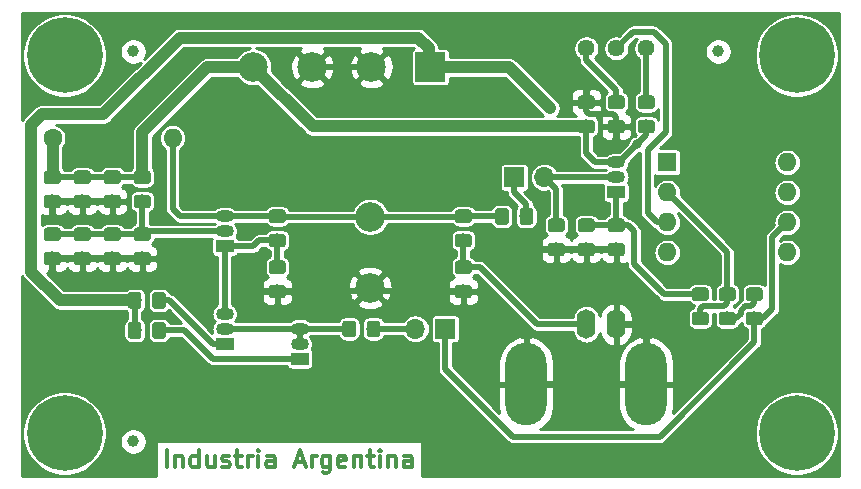
<source format=gbr>
G04 #@! TF.GenerationSoftware,KiCad,Pcbnew,(5.1.2)-1*
G04 #@! TF.CreationDate,2019-08-30T22:43:59-03:00*
G04 #@! TF.ProjectId,colpitts,636f6c70-6974-4747-932e-6b696361645f,v1*
G04 #@! TF.SameCoordinates,Original*
G04 #@! TF.FileFunction,Copper,L1,Top*
G04 #@! TF.FilePolarity,Positive*
%FSLAX46Y46*%
G04 Gerber Fmt 4.6, Leading zero omitted, Abs format (unit mm)*
G04 Created by KiCad (PCBNEW (5.1.2)-1) date 2019-08-30 22:43:59*
%MOMM*%
%LPD*%
G04 APERTURE LIST*
%ADD10C,0.300000*%
%ADD11O,1.500000X1.050000*%
%ADD12R,1.500000X1.050000*%
%ADD13R,1.600000X1.600000*%
%ADD14O,1.600000X1.600000*%
%ADD15C,1.440000*%
%ADD16C,0.100000*%
%ADD17C,1.150000*%
%ADD18C,1.600000*%
%ADD19R,1.700000X1.700000*%
%ADD20O,1.700000X1.700000*%
%ADD21O,3.500000X7.000000*%
%ADD22O,1.600000X2.500000*%
%ADD23R,2.500000X2.500000*%
%ADD24C,2.500000*%
%ADD25C,6.400000*%
%ADD26C,0.800000*%
%ADD27C,1.000000*%
%ADD28C,0.500000*%
%ADD29C,1.000000*%
%ADD30C,0.250000*%
G04 APERTURE END LIST*
D10*
X102637142Y-108882571D02*
X102637142Y-107382571D01*
X103351428Y-107882571D02*
X103351428Y-108882571D01*
X103351428Y-108025428D02*
X103422857Y-107954000D01*
X103565714Y-107882571D01*
X103780000Y-107882571D01*
X103922857Y-107954000D01*
X103994285Y-108096857D01*
X103994285Y-108882571D01*
X105351428Y-108882571D02*
X105351428Y-107382571D01*
X105351428Y-108811142D02*
X105208571Y-108882571D01*
X104922857Y-108882571D01*
X104780000Y-108811142D01*
X104708571Y-108739714D01*
X104637142Y-108596857D01*
X104637142Y-108168285D01*
X104708571Y-108025428D01*
X104780000Y-107954000D01*
X104922857Y-107882571D01*
X105208571Y-107882571D01*
X105351428Y-107954000D01*
X106708571Y-107882571D02*
X106708571Y-108882571D01*
X106065714Y-107882571D02*
X106065714Y-108668285D01*
X106137142Y-108811142D01*
X106280000Y-108882571D01*
X106494285Y-108882571D01*
X106637142Y-108811142D01*
X106708571Y-108739714D01*
X107351428Y-108811142D02*
X107494285Y-108882571D01*
X107780000Y-108882571D01*
X107922857Y-108811142D01*
X107994285Y-108668285D01*
X107994285Y-108596857D01*
X107922857Y-108454000D01*
X107780000Y-108382571D01*
X107565714Y-108382571D01*
X107422857Y-108311142D01*
X107351428Y-108168285D01*
X107351428Y-108096857D01*
X107422857Y-107954000D01*
X107565714Y-107882571D01*
X107780000Y-107882571D01*
X107922857Y-107954000D01*
X108422857Y-107882571D02*
X108994285Y-107882571D01*
X108637142Y-107382571D02*
X108637142Y-108668285D01*
X108708571Y-108811142D01*
X108851428Y-108882571D01*
X108994285Y-108882571D01*
X109494285Y-108882571D02*
X109494285Y-107882571D01*
X109494285Y-108168285D02*
X109565714Y-108025428D01*
X109637142Y-107954000D01*
X109780000Y-107882571D01*
X109922857Y-107882571D01*
X110422857Y-108882571D02*
X110422857Y-107882571D01*
X110422857Y-107382571D02*
X110351428Y-107454000D01*
X110422857Y-107525428D01*
X110494285Y-107454000D01*
X110422857Y-107382571D01*
X110422857Y-107525428D01*
X111780000Y-108882571D02*
X111780000Y-108096857D01*
X111708571Y-107954000D01*
X111565714Y-107882571D01*
X111280000Y-107882571D01*
X111137142Y-107954000D01*
X111780000Y-108811142D02*
X111637142Y-108882571D01*
X111280000Y-108882571D01*
X111137142Y-108811142D01*
X111065714Y-108668285D01*
X111065714Y-108525428D01*
X111137142Y-108382571D01*
X111280000Y-108311142D01*
X111637142Y-108311142D01*
X111780000Y-108239714D01*
X113565714Y-108454000D02*
X114280000Y-108454000D01*
X113422857Y-108882571D02*
X113922857Y-107382571D01*
X114422857Y-108882571D01*
X114922857Y-108882571D02*
X114922857Y-107882571D01*
X114922857Y-108168285D02*
X114994285Y-108025428D01*
X115065714Y-107954000D01*
X115208571Y-107882571D01*
X115351428Y-107882571D01*
X116494285Y-107882571D02*
X116494285Y-109096857D01*
X116422857Y-109239714D01*
X116351428Y-109311142D01*
X116208571Y-109382571D01*
X115994285Y-109382571D01*
X115851428Y-109311142D01*
X116494285Y-108811142D02*
X116351428Y-108882571D01*
X116065714Y-108882571D01*
X115922857Y-108811142D01*
X115851428Y-108739714D01*
X115780000Y-108596857D01*
X115780000Y-108168285D01*
X115851428Y-108025428D01*
X115922857Y-107954000D01*
X116065714Y-107882571D01*
X116351428Y-107882571D01*
X116494285Y-107954000D01*
X117780000Y-108811142D02*
X117637142Y-108882571D01*
X117351428Y-108882571D01*
X117208571Y-108811142D01*
X117137142Y-108668285D01*
X117137142Y-108096857D01*
X117208571Y-107954000D01*
X117351428Y-107882571D01*
X117637142Y-107882571D01*
X117780000Y-107954000D01*
X117851428Y-108096857D01*
X117851428Y-108239714D01*
X117137142Y-108382571D01*
X118494285Y-107882571D02*
X118494285Y-108882571D01*
X118494285Y-108025428D02*
X118565714Y-107954000D01*
X118708571Y-107882571D01*
X118922857Y-107882571D01*
X119065714Y-107954000D01*
X119137142Y-108096857D01*
X119137142Y-108882571D01*
X119637142Y-107882571D02*
X120208571Y-107882571D01*
X119851428Y-107382571D02*
X119851428Y-108668285D01*
X119922857Y-108811142D01*
X120065714Y-108882571D01*
X120208571Y-108882571D01*
X120708571Y-108882571D02*
X120708571Y-107882571D01*
X120708571Y-107382571D02*
X120637142Y-107454000D01*
X120708571Y-107525428D01*
X120780000Y-107454000D01*
X120708571Y-107382571D01*
X120708571Y-107525428D01*
X121422857Y-107882571D02*
X121422857Y-108882571D01*
X121422857Y-108025428D02*
X121494285Y-107954000D01*
X121637142Y-107882571D01*
X121851428Y-107882571D01*
X121994285Y-107954000D01*
X122065714Y-108096857D01*
X122065714Y-108882571D01*
X123422857Y-108882571D02*
X123422857Y-108096857D01*
X123351428Y-107954000D01*
X123208571Y-107882571D01*
X122922857Y-107882571D01*
X122780000Y-107954000D01*
X123422857Y-108811142D02*
X123280000Y-108882571D01*
X122922857Y-108882571D01*
X122780000Y-108811142D01*
X122708571Y-108668285D01*
X122708571Y-108525428D01*
X122780000Y-108382571D01*
X122922857Y-108311142D01*
X123280000Y-108311142D01*
X123422857Y-108239714D01*
D11*
X107569000Y-88900000D03*
X107569000Y-87630000D03*
D12*
X107569000Y-90170000D03*
D13*
X145034000Y-83058000D03*
D14*
X155194000Y-90678000D03*
X145034000Y-85598000D03*
X155194000Y-88138000D03*
X145034000Y-88138000D03*
X155194000Y-85598000D03*
X145034000Y-90678000D03*
X155194000Y-83058000D03*
D15*
X138176000Y-73406000D03*
X140716000Y-73406000D03*
X143256000Y-73406000D03*
D16*
G36*
X143730505Y-77395204D02*
G01*
X143754773Y-77398804D01*
X143778572Y-77404765D01*
X143801671Y-77413030D01*
X143823850Y-77423520D01*
X143844893Y-77436132D01*
X143864599Y-77450747D01*
X143882777Y-77467223D01*
X143899253Y-77485401D01*
X143913868Y-77505107D01*
X143926480Y-77526150D01*
X143936970Y-77548329D01*
X143945235Y-77571428D01*
X143951196Y-77595227D01*
X143954796Y-77619495D01*
X143956000Y-77643999D01*
X143956000Y-78294001D01*
X143954796Y-78318505D01*
X143951196Y-78342773D01*
X143945235Y-78366572D01*
X143936970Y-78389671D01*
X143926480Y-78411850D01*
X143913868Y-78432893D01*
X143899253Y-78452599D01*
X143882777Y-78470777D01*
X143864599Y-78487253D01*
X143844893Y-78501868D01*
X143823850Y-78514480D01*
X143801671Y-78524970D01*
X143778572Y-78533235D01*
X143754773Y-78539196D01*
X143730505Y-78542796D01*
X143706001Y-78544000D01*
X142805999Y-78544000D01*
X142781495Y-78542796D01*
X142757227Y-78539196D01*
X142733428Y-78533235D01*
X142710329Y-78524970D01*
X142688150Y-78514480D01*
X142667107Y-78501868D01*
X142647401Y-78487253D01*
X142629223Y-78470777D01*
X142612747Y-78452599D01*
X142598132Y-78432893D01*
X142585520Y-78411850D01*
X142575030Y-78389671D01*
X142566765Y-78366572D01*
X142560804Y-78342773D01*
X142557204Y-78318505D01*
X142556000Y-78294001D01*
X142556000Y-77643999D01*
X142557204Y-77619495D01*
X142560804Y-77595227D01*
X142566765Y-77571428D01*
X142575030Y-77548329D01*
X142585520Y-77526150D01*
X142598132Y-77505107D01*
X142612747Y-77485401D01*
X142629223Y-77467223D01*
X142647401Y-77450747D01*
X142667107Y-77436132D01*
X142688150Y-77423520D01*
X142710329Y-77413030D01*
X142733428Y-77404765D01*
X142757227Y-77398804D01*
X142781495Y-77395204D01*
X142805999Y-77394000D01*
X143706001Y-77394000D01*
X143730505Y-77395204D01*
X143730505Y-77395204D01*
G37*
D17*
X143256000Y-77969000D03*
D16*
G36*
X143730505Y-79445204D02*
G01*
X143754773Y-79448804D01*
X143778572Y-79454765D01*
X143801671Y-79463030D01*
X143823850Y-79473520D01*
X143844893Y-79486132D01*
X143864599Y-79500747D01*
X143882777Y-79517223D01*
X143899253Y-79535401D01*
X143913868Y-79555107D01*
X143926480Y-79576150D01*
X143936970Y-79598329D01*
X143945235Y-79621428D01*
X143951196Y-79645227D01*
X143954796Y-79669495D01*
X143956000Y-79693999D01*
X143956000Y-80344001D01*
X143954796Y-80368505D01*
X143951196Y-80392773D01*
X143945235Y-80416572D01*
X143936970Y-80439671D01*
X143926480Y-80461850D01*
X143913868Y-80482893D01*
X143899253Y-80502599D01*
X143882777Y-80520777D01*
X143864599Y-80537253D01*
X143844893Y-80551868D01*
X143823850Y-80564480D01*
X143801671Y-80574970D01*
X143778572Y-80583235D01*
X143754773Y-80589196D01*
X143730505Y-80592796D01*
X143706001Y-80594000D01*
X142805999Y-80594000D01*
X142781495Y-80592796D01*
X142757227Y-80589196D01*
X142733428Y-80583235D01*
X142710329Y-80574970D01*
X142688150Y-80564480D01*
X142667107Y-80551868D01*
X142647401Y-80537253D01*
X142629223Y-80520777D01*
X142612747Y-80502599D01*
X142598132Y-80482893D01*
X142585520Y-80461850D01*
X142575030Y-80439671D01*
X142566765Y-80416572D01*
X142560804Y-80392773D01*
X142557204Y-80368505D01*
X142556000Y-80344001D01*
X142556000Y-79693999D01*
X142557204Y-79669495D01*
X142560804Y-79645227D01*
X142566765Y-79621428D01*
X142575030Y-79598329D01*
X142585520Y-79576150D01*
X142598132Y-79555107D01*
X142612747Y-79535401D01*
X142629223Y-79517223D01*
X142647401Y-79500747D01*
X142667107Y-79486132D01*
X142688150Y-79473520D01*
X142710329Y-79463030D01*
X142733428Y-79454765D01*
X142757227Y-79448804D01*
X142781495Y-79445204D01*
X142805999Y-79444000D01*
X143706001Y-79444000D01*
X143730505Y-79445204D01*
X143730505Y-79445204D01*
G37*
D17*
X143256000Y-80019000D03*
D16*
G36*
X152874505Y-95701204D02*
G01*
X152898773Y-95704804D01*
X152922572Y-95710765D01*
X152945671Y-95719030D01*
X152967850Y-95729520D01*
X152988893Y-95742132D01*
X153008599Y-95756747D01*
X153026777Y-95773223D01*
X153043253Y-95791401D01*
X153057868Y-95811107D01*
X153070480Y-95832150D01*
X153080970Y-95854329D01*
X153089235Y-95877428D01*
X153095196Y-95901227D01*
X153098796Y-95925495D01*
X153100000Y-95949999D01*
X153100000Y-96600001D01*
X153098796Y-96624505D01*
X153095196Y-96648773D01*
X153089235Y-96672572D01*
X153080970Y-96695671D01*
X153070480Y-96717850D01*
X153057868Y-96738893D01*
X153043253Y-96758599D01*
X153026777Y-96776777D01*
X153008599Y-96793253D01*
X152988893Y-96807868D01*
X152967850Y-96820480D01*
X152945671Y-96830970D01*
X152922572Y-96839235D01*
X152898773Y-96845196D01*
X152874505Y-96848796D01*
X152850001Y-96850000D01*
X151949999Y-96850000D01*
X151925495Y-96848796D01*
X151901227Y-96845196D01*
X151877428Y-96839235D01*
X151854329Y-96830970D01*
X151832150Y-96820480D01*
X151811107Y-96807868D01*
X151791401Y-96793253D01*
X151773223Y-96776777D01*
X151756747Y-96758599D01*
X151742132Y-96738893D01*
X151729520Y-96717850D01*
X151719030Y-96695671D01*
X151710765Y-96672572D01*
X151704804Y-96648773D01*
X151701204Y-96624505D01*
X151700000Y-96600001D01*
X151700000Y-95949999D01*
X151701204Y-95925495D01*
X151704804Y-95901227D01*
X151710765Y-95877428D01*
X151719030Y-95854329D01*
X151729520Y-95832150D01*
X151742132Y-95811107D01*
X151756747Y-95791401D01*
X151773223Y-95773223D01*
X151791401Y-95756747D01*
X151811107Y-95742132D01*
X151832150Y-95729520D01*
X151854329Y-95719030D01*
X151877428Y-95710765D01*
X151901227Y-95704804D01*
X151925495Y-95701204D01*
X151949999Y-95700000D01*
X152850001Y-95700000D01*
X152874505Y-95701204D01*
X152874505Y-95701204D01*
G37*
D17*
X152400000Y-96275000D03*
D16*
G36*
X152874505Y-93651204D02*
G01*
X152898773Y-93654804D01*
X152922572Y-93660765D01*
X152945671Y-93669030D01*
X152967850Y-93679520D01*
X152988893Y-93692132D01*
X153008599Y-93706747D01*
X153026777Y-93723223D01*
X153043253Y-93741401D01*
X153057868Y-93761107D01*
X153070480Y-93782150D01*
X153080970Y-93804329D01*
X153089235Y-93827428D01*
X153095196Y-93851227D01*
X153098796Y-93875495D01*
X153100000Y-93899999D01*
X153100000Y-94550001D01*
X153098796Y-94574505D01*
X153095196Y-94598773D01*
X153089235Y-94622572D01*
X153080970Y-94645671D01*
X153070480Y-94667850D01*
X153057868Y-94688893D01*
X153043253Y-94708599D01*
X153026777Y-94726777D01*
X153008599Y-94743253D01*
X152988893Y-94757868D01*
X152967850Y-94770480D01*
X152945671Y-94780970D01*
X152922572Y-94789235D01*
X152898773Y-94795196D01*
X152874505Y-94798796D01*
X152850001Y-94800000D01*
X151949999Y-94800000D01*
X151925495Y-94798796D01*
X151901227Y-94795196D01*
X151877428Y-94789235D01*
X151854329Y-94780970D01*
X151832150Y-94770480D01*
X151811107Y-94757868D01*
X151791401Y-94743253D01*
X151773223Y-94726777D01*
X151756747Y-94708599D01*
X151742132Y-94688893D01*
X151729520Y-94667850D01*
X151719030Y-94645671D01*
X151710765Y-94622572D01*
X151704804Y-94598773D01*
X151701204Y-94574505D01*
X151700000Y-94550001D01*
X151700000Y-93899999D01*
X151701204Y-93875495D01*
X151704804Y-93851227D01*
X151710765Y-93827428D01*
X151719030Y-93804329D01*
X151729520Y-93782150D01*
X151742132Y-93761107D01*
X151756747Y-93741401D01*
X151773223Y-93723223D01*
X151791401Y-93706747D01*
X151811107Y-93692132D01*
X151832150Y-93679520D01*
X151854329Y-93669030D01*
X151877428Y-93660765D01*
X151901227Y-93654804D01*
X151925495Y-93651204D01*
X151949999Y-93650000D01*
X152850001Y-93650000D01*
X152874505Y-93651204D01*
X152874505Y-93651204D01*
G37*
D17*
X152400000Y-94225000D03*
D16*
G36*
X148302505Y-93651204D02*
G01*
X148326773Y-93654804D01*
X148350572Y-93660765D01*
X148373671Y-93669030D01*
X148395850Y-93679520D01*
X148416893Y-93692132D01*
X148436599Y-93706747D01*
X148454777Y-93723223D01*
X148471253Y-93741401D01*
X148485868Y-93761107D01*
X148498480Y-93782150D01*
X148508970Y-93804329D01*
X148517235Y-93827428D01*
X148523196Y-93851227D01*
X148526796Y-93875495D01*
X148528000Y-93899999D01*
X148528000Y-94550001D01*
X148526796Y-94574505D01*
X148523196Y-94598773D01*
X148517235Y-94622572D01*
X148508970Y-94645671D01*
X148498480Y-94667850D01*
X148485868Y-94688893D01*
X148471253Y-94708599D01*
X148454777Y-94726777D01*
X148436599Y-94743253D01*
X148416893Y-94757868D01*
X148395850Y-94770480D01*
X148373671Y-94780970D01*
X148350572Y-94789235D01*
X148326773Y-94795196D01*
X148302505Y-94798796D01*
X148278001Y-94800000D01*
X147377999Y-94800000D01*
X147353495Y-94798796D01*
X147329227Y-94795196D01*
X147305428Y-94789235D01*
X147282329Y-94780970D01*
X147260150Y-94770480D01*
X147239107Y-94757868D01*
X147219401Y-94743253D01*
X147201223Y-94726777D01*
X147184747Y-94708599D01*
X147170132Y-94688893D01*
X147157520Y-94667850D01*
X147147030Y-94645671D01*
X147138765Y-94622572D01*
X147132804Y-94598773D01*
X147129204Y-94574505D01*
X147128000Y-94550001D01*
X147128000Y-93899999D01*
X147129204Y-93875495D01*
X147132804Y-93851227D01*
X147138765Y-93827428D01*
X147147030Y-93804329D01*
X147157520Y-93782150D01*
X147170132Y-93761107D01*
X147184747Y-93741401D01*
X147201223Y-93723223D01*
X147219401Y-93706747D01*
X147239107Y-93692132D01*
X147260150Y-93679520D01*
X147282329Y-93669030D01*
X147305428Y-93660765D01*
X147329227Y-93654804D01*
X147353495Y-93651204D01*
X147377999Y-93650000D01*
X148278001Y-93650000D01*
X148302505Y-93651204D01*
X148302505Y-93651204D01*
G37*
D17*
X147828000Y-94225000D03*
D16*
G36*
X148302505Y-95701204D02*
G01*
X148326773Y-95704804D01*
X148350572Y-95710765D01*
X148373671Y-95719030D01*
X148395850Y-95729520D01*
X148416893Y-95742132D01*
X148436599Y-95756747D01*
X148454777Y-95773223D01*
X148471253Y-95791401D01*
X148485868Y-95811107D01*
X148498480Y-95832150D01*
X148508970Y-95854329D01*
X148517235Y-95877428D01*
X148523196Y-95901227D01*
X148526796Y-95925495D01*
X148528000Y-95949999D01*
X148528000Y-96600001D01*
X148526796Y-96624505D01*
X148523196Y-96648773D01*
X148517235Y-96672572D01*
X148508970Y-96695671D01*
X148498480Y-96717850D01*
X148485868Y-96738893D01*
X148471253Y-96758599D01*
X148454777Y-96776777D01*
X148436599Y-96793253D01*
X148416893Y-96807868D01*
X148395850Y-96820480D01*
X148373671Y-96830970D01*
X148350572Y-96839235D01*
X148326773Y-96845196D01*
X148302505Y-96848796D01*
X148278001Y-96850000D01*
X147377999Y-96850000D01*
X147353495Y-96848796D01*
X147329227Y-96845196D01*
X147305428Y-96839235D01*
X147282329Y-96830970D01*
X147260150Y-96820480D01*
X147239107Y-96807868D01*
X147219401Y-96793253D01*
X147201223Y-96776777D01*
X147184747Y-96758599D01*
X147170132Y-96738893D01*
X147157520Y-96717850D01*
X147147030Y-96695671D01*
X147138765Y-96672572D01*
X147132804Y-96648773D01*
X147129204Y-96624505D01*
X147128000Y-96600001D01*
X147128000Y-95949999D01*
X147129204Y-95925495D01*
X147132804Y-95901227D01*
X147138765Y-95877428D01*
X147147030Y-95854329D01*
X147157520Y-95832150D01*
X147170132Y-95811107D01*
X147184747Y-95791401D01*
X147201223Y-95773223D01*
X147219401Y-95756747D01*
X147239107Y-95742132D01*
X147260150Y-95729520D01*
X147282329Y-95719030D01*
X147305428Y-95710765D01*
X147329227Y-95704804D01*
X147353495Y-95701204D01*
X147377999Y-95700000D01*
X148278001Y-95700000D01*
X148302505Y-95701204D01*
X148302505Y-95701204D01*
G37*
D17*
X147828000Y-96275000D03*
D16*
G36*
X141190505Y-79445204D02*
G01*
X141214773Y-79448804D01*
X141238572Y-79454765D01*
X141261671Y-79463030D01*
X141283850Y-79473520D01*
X141304893Y-79486132D01*
X141324599Y-79500747D01*
X141342777Y-79517223D01*
X141359253Y-79535401D01*
X141373868Y-79555107D01*
X141386480Y-79576150D01*
X141396970Y-79598329D01*
X141405235Y-79621428D01*
X141411196Y-79645227D01*
X141414796Y-79669495D01*
X141416000Y-79693999D01*
X141416000Y-80344001D01*
X141414796Y-80368505D01*
X141411196Y-80392773D01*
X141405235Y-80416572D01*
X141396970Y-80439671D01*
X141386480Y-80461850D01*
X141373868Y-80482893D01*
X141359253Y-80502599D01*
X141342777Y-80520777D01*
X141324599Y-80537253D01*
X141304893Y-80551868D01*
X141283850Y-80564480D01*
X141261671Y-80574970D01*
X141238572Y-80583235D01*
X141214773Y-80589196D01*
X141190505Y-80592796D01*
X141166001Y-80594000D01*
X140265999Y-80594000D01*
X140241495Y-80592796D01*
X140217227Y-80589196D01*
X140193428Y-80583235D01*
X140170329Y-80574970D01*
X140148150Y-80564480D01*
X140127107Y-80551868D01*
X140107401Y-80537253D01*
X140089223Y-80520777D01*
X140072747Y-80502599D01*
X140058132Y-80482893D01*
X140045520Y-80461850D01*
X140035030Y-80439671D01*
X140026765Y-80416572D01*
X140020804Y-80392773D01*
X140017204Y-80368505D01*
X140016000Y-80344001D01*
X140016000Y-79693999D01*
X140017204Y-79669495D01*
X140020804Y-79645227D01*
X140026765Y-79621428D01*
X140035030Y-79598329D01*
X140045520Y-79576150D01*
X140058132Y-79555107D01*
X140072747Y-79535401D01*
X140089223Y-79517223D01*
X140107401Y-79500747D01*
X140127107Y-79486132D01*
X140148150Y-79473520D01*
X140170329Y-79463030D01*
X140193428Y-79454765D01*
X140217227Y-79448804D01*
X140241495Y-79445204D01*
X140265999Y-79444000D01*
X141166001Y-79444000D01*
X141190505Y-79445204D01*
X141190505Y-79445204D01*
G37*
D17*
X140716000Y-80019000D03*
D16*
G36*
X141190505Y-77395204D02*
G01*
X141214773Y-77398804D01*
X141238572Y-77404765D01*
X141261671Y-77413030D01*
X141283850Y-77423520D01*
X141304893Y-77436132D01*
X141324599Y-77450747D01*
X141342777Y-77467223D01*
X141359253Y-77485401D01*
X141373868Y-77505107D01*
X141386480Y-77526150D01*
X141396970Y-77548329D01*
X141405235Y-77571428D01*
X141411196Y-77595227D01*
X141414796Y-77619495D01*
X141416000Y-77643999D01*
X141416000Y-78294001D01*
X141414796Y-78318505D01*
X141411196Y-78342773D01*
X141405235Y-78366572D01*
X141396970Y-78389671D01*
X141386480Y-78411850D01*
X141373868Y-78432893D01*
X141359253Y-78452599D01*
X141342777Y-78470777D01*
X141324599Y-78487253D01*
X141304893Y-78501868D01*
X141283850Y-78514480D01*
X141261671Y-78524970D01*
X141238572Y-78533235D01*
X141214773Y-78539196D01*
X141190505Y-78542796D01*
X141166001Y-78544000D01*
X140265999Y-78544000D01*
X140241495Y-78542796D01*
X140217227Y-78539196D01*
X140193428Y-78533235D01*
X140170329Y-78524970D01*
X140148150Y-78514480D01*
X140127107Y-78501868D01*
X140107401Y-78487253D01*
X140089223Y-78470777D01*
X140072747Y-78452599D01*
X140058132Y-78432893D01*
X140045520Y-78411850D01*
X140035030Y-78389671D01*
X140026765Y-78366572D01*
X140020804Y-78342773D01*
X140017204Y-78318505D01*
X140016000Y-78294001D01*
X140016000Y-77643999D01*
X140017204Y-77619495D01*
X140020804Y-77595227D01*
X140026765Y-77571428D01*
X140035030Y-77548329D01*
X140045520Y-77526150D01*
X140058132Y-77505107D01*
X140072747Y-77485401D01*
X140089223Y-77467223D01*
X140107401Y-77450747D01*
X140127107Y-77436132D01*
X140148150Y-77423520D01*
X140170329Y-77413030D01*
X140193428Y-77404765D01*
X140217227Y-77398804D01*
X140241495Y-77395204D01*
X140265999Y-77394000D01*
X141166001Y-77394000D01*
X141190505Y-77395204D01*
X141190505Y-77395204D01*
G37*
D17*
X140716000Y-77969000D03*
D16*
G36*
X138650505Y-89859204D02*
G01*
X138674773Y-89862804D01*
X138698572Y-89868765D01*
X138721671Y-89877030D01*
X138743850Y-89887520D01*
X138764893Y-89900132D01*
X138784599Y-89914747D01*
X138802777Y-89931223D01*
X138819253Y-89949401D01*
X138833868Y-89969107D01*
X138846480Y-89990150D01*
X138856970Y-90012329D01*
X138865235Y-90035428D01*
X138871196Y-90059227D01*
X138874796Y-90083495D01*
X138876000Y-90107999D01*
X138876000Y-90758001D01*
X138874796Y-90782505D01*
X138871196Y-90806773D01*
X138865235Y-90830572D01*
X138856970Y-90853671D01*
X138846480Y-90875850D01*
X138833868Y-90896893D01*
X138819253Y-90916599D01*
X138802777Y-90934777D01*
X138784599Y-90951253D01*
X138764893Y-90965868D01*
X138743850Y-90978480D01*
X138721671Y-90988970D01*
X138698572Y-90997235D01*
X138674773Y-91003196D01*
X138650505Y-91006796D01*
X138626001Y-91008000D01*
X137725999Y-91008000D01*
X137701495Y-91006796D01*
X137677227Y-91003196D01*
X137653428Y-90997235D01*
X137630329Y-90988970D01*
X137608150Y-90978480D01*
X137587107Y-90965868D01*
X137567401Y-90951253D01*
X137549223Y-90934777D01*
X137532747Y-90916599D01*
X137518132Y-90896893D01*
X137505520Y-90875850D01*
X137495030Y-90853671D01*
X137486765Y-90830572D01*
X137480804Y-90806773D01*
X137477204Y-90782505D01*
X137476000Y-90758001D01*
X137476000Y-90107999D01*
X137477204Y-90083495D01*
X137480804Y-90059227D01*
X137486765Y-90035428D01*
X137495030Y-90012329D01*
X137505520Y-89990150D01*
X137518132Y-89969107D01*
X137532747Y-89949401D01*
X137549223Y-89931223D01*
X137567401Y-89914747D01*
X137587107Y-89900132D01*
X137608150Y-89887520D01*
X137630329Y-89877030D01*
X137653428Y-89868765D01*
X137677227Y-89862804D01*
X137701495Y-89859204D01*
X137725999Y-89858000D01*
X138626001Y-89858000D01*
X138650505Y-89859204D01*
X138650505Y-89859204D01*
G37*
D17*
X138176000Y-90433000D03*
D16*
G36*
X138650505Y-87809204D02*
G01*
X138674773Y-87812804D01*
X138698572Y-87818765D01*
X138721671Y-87827030D01*
X138743850Y-87837520D01*
X138764893Y-87850132D01*
X138784599Y-87864747D01*
X138802777Y-87881223D01*
X138819253Y-87899401D01*
X138833868Y-87919107D01*
X138846480Y-87940150D01*
X138856970Y-87962329D01*
X138865235Y-87985428D01*
X138871196Y-88009227D01*
X138874796Y-88033495D01*
X138876000Y-88057999D01*
X138876000Y-88708001D01*
X138874796Y-88732505D01*
X138871196Y-88756773D01*
X138865235Y-88780572D01*
X138856970Y-88803671D01*
X138846480Y-88825850D01*
X138833868Y-88846893D01*
X138819253Y-88866599D01*
X138802777Y-88884777D01*
X138784599Y-88901253D01*
X138764893Y-88915868D01*
X138743850Y-88928480D01*
X138721671Y-88938970D01*
X138698572Y-88947235D01*
X138674773Y-88953196D01*
X138650505Y-88956796D01*
X138626001Y-88958000D01*
X137725999Y-88958000D01*
X137701495Y-88956796D01*
X137677227Y-88953196D01*
X137653428Y-88947235D01*
X137630329Y-88938970D01*
X137608150Y-88928480D01*
X137587107Y-88915868D01*
X137567401Y-88901253D01*
X137549223Y-88884777D01*
X137532747Y-88866599D01*
X137518132Y-88846893D01*
X137505520Y-88825850D01*
X137495030Y-88803671D01*
X137486765Y-88780572D01*
X137480804Y-88756773D01*
X137477204Y-88732505D01*
X137476000Y-88708001D01*
X137476000Y-88057999D01*
X137477204Y-88033495D01*
X137480804Y-88009227D01*
X137486765Y-87985428D01*
X137495030Y-87962329D01*
X137505520Y-87940150D01*
X137518132Y-87919107D01*
X137532747Y-87899401D01*
X137549223Y-87881223D01*
X137567401Y-87864747D01*
X137587107Y-87850132D01*
X137608150Y-87837520D01*
X137630329Y-87827030D01*
X137653428Y-87818765D01*
X137677227Y-87812804D01*
X137701495Y-87809204D01*
X137725999Y-87808000D01*
X138626001Y-87808000D01*
X138650505Y-87809204D01*
X138650505Y-87809204D01*
G37*
D17*
X138176000Y-88383000D03*
D16*
G36*
X136110505Y-89859204D02*
G01*
X136134773Y-89862804D01*
X136158572Y-89868765D01*
X136181671Y-89877030D01*
X136203850Y-89887520D01*
X136224893Y-89900132D01*
X136244599Y-89914747D01*
X136262777Y-89931223D01*
X136279253Y-89949401D01*
X136293868Y-89969107D01*
X136306480Y-89990150D01*
X136316970Y-90012329D01*
X136325235Y-90035428D01*
X136331196Y-90059227D01*
X136334796Y-90083495D01*
X136336000Y-90107999D01*
X136336000Y-90758001D01*
X136334796Y-90782505D01*
X136331196Y-90806773D01*
X136325235Y-90830572D01*
X136316970Y-90853671D01*
X136306480Y-90875850D01*
X136293868Y-90896893D01*
X136279253Y-90916599D01*
X136262777Y-90934777D01*
X136244599Y-90951253D01*
X136224893Y-90965868D01*
X136203850Y-90978480D01*
X136181671Y-90988970D01*
X136158572Y-90997235D01*
X136134773Y-91003196D01*
X136110505Y-91006796D01*
X136086001Y-91008000D01*
X135185999Y-91008000D01*
X135161495Y-91006796D01*
X135137227Y-91003196D01*
X135113428Y-90997235D01*
X135090329Y-90988970D01*
X135068150Y-90978480D01*
X135047107Y-90965868D01*
X135027401Y-90951253D01*
X135009223Y-90934777D01*
X134992747Y-90916599D01*
X134978132Y-90896893D01*
X134965520Y-90875850D01*
X134955030Y-90853671D01*
X134946765Y-90830572D01*
X134940804Y-90806773D01*
X134937204Y-90782505D01*
X134936000Y-90758001D01*
X134936000Y-90107999D01*
X134937204Y-90083495D01*
X134940804Y-90059227D01*
X134946765Y-90035428D01*
X134955030Y-90012329D01*
X134965520Y-89990150D01*
X134978132Y-89969107D01*
X134992747Y-89949401D01*
X135009223Y-89931223D01*
X135027401Y-89914747D01*
X135047107Y-89900132D01*
X135068150Y-89887520D01*
X135090329Y-89877030D01*
X135113428Y-89868765D01*
X135137227Y-89862804D01*
X135161495Y-89859204D01*
X135185999Y-89858000D01*
X136086001Y-89858000D01*
X136110505Y-89859204D01*
X136110505Y-89859204D01*
G37*
D17*
X135636000Y-90433000D03*
D16*
G36*
X136110505Y-87809204D02*
G01*
X136134773Y-87812804D01*
X136158572Y-87818765D01*
X136181671Y-87827030D01*
X136203850Y-87837520D01*
X136224893Y-87850132D01*
X136244599Y-87864747D01*
X136262777Y-87881223D01*
X136279253Y-87899401D01*
X136293868Y-87919107D01*
X136306480Y-87940150D01*
X136316970Y-87962329D01*
X136325235Y-87985428D01*
X136331196Y-88009227D01*
X136334796Y-88033495D01*
X136336000Y-88057999D01*
X136336000Y-88708001D01*
X136334796Y-88732505D01*
X136331196Y-88756773D01*
X136325235Y-88780572D01*
X136316970Y-88803671D01*
X136306480Y-88825850D01*
X136293868Y-88846893D01*
X136279253Y-88866599D01*
X136262777Y-88884777D01*
X136244599Y-88901253D01*
X136224893Y-88915868D01*
X136203850Y-88928480D01*
X136181671Y-88938970D01*
X136158572Y-88947235D01*
X136134773Y-88953196D01*
X136110505Y-88956796D01*
X136086001Y-88958000D01*
X135185999Y-88958000D01*
X135161495Y-88956796D01*
X135137227Y-88953196D01*
X135113428Y-88947235D01*
X135090329Y-88938970D01*
X135068150Y-88928480D01*
X135047107Y-88915868D01*
X135027401Y-88901253D01*
X135009223Y-88884777D01*
X134992747Y-88866599D01*
X134978132Y-88846893D01*
X134965520Y-88825850D01*
X134955030Y-88803671D01*
X134946765Y-88780572D01*
X134940804Y-88756773D01*
X134937204Y-88732505D01*
X134936000Y-88708001D01*
X134936000Y-88057999D01*
X134937204Y-88033495D01*
X134940804Y-88009227D01*
X134946765Y-87985428D01*
X134955030Y-87962329D01*
X134965520Y-87940150D01*
X134978132Y-87919107D01*
X134992747Y-87899401D01*
X135009223Y-87881223D01*
X135027401Y-87864747D01*
X135047107Y-87850132D01*
X135068150Y-87837520D01*
X135090329Y-87827030D01*
X135113428Y-87818765D01*
X135137227Y-87812804D01*
X135161495Y-87809204D01*
X135185999Y-87808000D01*
X136086001Y-87808000D01*
X136110505Y-87809204D01*
X136110505Y-87809204D01*
G37*
D17*
X135636000Y-88383000D03*
D16*
G36*
X100289505Y-94043204D02*
G01*
X100313773Y-94046804D01*
X100337572Y-94052765D01*
X100360671Y-94061030D01*
X100382850Y-94071520D01*
X100403893Y-94084132D01*
X100423599Y-94098747D01*
X100441777Y-94115223D01*
X100458253Y-94133401D01*
X100472868Y-94153107D01*
X100485480Y-94174150D01*
X100495970Y-94196329D01*
X100504235Y-94219428D01*
X100510196Y-94243227D01*
X100513796Y-94267495D01*
X100515000Y-94291999D01*
X100515000Y-95192001D01*
X100513796Y-95216505D01*
X100510196Y-95240773D01*
X100504235Y-95264572D01*
X100495970Y-95287671D01*
X100485480Y-95309850D01*
X100472868Y-95330893D01*
X100458253Y-95350599D01*
X100441777Y-95368777D01*
X100423599Y-95385253D01*
X100403893Y-95399868D01*
X100382850Y-95412480D01*
X100360671Y-95422970D01*
X100337572Y-95431235D01*
X100313773Y-95437196D01*
X100289505Y-95440796D01*
X100265001Y-95442000D01*
X99614999Y-95442000D01*
X99590495Y-95440796D01*
X99566227Y-95437196D01*
X99542428Y-95431235D01*
X99519329Y-95422970D01*
X99497150Y-95412480D01*
X99476107Y-95399868D01*
X99456401Y-95385253D01*
X99438223Y-95368777D01*
X99421747Y-95350599D01*
X99407132Y-95330893D01*
X99394520Y-95309850D01*
X99384030Y-95287671D01*
X99375765Y-95264572D01*
X99369804Y-95240773D01*
X99366204Y-95216505D01*
X99365000Y-95192001D01*
X99365000Y-94291999D01*
X99366204Y-94267495D01*
X99369804Y-94243227D01*
X99375765Y-94219428D01*
X99384030Y-94196329D01*
X99394520Y-94174150D01*
X99407132Y-94153107D01*
X99421747Y-94133401D01*
X99438223Y-94115223D01*
X99456401Y-94098747D01*
X99476107Y-94084132D01*
X99497150Y-94071520D01*
X99519329Y-94061030D01*
X99542428Y-94052765D01*
X99566227Y-94046804D01*
X99590495Y-94043204D01*
X99614999Y-94042000D01*
X100265001Y-94042000D01*
X100289505Y-94043204D01*
X100289505Y-94043204D01*
G37*
D17*
X99940000Y-94742000D03*
D16*
G36*
X102339505Y-94043204D02*
G01*
X102363773Y-94046804D01*
X102387572Y-94052765D01*
X102410671Y-94061030D01*
X102432850Y-94071520D01*
X102453893Y-94084132D01*
X102473599Y-94098747D01*
X102491777Y-94115223D01*
X102508253Y-94133401D01*
X102522868Y-94153107D01*
X102535480Y-94174150D01*
X102545970Y-94196329D01*
X102554235Y-94219428D01*
X102560196Y-94243227D01*
X102563796Y-94267495D01*
X102565000Y-94291999D01*
X102565000Y-95192001D01*
X102563796Y-95216505D01*
X102560196Y-95240773D01*
X102554235Y-95264572D01*
X102545970Y-95287671D01*
X102535480Y-95309850D01*
X102522868Y-95330893D01*
X102508253Y-95350599D01*
X102491777Y-95368777D01*
X102473599Y-95385253D01*
X102453893Y-95399868D01*
X102432850Y-95412480D01*
X102410671Y-95422970D01*
X102387572Y-95431235D01*
X102363773Y-95437196D01*
X102339505Y-95440796D01*
X102315001Y-95442000D01*
X101664999Y-95442000D01*
X101640495Y-95440796D01*
X101616227Y-95437196D01*
X101592428Y-95431235D01*
X101569329Y-95422970D01*
X101547150Y-95412480D01*
X101526107Y-95399868D01*
X101506401Y-95385253D01*
X101488223Y-95368777D01*
X101471747Y-95350599D01*
X101457132Y-95330893D01*
X101444520Y-95309850D01*
X101434030Y-95287671D01*
X101425765Y-95264572D01*
X101419804Y-95240773D01*
X101416204Y-95216505D01*
X101415000Y-95192001D01*
X101415000Y-94291999D01*
X101416204Y-94267495D01*
X101419804Y-94243227D01*
X101425765Y-94219428D01*
X101434030Y-94196329D01*
X101444520Y-94174150D01*
X101457132Y-94153107D01*
X101471747Y-94133401D01*
X101488223Y-94115223D01*
X101506401Y-94098747D01*
X101526107Y-94084132D01*
X101547150Y-94071520D01*
X101569329Y-94061030D01*
X101592428Y-94052765D01*
X101616227Y-94046804D01*
X101640495Y-94043204D01*
X101664999Y-94042000D01*
X102315001Y-94042000D01*
X102339505Y-94043204D01*
X102339505Y-94043204D01*
G37*
D17*
X101990000Y-94742000D03*
D16*
G36*
X102339505Y-96583204D02*
G01*
X102363773Y-96586804D01*
X102387572Y-96592765D01*
X102410671Y-96601030D01*
X102432850Y-96611520D01*
X102453893Y-96624132D01*
X102473599Y-96638747D01*
X102491777Y-96655223D01*
X102508253Y-96673401D01*
X102522868Y-96693107D01*
X102535480Y-96714150D01*
X102545970Y-96736329D01*
X102554235Y-96759428D01*
X102560196Y-96783227D01*
X102563796Y-96807495D01*
X102565000Y-96831999D01*
X102565000Y-97732001D01*
X102563796Y-97756505D01*
X102560196Y-97780773D01*
X102554235Y-97804572D01*
X102545970Y-97827671D01*
X102535480Y-97849850D01*
X102522868Y-97870893D01*
X102508253Y-97890599D01*
X102491777Y-97908777D01*
X102473599Y-97925253D01*
X102453893Y-97939868D01*
X102432850Y-97952480D01*
X102410671Y-97962970D01*
X102387572Y-97971235D01*
X102363773Y-97977196D01*
X102339505Y-97980796D01*
X102315001Y-97982000D01*
X101664999Y-97982000D01*
X101640495Y-97980796D01*
X101616227Y-97977196D01*
X101592428Y-97971235D01*
X101569329Y-97962970D01*
X101547150Y-97952480D01*
X101526107Y-97939868D01*
X101506401Y-97925253D01*
X101488223Y-97908777D01*
X101471747Y-97890599D01*
X101457132Y-97870893D01*
X101444520Y-97849850D01*
X101434030Y-97827671D01*
X101425765Y-97804572D01*
X101419804Y-97780773D01*
X101416204Y-97756505D01*
X101415000Y-97732001D01*
X101415000Y-96831999D01*
X101416204Y-96807495D01*
X101419804Y-96783227D01*
X101425765Y-96759428D01*
X101434030Y-96736329D01*
X101444520Y-96714150D01*
X101457132Y-96693107D01*
X101471747Y-96673401D01*
X101488223Y-96655223D01*
X101506401Y-96638747D01*
X101526107Y-96624132D01*
X101547150Y-96611520D01*
X101569329Y-96601030D01*
X101592428Y-96592765D01*
X101616227Y-96586804D01*
X101640495Y-96583204D01*
X101664999Y-96582000D01*
X102315001Y-96582000D01*
X102339505Y-96583204D01*
X102339505Y-96583204D01*
G37*
D17*
X101990000Y-97282000D03*
D16*
G36*
X100289505Y-96583204D02*
G01*
X100313773Y-96586804D01*
X100337572Y-96592765D01*
X100360671Y-96601030D01*
X100382850Y-96611520D01*
X100403893Y-96624132D01*
X100423599Y-96638747D01*
X100441777Y-96655223D01*
X100458253Y-96673401D01*
X100472868Y-96693107D01*
X100485480Y-96714150D01*
X100495970Y-96736329D01*
X100504235Y-96759428D01*
X100510196Y-96783227D01*
X100513796Y-96807495D01*
X100515000Y-96831999D01*
X100515000Y-97732001D01*
X100513796Y-97756505D01*
X100510196Y-97780773D01*
X100504235Y-97804572D01*
X100495970Y-97827671D01*
X100485480Y-97849850D01*
X100472868Y-97870893D01*
X100458253Y-97890599D01*
X100441777Y-97908777D01*
X100423599Y-97925253D01*
X100403893Y-97939868D01*
X100382850Y-97952480D01*
X100360671Y-97962970D01*
X100337572Y-97971235D01*
X100313773Y-97977196D01*
X100289505Y-97980796D01*
X100265001Y-97982000D01*
X99614999Y-97982000D01*
X99590495Y-97980796D01*
X99566227Y-97977196D01*
X99542428Y-97971235D01*
X99519329Y-97962970D01*
X99497150Y-97952480D01*
X99476107Y-97939868D01*
X99456401Y-97925253D01*
X99438223Y-97908777D01*
X99421747Y-97890599D01*
X99407132Y-97870893D01*
X99394520Y-97849850D01*
X99384030Y-97827671D01*
X99375765Y-97804572D01*
X99369804Y-97780773D01*
X99366204Y-97756505D01*
X99365000Y-97732001D01*
X99365000Y-96831999D01*
X99366204Y-96807495D01*
X99369804Y-96783227D01*
X99375765Y-96759428D01*
X99384030Y-96736329D01*
X99394520Y-96714150D01*
X99407132Y-96693107D01*
X99421747Y-96673401D01*
X99438223Y-96655223D01*
X99456401Y-96638747D01*
X99476107Y-96624132D01*
X99497150Y-96611520D01*
X99519329Y-96601030D01*
X99542428Y-96592765D01*
X99566227Y-96586804D01*
X99590495Y-96583204D01*
X99614999Y-96582000D01*
X100265001Y-96582000D01*
X100289505Y-96583204D01*
X100289505Y-96583204D01*
G37*
D17*
X99940000Y-97282000D03*
D16*
G36*
X101058505Y-88571204D02*
G01*
X101082773Y-88574804D01*
X101106572Y-88580765D01*
X101129671Y-88589030D01*
X101151850Y-88599520D01*
X101172893Y-88612132D01*
X101192599Y-88626747D01*
X101210777Y-88643223D01*
X101227253Y-88661401D01*
X101241868Y-88681107D01*
X101254480Y-88702150D01*
X101264970Y-88724329D01*
X101273235Y-88747428D01*
X101279196Y-88771227D01*
X101282796Y-88795495D01*
X101284000Y-88819999D01*
X101284000Y-89470001D01*
X101282796Y-89494505D01*
X101279196Y-89518773D01*
X101273235Y-89542572D01*
X101264970Y-89565671D01*
X101254480Y-89587850D01*
X101241868Y-89608893D01*
X101227253Y-89628599D01*
X101210777Y-89646777D01*
X101192599Y-89663253D01*
X101172893Y-89677868D01*
X101151850Y-89690480D01*
X101129671Y-89700970D01*
X101106572Y-89709235D01*
X101082773Y-89715196D01*
X101058505Y-89718796D01*
X101034001Y-89720000D01*
X100133999Y-89720000D01*
X100109495Y-89718796D01*
X100085227Y-89715196D01*
X100061428Y-89709235D01*
X100038329Y-89700970D01*
X100016150Y-89690480D01*
X99995107Y-89677868D01*
X99975401Y-89663253D01*
X99957223Y-89646777D01*
X99940747Y-89628599D01*
X99926132Y-89608893D01*
X99913520Y-89587850D01*
X99903030Y-89565671D01*
X99894765Y-89542572D01*
X99888804Y-89518773D01*
X99885204Y-89494505D01*
X99884000Y-89470001D01*
X99884000Y-88819999D01*
X99885204Y-88795495D01*
X99888804Y-88771227D01*
X99894765Y-88747428D01*
X99903030Y-88724329D01*
X99913520Y-88702150D01*
X99926132Y-88681107D01*
X99940747Y-88661401D01*
X99957223Y-88643223D01*
X99975401Y-88626747D01*
X99995107Y-88612132D01*
X100016150Y-88599520D01*
X100038329Y-88589030D01*
X100061428Y-88580765D01*
X100085227Y-88574804D01*
X100109495Y-88571204D01*
X100133999Y-88570000D01*
X101034001Y-88570000D01*
X101058505Y-88571204D01*
X101058505Y-88571204D01*
G37*
D17*
X100584000Y-89145000D03*
D16*
G36*
X101058505Y-90621204D02*
G01*
X101082773Y-90624804D01*
X101106572Y-90630765D01*
X101129671Y-90639030D01*
X101151850Y-90649520D01*
X101172893Y-90662132D01*
X101192599Y-90676747D01*
X101210777Y-90693223D01*
X101227253Y-90711401D01*
X101241868Y-90731107D01*
X101254480Y-90752150D01*
X101264970Y-90774329D01*
X101273235Y-90797428D01*
X101279196Y-90821227D01*
X101282796Y-90845495D01*
X101284000Y-90869999D01*
X101284000Y-91520001D01*
X101282796Y-91544505D01*
X101279196Y-91568773D01*
X101273235Y-91592572D01*
X101264970Y-91615671D01*
X101254480Y-91637850D01*
X101241868Y-91658893D01*
X101227253Y-91678599D01*
X101210777Y-91696777D01*
X101192599Y-91713253D01*
X101172893Y-91727868D01*
X101151850Y-91740480D01*
X101129671Y-91750970D01*
X101106572Y-91759235D01*
X101082773Y-91765196D01*
X101058505Y-91768796D01*
X101034001Y-91770000D01*
X100133999Y-91770000D01*
X100109495Y-91768796D01*
X100085227Y-91765196D01*
X100061428Y-91759235D01*
X100038329Y-91750970D01*
X100016150Y-91740480D01*
X99995107Y-91727868D01*
X99975401Y-91713253D01*
X99957223Y-91696777D01*
X99940747Y-91678599D01*
X99926132Y-91658893D01*
X99913520Y-91637850D01*
X99903030Y-91615671D01*
X99894765Y-91592572D01*
X99888804Y-91568773D01*
X99885204Y-91544505D01*
X99884000Y-91520001D01*
X99884000Y-90869999D01*
X99885204Y-90845495D01*
X99888804Y-90821227D01*
X99894765Y-90797428D01*
X99903030Y-90774329D01*
X99913520Y-90752150D01*
X99926132Y-90731107D01*
X99940747Y-90711401D01*
X99957223Y-90693223D01*
X99975401Y-90676747D01*
X99995107Y-90662132D01*
X100016150Y-90649520D01*
X100038329Y-90639030D01*
X100061428Y-90630765D01*
X100085227Y-90624804D01*
X100109495Y-90621204D01*
X100133999Y-90620000D01*
X101034001Y-90620000D01*
X101058505Y-90621204D01*
X101058505Y-90621204D01*
G37*
D17*
X100584000Y-91195000D03*
D16*
G36*
X101058505Y-83745204D02*
G01*
X101082773Y-83748804D01*
X101106572Y-83754765D01*
X101129671Y-83763030D01*
X101151850Y-83773520D01*
X101172893Y-83786132D01*
X101192599Y-83800747D01*
X101210777Y-83817223D01*
X101227253Y-83835401D01*
X101241868Y-83855107D01*
X101254480Y-83876150D01*
X101264970Y-83898329D01*
X101273235Y-83921428D01*
X101279196Y-83945227D01*
X101282796Y-83969495D01*
X101284000Y-83993999D01*
X101284000Y-84644001D01*
X101282796Y-84668505D01*
X101279196Y-84692773D01*
X101273235Y-84716572D01*
X101264970Y-84739671D01*
X101254480Y-84761850D01*
X101241868Y-84782893D01*
X101227253Y-84802599D01*
X101210777Y-84820777D01*
X101192599Y-84837253D01*
X101172893Y-84851868D01*
X101151850Y-84864480D01*
X101129671Y-84874970D01*
X101106572Y-84883235D01*
X101082773Y-84889196D01*
X101058505Y-84892796D01*
X101034001Y-84894000D01*
X100133999Y-84894000D01*
X100109495Y-84892796D01*
X100085227Y-84889196D01*
X100061428Y-84883235D01*
X100038329Y-84874970D01*
X100016150Y-84864480D01*
X99995107Y-84851868D01*
X99975401Y-84837253D01*
X99957223Y-84820777D01*
X99940747Y-84802599D01*
X99926132Y-84782893D01*
X99913520Y-84761850D01*
X99903030Y-84739671D01*
X99894765Y-84716572D01*
X99888804Y-84692773D01*
X99885204Y-84668505D01*
X99884000Y-84644001D01*
X99884000Y-83993999D01*
X99885204Y-83969495D01*
X99888804Y-83945227D01*
X99894765Y-83921428D01*
X99903030Y-83898329D01*
X99913520Y-83876150D01*
X99926132Y-83855107D01*
X99940747Y-83835401D01*
X99957223Y-83817223D01*
X99975401Y-83800747D01*
X99995107Y-83786132D01*
X100016150Y-83773520D01*
X100038329Y-83763030D01*
X100061428Y-83754765D01*
X100085227Y-83748804D01*
X100109495Y-83745204D01*
X100133999Y-83744000D01*
X101034001Y-83744000D01*
X101058505Y-83745204D01*
X101058505Y-83745204D01*
G37*
D17*
X100584000Y-84319000D03*
D16*
G36*
X101058505Y-85795204D02*
G01*
X101082773Y-85798804D01*
X101106572Y-85804765D01*
X101129671Y-85813030D01*
X101151850Y-85823520D01*
X101172893Y-85836132D01*
X101192599Y-85850747D01*
X101210777Y-85867223D01*
X101227253Y-85885401D01*
X101241868Y-85905107D01*
X101254480Y-85926150D01*
X101264970Y-85948329D01*
X101273235Y-85971428D01*
X101279196Y-85995227D01*
X101282796Y-86019495D01*
X101284000Y-86043999D01*
X101284000Y-86694001D01*
X101282796Y-86718505D01*
X101279196Y-86742773D01*
X101273235Y-86766572D01*
X101264970Y-86789671D01*
X101254480Y-86811850D01*
X101241868Y-86832893D01*
X101227253Y-86852599D01*
X101210777Y-86870777D01*
X101192599Y-86887253D01*
X101172893Y-86901868D01*
X101151850Y-86914480D01*
X101129671Y-86924970D01*
X101106572Y-86933235D01*
X101082773Y-86939196D01*
X101058505Y-86942796D01*
X101034001Y-86944000D01*
X100133999Y-86944000D01*
X100109495Y-86942796D01*
X100085227Y-86939196D01*
X100061428Y-86933235D01*
X100038329Y-86924970D01*
X100016150Y-86914480D01*
X99995107Y-86901868D01*
X99975401Y-86887253D01*
X99957223Y-86870777D01*
X99940747Y-86852599D01*
X99926132Y-86832893D01*
X99913520Y-86811850D01*
X99903030Y-86789671D01*
X99894765Y-86766572D01*
X99888804Y-86742773D01*
X99885204Y-86718505D01*
X99884000Y-86694001D01*
X99884000Y-86043999D01*
X99885204Y-86019495D01*
X99888804Y-85995227D01*
X99894765Y-85971428D01*
X99903030Y-85948329D01*
X99913520Y-85926150D01*
X99926132Y-85905107D01*
X99940747Y-85885401D01*
X99957223Y-85867223D01*
X99975401Y-85850747D01*
X99995107Y-85836132D01*
X100016150Y-85823520D01*
X100038329Y-85813030D01*
X100061428Y-85804765D01*
X100085227Y-85798804D01*
X100109495Y-85795204D01*
X100133999Y-85794000D01*
X101034001Y-85794000D01*
X101058505Y-85795204D01*
X101058505Y-85795204D01*
G37*
D17*
X100584000Y-86369000D03*
D16*
G36*
X120509505Y-96456204D02*
G01*
X120533773Y-96459804D01*
X120557572Y-96465765D01*
X120580671Y-96474030D01*
X120602850Y-96484520D01*
X120623893Y-96497132D01*
X120643599Y-96511747D01*
X120661777Y-96528223D01*
X120678253Y-96546401D01*
X120692868Y-96566107D01*
X120705480Y-96587150D01*
X120715970Y-96609329D01*
X120724235Y-96632428D01*
X120730196Y-96656227D01*
X120733796Y-96680495D01*
X120735000Y-96704999D01*
X120735000Y-97605001D01*
X120733796Y-97629505D01*
X120730196Y-97653773D01*
X120724235Y-97677572D01*
X120715970Y-97700671D01*
X120705480Y-97722850D01*
X120692868Y-97743893D01*
X120678253Y-97763599D01*
X120661777Y-97781777D01*
X120643599Y-97798253D01*
X120623893Y-97812868D01*
X120602850Y-97825480D01*
X120580671Y-97835970D01*
X120557572Y-97844235D01*
X120533773Y-97850196D01*
X120509505Y-97853796D01*
X120485001Y-97855000D01*
X119834999Y-97855000D01*
X119810495Y-97853796D01*
X119786227Y-97850196D01*
X119762428Y-97844235D01*
X119739329Y-97835970D01*
X119717150Y-97825480D01*
X119696107Y-97812868D01*
X119676401Y-97798253D01*
X119658223Y-97781777D01*
X119641747Y-97763599D01*
X119627132Y-97743893D01*
X119614520Y-97722850D01*
X119604030Y-97700671D01*
X119595765Y-97677572D01*
X119589804Y-97653773D01*
X119586204Y-97629505D01*
X119585000Y-97605001D01*
X119585000Y-96704999D01*
X119586204Y-96680495D01*
X119589804Y-96656227D01*
X119595765Y-96632428D01*
X119604030Y-96609329D01*
X119614520Y-96587150D01*
X119627132Y-96566107D01*
X119641747Y-96546401D01*
X119658223Y-96528223D01*
X119676401Y-96511747D01*
X119696107Y-96497132D01*
X119717150Y-96484520D01*
X119739329Y-96474030D01*
X119762428Y-96465765D01*
X119786227Y-96459804D01*
X119810495Y-96456204D01*
X119834999Y-96455000D01*
X120485001Y-96455000D01*
X120509505Y-96456204D01*
X120509505Y-96456204D01*
G37*
D17*
X120160000Y-97155000D03*
D16*
G36*
X118459505Y-96456204D02*
G01*
X118483773Y-96459804D01*
X118507572Y-96465765D01*
X118530671Y-96474030D01*
X118552850Y-96484520D01*
X118573893Y-96497132D01*
X118593599Y-96511747D01*
X118611777Y-96528223D01*
X118628253Y-96546401D01*
X118642868Y-96566107D01*
X118655480Y-96587150D01*
X118665970Y-96609329D01*
X118674235Y-96632428D01*
X118680196Y-96656227D01*
X118683796Y-96680495D01*
X118685000Y-96704999D01*
X118685000Y-97605001D01*
X118683796Y-97629505D01*
X118680196Y-97653773D01*
X118674235Y-97677572D01*
X118665970Y-97700671D01*
X118655480Y-97722850D01*
X118642868Y-97743893D01*
X118628253Y-97763599D01*
X118611777Y-97781777D01*
X118593599Y-97798253D01*
X118573893Y-97812868D01*
X118552850Y-97825480D01*
X118530671Y-97835970D01*
X118507572Y-97844235D01*
X118483773Y-97850196D01*
X118459505Y-97853796D01*
X118435001Y-97855000D01*
X117784999Y-97855000D01*
X117760495Y-97853796D01*
X117736227Y-97850196D01*
X117712428Y-97844235D01*
X117689329Y-97835970D01*
X117667150Y-97825480D01*
X117646107Y-97812868D01*
X117626401Y-97798253D01*
X117608223Y-97781777D01*
X117591747Y-97763599D01*
X117577132Y-97743893D01*
X117564520Y-97722850D01*
X117554030Y-97700671D01*
X117545765Y-97677572D01*
X117539804Y-97653773D01*
X117536204Y-97629505D01*
X117535000Y-97605001D01*
X117535000Y-96704999D01*
X117536204Y-96680495D01*
X117539804Y-96656227D01*
X117545765Y-96632428D01*
X117554030Y-96609329D01*
X117564520Y-96587150D01*
X117577132Y-96566107D01*
X117591747Y-96546401D01*
X117608223Y-96528223D01*
X117626401Y-96511747D01*
X117646107Y-96497132D01*
X117667150Y-96484520D01*
X117689329Y-96474030D01*
X117712428Y-96465765D01*
X117736227Y-96459804D01*
X117760495Y-96456204D01*
X117784999Y-96455000D01*
X118435001Y-96455000D01*
X118459505Y-96456204D01*
X118459505Y-96456204D01*
G37*
D17*
X118110000Y-97155000D03*
D11*
X140716000Y-84328000D03*
X140716000Y-83058000D03*
D12*
X140716000Y-85598000D03*
D11*
X107569000Y-97155000D03*
X107569000Y-95885000D03*
D12*
X107569000Y-98425000D03*
D11*
X113919000Y-98425000D03*
X113919000Y-97155000D03*
D12*
X113919000Y-99695000D03*
D18*
X92984000Y-81000000D03*
D14*
X103144000Y-81000000D03*
D19*
X132080000Y-84328000D03*
D20*
X134620000Y-84328000D03*
D19*
X126238000Y-97155000D03*
D20*
X123698000Y-97155000D03*
D21*
X143256000Y-101854000D03*
X133096000Y-101854000D03*
D22*
X138176000Y-96774000D03*
X140716000Y-96774000D03*
D23*
X124984000Y-75000000D03*
D24*
X119984000Y-75000000D03*
X114984000Y-75000000D03*
X109984000Y-75000000D03*
D25*
X156000000Y-74000000D03*
D26*
X158400000Y-74000000D03*
X157697056Y-75697056D03*
X156000000Y-76400000D03*
X154302944Y-75697056D03*
X153600000Y-74000000D03*
X154302944Y-72302944D03*
X156000000Y-71600000D03*
X157697056Y-72302944D03*
D25*
X94000000Y-74000000D03*
D26*
X96400000Y-74000000D03*
X95697056Y-75697056D03*
X94000000Y-76400000D03*
X92302944Y-75697056D03*
X91600000Y-74000000D03*
X92302944Y-72302944D03*
X94000000Y-71600000D03*
X95697056Y-72302944D03*
D25*
X156000000Y-106000000D03*
D26*
X158400000Y-106000000D03*
X157697056Y-107697056D03*
X156000000Y-108400000D03*
X154302944Y-107697056D03*
X153600000Y-106000000D03*
X154302944Y-104302944D03*
X156000000Y-103600000D03*
X157697056Y-104302944D03*
D25*
X94000000Y-106000000D03*
D26*
X96400000Y-106000000D03*
X95697056Y-107697056D03*
X94000000Y-108400000D03*
X92302944Y-107697056D03*
X91600000Y-106000000D03*
X92302944Y-104302944D03*
X94000000Y-103600000D03*
X95697056Y-104302944D03*
D27*
X149352000Y-73660000D03*
X99822000Y-73660000D03*
X99822000Y-106680000D03*
D16*
G36*
X138650505Y-79445204D02*
G01*
X138674773Y-79448804D01*
X138698572Y-79454765D01*
X138721671Y-79463030D01*
X138743850Y-79473520D01*
X138764893Y-79486132D01*
X138784599Y-79500747D01*
X138802777Y-79517223D01*
X138819253Y-79535401D01*
X138833868Y-79555107D01*
X138846480Y-79576150D01*
X138856970Y-79598329D01*
X138865235Y-79621428D01*
X138871196Y-79645227D01*
X138874796Y-79669495D01*
X138876000Y-79693999D01*
X138876000Y-80344001D01*
X138874796Y-80368505D01*
X138871196Y-80392773D01*
X138865235Y-80416572D01*
X138856970Y-80439671D01*
X138846480Y-80461850D01*
X138833868Y-80482893D01*
X138819253Y-80502599D01*
X138802777Y-80520777D01*
X138784599Y-80537253D01*
X138764893Y-80551868D01*
X138743850Y-80564480D01*
X138721671Y-80574970D01*
X138698572Y-80583235D01*
X138674773Y-80589196D01*
X138650505Y-80592796D01*
X138626001Y-80594000D01*
X137725999Y-80594000D01*
X137701495Y-80592796D01*
X137677227Y-80589196D01*
X137653428Y-80583235D01*
X137630329Y-80574970D01*
X137608150Y-80564480D01*
X137587107Y-80551868D01*
X137567401Y-80537253D01*
X137549223Y-80520777D01*
X137532747Y-80502599D01*
X137518132Y-80482893D01*
X137505520Y-80461850D01*
X137495030Y-80439671D01*
X137486765Y-80416572D01*
X137480804Y-80392773D01*
X137477204Y-80368505D01*
X137476000Y-80344001D01*
X137476000Y-79693999D01*
X137477204Y-79669495D01*
X137480804Y-79645227D01*
X137486765Y-79621428D01*
X137495030Y-79598329D01*
X137505520Y-79576150D01*
X137518132Y-79555107D01*
X137532747Y-79535401D01*
X137549223Y-79517223D01*
X137567401Y-79500747D01*
X137587107Y-79486132D01*
X137608150Y-79473520D01*
X137630329Y-79463030D01*
X137653428Y-79454765D01*
X137677227Y-79448804D01*
X137701495Y-79445204D01*
X137725999Y-79444000D01*
X138626001Y-79444000D01*
X138650505Y-79445204D01*
X138650505Y-79445204D01*
G37*
D17*
X138176000Y-80019000D03*
D16*
G36*
X138650505Y-77395204D02*
G01*
X138674773Y-77398804D01*
X138698572Y-77404765D01*
X138721671Y-77413030D01*
X138743850Y-77423520D01*
X138764893Y-77436132D01*
X138784599Y-77450747D01*
X138802777Y-77467223D01*
X138819253Y-77485401D01*
X138833868Y-77505107D01*
X138846480Y-77526150D01*
X138856970Y-77548329D01*
X138865235Y-77571428D01*
X138871196Y-77595227D01*
X138874796Y-77619495D01*
X138876000Y-77643999D01*
X138876000Y-78294001D01*
X138874796Y-78318505D01*
X138871196Y-78342773D01*
X138865235Y-78366572D01*
X138856970Y-78389671D01*
X138846480Y-78411850D01*
X138833868Y-78432893D01*
X138819253Y-78452599D01*
X138802777Y-78470777D01*
X138784599Y-78487253D01*
X138764893Y-78501868D01*
X138743850Y-78514480D01*
X138721671Y-78524970D01*
X138698572Y-78533235D01*
X138674773Y-78539196D01*
X138650505Y-78542796D01*
X138626001Y-78544000D01*
X137725999Y-78544000D01*
X137701495Y-78542796D01*
X137677227Y-78539196D01*
X137653428Y-78533235D01*
X137630329Y-78524970D01*
X137608150Y-78514480D01*
X137587107Y-78501868D01*
X137567401Y-78487253D01*
X137549223Y-78470777D01*
X137532747Y-78452599D01*
X137518132Y-78432893D01*
X137505520Y-78411850D01*
X137495030Y-78389671D01*
X137486765Y-78366572D01*
X137480804Y-78342773D01*
X137477204Y-78318505D01*
X137476000Y-78294001D01*
X137476000Y-77643999D01*
X137477204Y-77619495D01*
X137480804Y-77595227D01*
X137486765Y-77571428D01*
X137495030Y-77548329D01*
X137505520Y-77526150D01*
X137518132Y-77505107D01*
X137532747Y-77485401D01*
X137549223Y-77467223D01*
X137567401Y-77450747D01*
X137587107Y-77436132D01*
X137608150Y-77423520D01*
X137630329Y-77413030D01*
X137653428Y-77404765D01*
X137677227Y-77398804D01*
X137701495Y-77395204D01*
X137725999Y-77394000D01*
X138626001Y-77394000D01*
X138650505Y-77395204D01*
X138650505Y-77395204D01*
G37*
D17*
X138176000Y-77969000D03*
D16*
G36*
X150588505Y-95701204D02*
G01*
X150612773Y-95704804D01*
X150636572Y-95710765D01*
X150659671Y-95719030D01*
X150681850Y-95729520D01*
X150702893Y-95742132D01*
X150722599Y-95756747D01*
X150740777Y-95773223D01*
X150757253Y-95791401D01*
X150771868Y-95811107D01*
X150784480Y-95832150D01*
X150794970Y-95854329D01*
X150803235Y-95877428D01*
X150809196Y-95901227D01*
X150812796Y-95925495D01*
X150814000Y-95949999D01*
X150814000Y-96600001D01*
X150812796Y-96624505D01*
X150809196Y-96648773D01*
X150803235Y-96672572D01*
X150794970Y-96695671D01*
X150784480Y-96717850D01*
X150771868Y-96738893D01*
X150757253Y-96758599D01*
X150740777Y-96776777D01*
X150722599Y-96793253D01*
X150702893Y-96807868D01*
X150681850Y-96820480D01*
X150659671Y-96830970D01*
X150636572Y-96839235D01*
X150612773Y-96845196D01*
X150588505Y-96848796D01*
X150564001Y-96850000D01*
X149663999Y-96850000D01*
X149639495Y-96848796D01*
X149615227Y-96845196D01*
X149591428Y-96839235D01*
X149568329Y-96830970D01*
X149546150Y-96820480D01*
X149525107Y-96807868D01*
X149505401Y-96793253D01*
X149487223Y-96776777D01*
X149470747Y-96758599D01*
X149456132Y-96738893D01*
X149443520Y-96717850D01*
X149433030Y-96695671D01*
X149424765Y-96672572D01*
X149418804Y-96648773D01*
X149415204Y-96624505D01*
X149414000Y-96600001D01*
X149414000Y-95949999D01*
X149415204Y-95925495D01*
X149418804Y-95901227D01*
X149424765Y-95877428D01*
X149433030Y-95854329D01*
X149443520Y-95832150D01*
X149456132Y-95811107D01*
X149470747Y-95791401D01*
X149487223Y-95773223D01*
X149505401Y-95756747D01*
X149525107Y-95742132D01*
X149546150Y-95729520D01*
X149568329Y-95719030D01*
X149591428Y-95710765D01*
X149615227Y-95704804D01*
X149639495Y-95701204D01*
X149663999Y-95700000D01*
X150564001Y-95700000D01*
X150588505Y-95701204D01*
X150588505Y-95701204D01*
G37*
D17*
X150114000Y-96275000D03*
D16*
G36*
X150588505Y-93651204D02*
G01*
X150612773Y-93654804D01*
X150636572Y-93660765D01*
X150659671Y-93669030D01*
X150681850Y-93679520D01*
X150702893Y-93692132D01*
X150722599Y-93706747D01*
X150740777Y-93723223D01*
X150757253Y-93741401D01*
X150771868Y-93761107D01*
X150784480Y-93782150D01*
X150794970Y-93804329D01*
X150803235Y-93827428D01*
X150809196Y-93851227D01*
X150812796Y-93875495D01*
X150814000Y-93899999D01*
X150814000Y-94550001D01*
X150812796Y-94574505D01*
X150809196Y-94598773D01*
X150803235Y-94622572D01*
X150794970Y-94645671D01*
X150784480Y-94667850D01*
X150771868Y-94688893D01*
X150757253Y-94708599D01*
X150740777Y-94726777D01*
X150722599Y-94743253D01*
X150702893Y-94757868D01*
X150681850Y-94770480D01*
X150659671Y-94780970D01*
X150636572Y-94789235D01*
X150612773Y-94795196D01*
X150588505Y-94798796D01*
X150564001Y-94800000D01*
X149663999Y-94800000D01*
X149639495Y-94798796D01*
X149615227Y-94795196D01*
X149591428Y-94789235D01*
X149568329Y-94780970D01*
X149546150Y-94770480D01*
X149525107Y-94757868D01*
X149505401Y-94743253D01*
X149487223Y-94726777D01*
X149470747Y-94708599D01*
X149456132Y-94688893D01*
X149443520Y-94667850D01*
X149433030Y-94645671D01*
X149424765Y-94622572D01*
X149418804Y-94598773D01*
X149415204Y-94574505D01*
X149414000Y-94550001D01*
X149414000Y-93899999D01*
X149415204Y-93875495D01*
X149418804Y-93851227D01*
X149424765Y-93827428D01*
X149433030Y-93804329D01*
X149443520Y-93782150D01*
X149456132Y-93761107D01*
X149470747Y-93741401D01*
X149487223Y-93723223D01*
X149505401Y-93706747D01*
X149525107Y-93692132D01*
X149546150Y-93679520D01*
X149568329Y-93669030D01*
X149591428Y-93660765D01*
X149615227Y-93654804D01*
X149639495Y-93651204D01*
X149663999Y-93650000D01*
X150564001Y-93650000D01*
X150588505Y-93651204D01*
X150588505Y-93651204D01*
G37*
D17*
X150114000Y-94225000D03*
D16*
G36*
X141190505Y-89859204D02*
G01*
X141214773Y-89862804D01*
X141238572Y-89868765D01*
X141261671Y-89877030D01*
X141283850Y-89887520D01*
X141304893Y-89900132D01*
X141324599Y-89914747D01*
X141342777Y-89931223D01*
X141359253Y-89949401D01*
X141373868Y-89969107D01*
X141386480Y-89990150D01*
X141396970Y-90012329D01*
X141405235Y-90035428D01*
X141411196Y-90059227D01*
X141414796Y-90083495D01*
X141416000Y-90107999D01*
X141416000Y-90758001D01*
X141414796Y-90782505D01*
X141411196Y-90806773D01*
X141405235Y-90830572D01*
X141396970Y-90853671D01*
X141386480Y-90875850D01*
X141373868Y-90896893D01*
X141359253Y-90916599D01*
X141342777Y-90934777D01*
X141324599Y-90951253D01*
X141304893Y-90965868D01*
X141283850Y-90978480D01*
X141261671Y-90988970D01*
X141238572Y-90997235D01*
X141214773Y-91003196D01*
X141190505Y-91006796D01*
X141166001Y-91008000D01*
X140265999Y-91008000D01*
X140241495Y-91006796D01*
X140217227Y-91003196D01*
X140193428Y-90997235D01*
X140170329Y-90988970D01*
X140148150Y-90978480D01*
X140127107Y-90965868D01*
X140107401Y-90951253D01*
X140089223Y-90934777D01*
X140072747Y-90916599D01*
X140058132Y-90896893D01*
X140045520Y-90875850D01*
X140035030Y-90853671D01*
X140026765Y-90830572D01*
X140020804Y-90806773D01*
X140017204Y-90782505D01*
X140016000Y-90758001D01*
X140016000Y-90107999D01*
X140017204Y-90083495D01*
X140020804Y-90059227D01*
X140026765Y-90035428D01*
X140035030Y-90012329D01*
X140045520Y-89990150D01*
X140058132Y-89969107D01*
X140072747Y-89949401D01*
X140089223Y-89931223D01*
X140107401Y-89914747D01*
X140127107Y-89900132D01*
X140148150Y-89887520D01*
X140170329Y-89877030D01*
X140193428Y-89868765D01*
X140217227Y-89862804D01*
X140241495Y-89859204D01*
X140265999Y-89858000D01*
X141166001Y-89858000D01*
X141190505Y-89859204D01*
X141190505Y-89859204D01*
G37*
D17*
X140716000Y-90433000D03*
D16*
G36*
X141190505Y-87809204D02*
G01*
X141214773Y-87812804D01*
X141238572Y-87818765D01*
X141261671Y-87827030D01*
X141283850Y-87837520D01*
X141304893Y-87850132D01*
X141324599Y-87864747D01*
X141342777Y-87881223D01*
X141359253Y-87899401D01*
X141373868Y-87919107D01*
X141386480Y-87940150D01*
X141396970Y-87962329D01*
X141405235Y-87985428D01*
X141411196Y-88009227D01*
X141414796Y-88033495D01*
X141416000Y-88057999D01*
X141416000Y-88708001D01*
X141414796Y-88732505D01*
X141411196Y-88756773D01*
X141405235Y-88780572D01*
X141396970Y-88803671D01*
X141386480Y-88825850D01*
X141373868Y-88846893D01*
X141359253Y-88866599D01*
X141342777Y-88884777D01*
X141324599Y-88901253D01*
X141304893Y-88915868D01*
X141283850Y-88928480D01*
X141261671Y-88938970D01*
X141238572Y-88947235D01*
X141214773Y-88953196D01*
X141190505Y-88956796D01*
X141166001Y-88958000D01*
X140265999Y-88958000D01*
X140241495Y-88956796D01*
X140217227Y-88953196D01*
X140193428Y-88947235D01*
X140170329Y-88938970D01*
X140148150Y-88928480D01*
X140127107Y-88915868D01*
X140107401Y-88901253D01*
X140089223Y-88884777D01*
X140072747Y-88866599D01*
X140058132Y-88846893D01*
X140045520Y-88825850D01*
X140035030Y-88803671D01*
X140026765Y-88780572D01*
X140020804Y-88756773D01*
X140017204Y-88732505D01*
X140016000Y-88708001D01*
X140016000Y-88057999D01*
X140017204Y-88033495D01*
X140020804Y-88009227D01*
X140026765Y-87985428D01*
X140035030Y-87962329D01*
X140045520Y-87940150D01*
X140058132Y-87919107D01*
X140072747Y-87899401D01*
X140089223Y-87881223D01*
X140107401Y-87864747D01*
X140127107Y-87850132D01*
X140148150Y-87837520D01*
X140170329Y-87827030D01*
X140193428Y-87818765D01*
X140217227Y-87812804D01*
X140241495Y-87809204D01*
X140265999Y-87808000D01*
X141166001Y-87808000D01*
X141190505Y-87809204D01*
X141190505Y-87809204D01*
G37*
D17*
X140716000Y-88383000D03*
D16*
G36*
X133454505Y-86931204D02*
G01*
X133478773Y-86934804D01*
X133502572Y-86940765D01*
X133525671Y-86949030D01*
X133547850Y-86959520D01*
X133568893Y-86972132D01*
X133588599Y-86986747D01*
X133606777Y-87003223D01*
X133623253Y-87021401D01*
X133637868Y-87041107D01*
X133650480Y-87062150D01*
X133660970Y-87084329D01*
X133669235Y-87107428D01*
X133675196Y-87131227D01*
X133678796Y-87155495D01*
X133680000Y-87179999D01*
X133680000Y-88080001D01*
X133678796Y-88104505D01*
X133675196Y-88128773D01*
X133669235Y-88152572D01*
X133660970Y-88175671D01*
X133650480Y-88197850D01*
X133637868Y-88218893D01*
X133623253Y-88238599D01*
X133606777Y-88256777D01*
X133588599Y-88273253D01*
X133568893Y-88287868D01*
X133547850Y-88300480D01*
X133525671Y-88310970D01*
X133502572Y-88319235D01*
X133478773Y-88325196D01*
X133454505Y-88328796D01*
X133430001Y-88330000D01*
X132779999Y-88330000D01*
X132755495Y-88328796D01*
X132731227Y-88325196D01*
X132707428Y-88319235D01*
X132684329Y-88310970D01*
X132662150Y-88300480D01*
X132641107Y-88287868D01*
X132621401Y-88273253D01*
X132603223Y-88256777D01*
X132586747Y-88238599D01*
X132572132Y-88218893D01*
X132559520Y-88197850D01*
X132549030Y-88175671D01*
X132540765Y-88152572D01*
X132534804Y-88128773D01*
X132531204Y-88104505D01*
X132530000Y-88080001D01*
X132530000Y-87179999D01*
X132531204Y-87155495D01*
X132534804Y-87131227D01*
X132540765Y-87107428D01*
X132549030Y-87084329D01*
X132559520Y-87062150D01*
X132572132Y-87041107D01*
X132586747Y-87021401D01*
X132603223Y-87003223D01*
X132621401Y-86986747D01*
X132641107Y-86972132D01*
X132662150Y-86959520D01*
X132684329Y-86949030D01*
X132707428Y-86940765D01*
X132731227Y-86934804D01*
X132755495Y-86931204D01*
X132779999Y-86930000D01*
X133430001Y-86930000D01*
X133454505Y-86931204D01*
X133454505Y-86931204D01*
G37*
D17*
X133105000Y-87630000D03*
D16*
G36*
X131404505Y-86931204D02*
G01*
X131428773Y-86934804D01*
X131452572Y-86940765D01*
X131475671Y-86949030D01*
X131497850Y-86959520D01*
X131518893Y-86972132D01*
X131538599Y-86986747D01*
X131556777Y-87003223D01*
X131573253Y-87021401D01*
X131587868Y-87041107D01*
X131600480Y-87062150D01*
X131610970Y-87084329D01*
X131619235Y-87107428D01*
X131625196Y-87131227D01*
X131628796Y-87155495D01*
X131630000Y-87179999D01*
X131630000Y-88080001D01*
X131628796Y-88104505D01*
X131625196Y-88128773D01*
X131619235Y-88152572D01*
X131610970Y-88175671D01*
X131600480Y-88197850D01*
X131587868Y-88218893D01*
X131573253Y-88238599D01*
X131556777Y-88256777D01*
X131538599Y-88273253D01*
X131518893Y-88287868D01*
X131497850Y-88300480D01*
X131475671Y-88310970D01*
X131452572Y-88319235D01*
X131428773Y-88325196D01*
X131404505Y-88328796D01*
X131380001Y-88330000D01*
X130729999Y-88330000D01*
X130705495Y-88328796D01*
X130681227Y-88325196D01*
X130657428Y-88319235D01*
X130634329Y-88310970D01*
X130612150Y-88300480D01*
X130591107Y-88287868D01*
X130571401Y-88273253D01*
X130553223Y-88256777D01*
X130536747Y-88238599D01*
X130522132Y-88218893D01*
X130509520Y-88197850D01*
X130499030Y-88175671D01*
X130490765Y-88152572D01*
X130484804Y-88128773D01*
X130481204Y-88104505D01*
X130480000Y-88080001D01*
X130480000Y-87179999D01*
X130481204Y-87155495D01*
X130484804Y-87131227D01*
X130490765Y-87107428D01*
X130499030Y-87084329D01*
X130509520Y-87062150D01*
X130522132Y-87041107D01*
X130536747Y-87021401D01*
X130553223Y-87003223D01*
X130571401Y-86986747D01*
X130591107Y-86972132D01*
X130612150Y-86959520D01*
X130634329Y-86949030D01*
X130657428Y-86940765D01*
X130681227Y-86934804D01*
X130705495Y-86931204D01*
X130729999Y-86930000D01*
X131380001Y-86930000D01*
X131404505Y-86931204D01*
X131404505Y-86931204D01*
G37*
D17*
X131055000Y-87630000D03*
D16*
G36*
X128236505Y-91365204D02*
G01*
X128260773Y-91368804D01*
X128284572Y-91374765D01*
X128307671Y-91383030D01*
X128329850Y-91393520D01*
X128350893Y-91406132D01*
X128370599Y-91420747D01*
X128388777Y-91437223D01*
X128405253Y-91455401D01*
X128419868Y-91475107D01*
X128432480Y-91496150D01*
X128442970Y-91518329D01*
X128451235Y-91541428D01*
X128457196Y-91565227D01*
X128460796Y-91589495D01*
X128462000Y-91613999D01*
X128462000Y-92264001D01*
X128460796Y-92288505D01*
X128457196Y-92312773D01*
X128451235Y-92336572D01*
X128442970Y-92359671D01*
X128432480Y-92381850D01*
X128419868Y-92402893D01*
X128405253Y-92422599D01*
X128388777Y-92440777D01*
X128370599Y-92457253D01*
X128350893Y-92471868D01*
X128329850Y-92484480D01*
X128307671Y-92494970D01*
X128284572Y-92503235D01*
X128260773Y-92509196D01*
X128236505Y-92512796D01*
X128212001Y-92514000D01*
X127311999Y-92514000D01*
X127287495Y-92512796D01*
X127263227Y-92509196D01*
X127239428Y-92503235D01*
X127216329Y-92494970D01*
X127194150Y-92484480D01*
X127173107Y-92471868D01*
X127153401Y-92457253D01*
X127135223Y-92440777D01*
X127118747Y-92422599D01*
X127104132Y-92402893D01*
X127091520Y-92381850D01*
X127081030Y-92359671D01*
X127072765Y-92336572D01*
X127066804Y-92312773D01*
X127063204Y-92288505D01*
X127062000Y-92264001D01*
X127062000Y-91613999D01*
X127063204Y-91589495D01*
X127066804Y-91565227D01*
X127072765Y-91541428D01*
X127081030Y-91518329D01*
X127091520Y-91496150D01*
X127104132Y-91475107D01*
X127118747Y-91455401D01*
X127135223Y-91437223D01*
X127153401Y-91420747D01*
X127173107Y-91406132D01*
X127194150Y-91393520D01*
X127216329Y-91383030D01*
X127239428Y-91374765D01*
X127263227Y-91368804D01*
X127287495Y-91365204D01*
X127311999Y-91364000D01*
X128212001Y-91364000D01*
X128236505Y-91365204D01*
X128236505Y-91365204D01*
G37*
D17*
X127762000Y-91939000D03*
D16*
G36*
X128236505Y-93415204D02*
G01*
X128260773Y-93418804D01*
X128284572Y-93424765D01*
X128307671Y-93433030D01*
X128329850Y-93443520D01*
X128350893Y-93456132D01*
X128370599Y-93470747D01*
X128388777Y-93487223D01*
X128405253Y-93505401D01*
X128419868Y-93525107D01*
X128432480Y-93546150D01*
X128442970Y-93568329D01*
X128451235Y-93591428D01*
X128457196Y-93615227D01*
X128460796Y-93639495D01*
X128462000Y-93663999D01*
X128462000Y-94314001D01*
X128460796Y-94338505D01*
X128457196Y-94362773D01*
X128451235Y-94386572D01*
X128442970Y-94409671D01*
X128432480Y-94431850D01*
X128419868Y-94452893D01*
X128405253Y-94472599D01*
X128388777Y-94490777D01*
X128370599Y-94507253D01*
X128350893Y-94521868D01*
X128329850Y-94534480D01*
X128307671Y-94544970D01*
X128284572Y-94553235D01*
X128260773Y-94559196D01*
X128236505Y-94562796D01*
X128212001Y-94564000D01*
X127311999Y-94564000D01*
X127287495Y-94562796D01*
X127263227Y-94559196D01*
X127239428Y-94553235D01*
X127216329Y-94544970D01*
X127194150Y-94534480D01*
X127173107Y-94521868D01*
X127153401Y-94507253D01*
X127135223Y-94490777D01*
X127118747Y-94472599D01*
X127104132Y-94452893D01*
X127091520Y-94431850D01*
X127081030Y-94409671D01*
X127072765Y-94386572D01*
X127066804Y-94362773D01*
X127063204Y-94338505D01*
X127062000Y-94314001D01*
X127062000Y-93663999D01*
X127063204Y-93639495D01*
X127066804Y-93615227D01*
X127072765Y-93591428D01*
X127081030Y-93568329D01*
X127091520Y-93546150D01*
X127104132Y-93525107D01*
X127118747Y-93505401D01*
X127135223Y-93487223D01*
X127153401Y-93470747D01*
X127173107Y-93456132D01*
X127194150Y-93443520D01*
X127216329Y-93433030D01*
X127239428Y-93424765D01*
X127263227Y-93418804D01*
X127287495Y-93415204D01*
X127311999Y-93414000D01*
X128212001Y-93414000D01*
X128236505Y-93415204D01*
X128236505Y-93415204D01*
G37*
D17*
X127762000Y-93989000D03*
D16*
G36*
X128236505Y-87047204D02*
G01*
X128260773Y-87050804D01*
X128284572Y-87056765D01*
X128307671Y-87065030D01*
X128329850Y-87075520D01*
X128350893Y-87088132D01*
X128370599Y-87102747D01*
X128388777Y-87119223D01*
X128405253Y-87137401D01*
X128419868Y-87157107D01*
X128432480Y-87178150D01*
X128442970Y-87200329D01*
X128451235Y-87223428D01*
X128457196Y-87247227D01*
X128460796Y-87271495D01*
X128462000Y-87295999D01*
X128462000Y-87946001D01*
X128460796Y-87970505D01*
X128457196Y-87994773D01*
X128451235Y-88018572D01*
X128442970Y-88041671D01*
X128432480Y-88063850D01*
X128419868Y-88084893D01*
X128405253Y-88104599D01*
X128388777Y-88122777D01*
X128370599Y-88139253D01*
X128350893Y-88153868D01*
X128329850Y-88166480D01*
X128307671Y-88176970D01*
X128284572Y-88185235D01*
X128260773Y-88191196D01*
X128236505Y-88194796D01*
X128212001Y-88196000D01*
X127311999Y-88196000D01*
X127287495Y-88194796D01*
X127263227Y-88191196D01*
X127239428Y-88185235D01*
X127216329Y-88176970D01*
X127194150Y-88166480D01*
X127173107Y-88153868D01*
X127153401Y-88139253D01*
X127135223Y-88122777D01*
X127118747Y-88104599D01*
X127104132Y-88084893D01*
X127091520Y-88063850D01*
X127081030Y-88041671D01*
X127072765Y-88018572D01*
X127066804Y-87994773D01*
X127063204Y-87970505D01*
X127062000Y-87946001D01*
X127062000Y-87295999D01*
X127063204Y-87271495D01*
X127066804Y-87247227D01*
X127072765Y-87223428D01*
X127081030Y-87200329D01*
X127091520Y-87178150D01*
X127104132Y-87157107D01*
X127118747Y-87137401D01*
X127135223Y-87119223D01*
X127153401Y-87102747D01*
X127173107Y-87088132D01*
X127194150Y-87075520D01*
X127216329Y-87065030D01*
X127239428Y-87056765D01*
X127263227Y-87050804D01*
X127287495Y-87047204D01*
X127311999Y-87046000D01*
X128212001Y-87046000D01*
X128236505Y-87047204D01*
X128236505Y-87047204D01*
G37*
D17*
X127762000Y-87621000D03*
D16*
G36*
X128236505Y-89097204D02*
G01*
X128260773Y-89100804D01*
X128284572Y-89106765D01*
X128307671Y-89115030D01*
X128329850Y-89125520D01*
X128350893Y-89138132D01*
X128370599Y-89152747D01*
X128388777Y-89169223D01*
X128405253Y-89187401D01*
X128419868Y-89207107D01*
X128432480Y-89228150D01*
X128442970Y-89250329D01*
X128451235Y-89273428D01*
X128457196Y-89297227D01*
X128460796Y-89321495D01*
X128462000Y-89345999D01*
X128462000Y-89996001D01*
X128460796Y-90020505D01*
X128457196Y-90044773D01*
X128451235Y-90068572D01*
X128442970Y-90091671D01*
X128432480Y-90113850D01*
X128419868Y-90134893D01*
X128405253Y-90154599D01*
X128388777Y-90172777D01*
X128370599Y-90189253D01*
X128350893Y-90203868D01*
X128329850Y-90216480D01*
X128307671Y-90226970D01*
X128284572Y-90235235D01*
X128260773Y-90241196D01*
X128236505Y-90244796D01*
X128212001Y-90246000D01*
X127311999Y-90246000D01*
X127287495Y-90244796D01*
X127263227Y-90241196D01*
X127239428Y-90235235D01*
X127216329Y-90226970D01*
X127194150Y-90216480D01*
X127173107Y-90203868D01*
X127153401Y-90189253D01*
X127135223Y-90172777D01*
X127118747Y-90154599D01*
X127104132Y-90134893D01*
X127091520Y-90113850D01*
X127081030Y-90091671D01*
X127072765Y-90068572D01*
X127066804Y-90044773D01*
X127063204Y-90020505D01*
X127062000Y-89996001D01*
X127062000Y-89345999D01*
X127063204Y-89321495D01*
X127066804Y-89297227D01*
X127072765Y-89273428D01*
X127081030Y-89250329D01*
X127091520Y-89228150D01*
X127104132Y-89207107D01*
X127118747Y-89187401D01*
X127135223Y-89169223D01*
X127153401Y-89152747D01*
X127173107Y-89138132D01*
X127194150Y-89125520D01*
X127216329Y-89115030D01*
X127239428Y-89106765D01*
X127263227Y-89100804D01*
X127287495Y-89097204D01*
X127311999Y-89096000D01*
X128212001Y-89096000D01*
X128236505Y-89097204D01*
X128236505Y-89097204D01*
G37*
D17*
X127762000Y-89671000D03*
D24*
X119888000Y-87678000D03*
X119888000Y-93678000D03*
D16*
G36*
X112488505Y-91365204D02*
G01*
X112512773Y-91368804D01*
X112536572Y-91374765D01*
X112559671Y-91383030D01*
X112581850Y-91393520D01*
X112602893Y-91406132D01*
X112622599Y-91420747D01*
X112640777Y-91437223D01*
X112657253Y-91455401D01*
X112671868Y-91475107D01*
X112684480Y-91496150D01*
X112694970Y-91518329D01*
X112703235Y-91541428D01*
X112709196Y-91565227D01*
X112712796Y-91589495D01*
X112714000Y-91613999D01*
X112714000Y-92264001D01*
X112712796Y-92288505D01*
X112709196Y-92312773D01*
X112703235Y-92336572D01*
X112694970Y-92359671D01*
X112684480Y-92381850D01*
X112671868Y-92402893D01*
X112657253Y-92422599D01*
X112640777Y-92440777D01*
X112622599Y-92457253D01*
X112602893Y-92471868D01*
X112581850Y-92484480D01*
X112559671Y-92494970D01*
X112536572Y-92503235D01*
X112512773Y-92509196D01*
X112488505Y-92512796D01*
X112464001Y-92514000D01*
X111563999Y-92514000D01*
X111539495Y-92512796D01*
X111515227Y-92509196D01*
X111491428Y-92503235D01*
X111468329Y-92494970D01*
X111446150Y-92484480D01*
X111425107Y-92471868D01*
X111405401Y-92457253D01*
X111387223Y-92440777D01*
X111370747Y-92422599D01*
X111356132Y-92402893D01*
X111343520Y-92381850D01*
X111333030Y-92359671D01*
X111324765Y-92336572D01*
X111318804Y-92312773D01*
X111315204Y-92288505D01*
X111314000Y-92264001D01*
X111314000Y-91613999D01*
X111315204Y-91589495D01*
X111318804Y-91565227D01*
X111324765Y-91541428D01*
X111333030Y-91518329D01*
X111343520Y-91496150D01*
X111356132Y-91475107D01*
X111370747Y-91455401D01*
X111387223Y-91437223D01*
X111405401Y-91420747D01*
X111425107Y-91406132D01*
X111446150Y-91393520D01*
X111468329Y-91383030D01*
X111491428Y-91374765D01*
X111515227Y-91368804D01*
X111539495Y-91365204D01*
X111563999Y-91364000D01*
X112464001Y-91364000D01*
X112488505Y-91365204D01*
X112488505Y-91365204D01*
G37*
D17*
X112014000Y-91939000D03*
D16*
G36*
X112488505Y-93415204D02*
G01*
X112512773Y-93418804D01*
X112536572Y-93424765D01*
X112559671Y-93433030D01*
X112581850Y-93443520D01*
X112602893Y-93456132D01*
X112622599Y-93470747D01*
X112640777Y-93487223D01*
X112657253Y-93505401D01*
X112671868Y-93525107D01*
X112684480Y-93546150D01*
X112694970Y-93568329D01*
X112703235Y-93591428D01*
X112709196Y-93615227D01*
X112712796Y-93639495D01*
X112714000Y-93663999D01*
X112714000Y-94314001D01*
X112712796Y-94338505D01*
X112709196Y-94362773D01*
X112703235Y-94386572D01*
X112694970Y-94409671D01*
X112684480Y-94431850D01*
X112671868Y-94452893D01*
X112657253Y-94472599D01*
X112640777Y-94490777D01*
X112622599Y-94507253D01*
X112602893Y-94521868D01*
X112581850Y-94534480D01*
X112559671Y-94544970D01*
X112536572Y-94553235D01*
X112512773Y-94559196D01*
X112488505Y-94562796D01*
X112464001Y-94564000D01*
X111563999Y-94564000D01*
X111539495Y-94562796D01*
X111515227Y-94559196D01*
X111491428Y-94553235D01*
X111468329Y-94544970D01*
X111446150Y-94534480D01*
X111425107Y-94521868D01*
X111405401Y-94507253D01*
X111387223Y-94490777D01*
X111370747Y-94472599D01*
X111356132Y-94452893D01*
X111343520Y-94431850D01*
X111333030Y-94409671D01*
X111324765Y-94386572D01*
X111318804Y-94362773D01*
X111315204Y-94338505D01*
X111314000Y-94314001D01*
X111314000Y-93663999D01*
X111315204Y-93639495D01*
X111318804Y-93615227D01*
X111324765Y-93591428D01*
X111333030Y-93568329D01*
X111343520Y-93546150D01*
X111356132Y-93525107D01*
X111370747Y-93505401D01*
X111387223Y-93487223D01*
X111405401Y-93470747D01*
X111425107Y-93456132D01*
X111446150Y-93443520D01*
X111468329Y-93433030D01*
X111491428Y-93424765D01*
X111515227Y-93418804D01*
X111539495Y-93415204D01*
X111563999Y-93414000D01*
X112464001Y-93414000D01*
X112488505Y-93415204D01*
X112488505Y-93415204D01*
G37*
D17*
X112014000Y-93989000D03*
D16*
G36*
X112488505Y-87047204D02*
G01*
X112512773Y-87050804D01*
X112536572Y-87056765D01*
X112559671Y-87065030D01*
X112581850Y-87075520D01*
X112602893Y-87088132D01*
X112622599Y-87102747D01*
X112640777Y-87119223D01*
X112657253Y-87137401D01*
X112671868Y-87157107D01*
X112684480Y-87178150D01*
X112694970Y-87200329D01*
X112703235Y-87223428D01*
X112709196Y-87247227D01*
X112712796Y-87271495D01*
X112714000Y-87295999D01*
X112714000Y-87946001D01*
X112712796Y-87970505D01*
X112709196Y-87994773D01*
X112703235Y-88018572D01*
X112694970Y-88041671D01*
X112684480Y-88063850D01*
X112671868Y-88084893D01*
X112657253Y-88104599D01*
X112640777Y-88122777D01*
X112622599Y-88139253D01*
X112602893Y-88153868D01*
X112581850Y-88166480D01*
X112559671Y-88176970D01*
X112536572Y-88185235D01*
X112512773Y-88191196D01*
X112488505Y-88194796D01*
X112464001Y-88196000D01*
X111563999Y-88196000D01*
X111539495Y-88194796D01*
X111515227Y-88191196D01*
X111491428Y-88185235D01*
X111468329Y-88176970D01*
X111446150Y-88166480D01*
X111425107Y-88153868D01*
X111405401Y-88139253D01*
X111387223Y-88122777D01*
X111370747Y-88104599D01*
X111356132Y-88084893D01*
X111343520Y-88063850D01*
X111333030Y-88041671D01*
X111324765Y-88018572D01*
X111318804Y-87994773D01*
X111315204Y-87970505D01*
X111314000Y-87946001D01*
X111314000Y-87295999D01*
X111315204Y-87271495D01*
X111318804Y-87247227D01*
X111324765Y-87223428D01*
X111333030Y-87200329D01*
X111343520Y-87178150D01*
X111356132Y-87157107D01*
X111370747Y-87137401D01*
X111387223Y-87119223D01*
X111405401Y-87102747D01*
X111425107Y-87088132D01*
X111446150Y-87075520D01*
X111468329Y-87065030D01*
X111491428Y-87056765D01*
X111515227Y-87050804D01*
X111539495Y-87047204D01*
X111563999Y-87046000D01*
X112464001Y-87046000D01*
X112488505Y-87047204D01*
X112488505Y-87047204D01*
G37*
D17*
X112014000Y-87621000D03*
D16*
G36*
X112488505Y-89097204D02*
G01*
X112512773Y-89100804D01*
X112536572Y-89106765D01*
X112559671Y-89115030D01*
X112581850Y-89125520D01*
X112602893Y-89138132D01*
X112622599Y-89152747D01*
X112640777Y-89169223D01*
X112657253Y-89187401D01*
X112671868Y-89207107D01*
X112684480Y-89228150D01*
X112694970Y-89250329D01*
X112703235Y-89273428D01*
X112709196Y-89297227D01*
X112712796Y-89321495D01*
X112714000Y-89345999D01*
X112714000Y-89996001D01*
X112712796Y-90020505D01*
X112709196Y-90044773D01*
X112703235Y-90068572D01*
X112694970Y-90091671D01*
X112684480Y-90113850D01*
X112671868Y-90134893D01*
X112657253Y-90154599D01*
X112640777Y-90172777D01*
X112622599Y-90189253D01*
X112602893Y-90203868D01*
X112581850Y-90216480D01*
X112559671Y-90226970D01*
X112536572Y-90235235D01*
X112512773Y-90241196D01*
X112488505Y-90244796D01*
X112464001Y-90246000D01*
X111563999Y-90246000D01*
X111539495Y-90244796D01*
X111515227Y-90241196D01*
X111491428Y-90235235D01*
X111468329Y-90226970D01*
X111446150Y-90216480D01*
X111425107Y-90203868D01*
X111405401Y-90189253D01*
X111387223Y-90172777D01*
X111370747Y-90154599D01*
X111356132Y-90134893D01*
X111343520Y-90113850D01*
X111333030Y-90091671D01*
X111324765Y-90068572D01*
X111318804Y-90044773D01*
X111315204Y-90020505D01*
X111314000Y-89996001D01*
X111314000Y-89345999D01*
X111315204Y-89321495D01*
X111318804Y-89297227D01*
X111324765Y-89273428D01*
X111333030Y-89250329D01*
X111343520Y-89228150D01*
X111356132Y-89207107D01*
X111370747Y-89187401D01*
X111387223Y-89169223D01*
X111405401Y-89152747D01*
X111425107Y-89138132D01*
X111446150Y-89125520D01*
X111468329Y-89115030D01*
X111491428Y-89106765D01*
X111515227Y-89100804D01*
X111539495Y-89097204D01*
X111563999Y-89096000D01*
X112464001Y-89096000D01*
X112488505Y-89097204D01*
X112488505Y-89097204D01*
G37*
D17*
X112014000Y-89671000D03*
D16*
G36*
X98518505Y-88571204D02*
G01*
X98542773Y-88574804D01*
X98566572Y-88580765D01*
X98589671Y-88589030D01*
X98611850Y-88599520D01*
X98632893Y-88612132D01*
X98652599Y-88626747D01*
X98670777Y-88643223D01*
X98687253Y-88661401D01*
X98701868Y-88681107D01*
X98714480Y-88702150D01*
X98724970Y-88724329D01*
X98733235Y-88747428D01*
X98739196Y-88771227D01*
X98742796Y-88795495D01*
X98744000Y-88819999D01*
X98744000Y-89470001D01*
X98742796Y-89494505D01*
X98739196Y-89518773D01*
X98733235Y-89542572D01*
X98724970Y-89565671D01*
X98714480Y-89587850D01*
X98701868Y-89608893D01*
X98687253Y-89628599D01*
X98670777Y-89646777D01*
X98652599Y-89663253D01*
X98632893Y-89677868D01*
X98611850Y-89690480D01*
X98589671Y-89700970D01*
X98566572Y-89709235D01*
X98542773Y-89715196D01*
X98518505Y-89718796D01*
X98494001Y-89720000D01*
X97593999Y-89720000D01*
X97569495Y-89718796D01*
X97545227Y-89715196D01*
X97521428Y-89709235D01*
X97498329Y-89700970D01*
X97476150Y-89690480D01*
X97455107Y-89677868D01*
X97435401Y-89663253D01*
X97417223Y-89646777D01*
X97400747Y-89628599D01*
X97386132Y-89608893D01*
X97373520Y-89587850D01*
X97363030Y-89565671D01*
X97354765Y-89542572D01*
X97348804Y-89518773D01*
X97345204Y-89494505D01*
X97344000Y-89470001D01*
X97344000Y-88819999D01*
X97345204Y-88795495D01*
X97348804Y-88771227D01*
X97354765Y-88747428D01*
X97363030Y-88724329D01*
X97373520Y-88702150D01*
X97386132Y-88681107D01*
X97400747Y-88661401D01*
X97417223Y-88643223D01*
X97435401Y-88626747D01*
X97455107Y-88612132D01*
X97476150Y-88599520D01*
X97498329Y-88589030D01*
X97521428Y-88580765D01*
X97545227Y-88574804D01*
X97569495Y-88571204D01*
X97593999Y-88570000D01*
X98494001Y-88570000D01*
X98518505Y-88571204D01*
X98518505Y-88571204D01*
G37*
D17*
X98044000Y-89145000D03*
D16*
G36*
X98518505Y-90621204D02*
G01*
X98542773Y-90624804D01*
X98566572Y-90630765D01*
X98589671Y-90639030D01*
X98611850Y-90649520D01*
X98632893Y-90662132D01*
X98652599Y-90676747D01*
X98670777Y-90693223D01*
X98687253Y-90711401D01*
X98701868Y-90731107D01*
X98714480Y-90752150D01*
X98724970Y-90774329D01*
X98733235Y-90797428D01*
X98739196Y-90821227D01*
X98742796Y-90845495D01*
X98744000Y-90869999D01*
X98744000Y-91520001D01*
X98742796Y-91544505D01*
X98739196Y-91568773D01*
X98733235Y-91592572D01*
X98724970Y-91615671D01*
X98714480Y-91637850D01*
X98701868Y-91658893D01*
X98687253Y-91678599D01*
X98670777Y-91696777D01*
X98652599Y-91713253D01*
X98632893Y-91727868D01*
X98611850Y-91740480D01*
X98589671Y-91750970D01*
X98566572Y-91759235D01*
X98542773Y-91765196D01*
X98518505Y-91768796D01*
X98494001Y-91770000D01*
X97593999Y-91770000D01*
X97569495Y-91768796D01*
X97545227Y-91765196D01*
X97521428Y-91759235D01*
X97498329Y-91750970D01*
X97476150Y-91740480D01*
X97455107Y-91727868D01*
X97435401Y-91713253D01*
X97417223Y-91696777D01*
X97400747Y-91678599D01*
X97386132Y-91658893D01*
X97373520Y-91637850D01*
X97363030Y-91615671D01*
X97354765Y-91592572D01*
X97348804Y-91568773D01*
X97345204Y-91544505D01*
X97344000Y-91520001D01*
X97344000Y-90869999D01*
X97345204Y-90845495D01*
X97348804Y-90821227D01*
X97354765Y-90797428D01*
X97363030Y-90774329D01*
X97373520Y-90752150D01*
X97386132Y-90731107D01*
X97400747Y-90711401D01*
X97417223Y-90693223D01*
X97435401Y-90676747D01*
X97455107Y-90662132D01*
X97476150Y-90649520D01*
X97498329Y-90639030D01*
X97521428Y-90630765D01*
X97545227Y-90624804D01*
X97569495Y-90621204D01*
X97593999Y-90620000D01*
X98494001Y-90620000D01*
X98518505Y-90621204D01*
X98518505Y-90621204D01*
G37*
D17*
X98044000Y-91195000D03*
D16*
G36*
X98518505Y-83736204D02*
G01*
X98542773Y-83739804D01*
X98566572Y-83745765D01*
X98589671Y-83754030D01*
X98611850Y-83764520D01*
X98632893Y-83777132D01*
X98652599Y-83791747D01*
X98670777Y-83808223D01*
X98687253Y-83826401D01*
X98701868Y-83846107D01*
X98714480Y-83867150D01*
X98724970Y-83889329D01*
X98733235Y-83912428D01*
X98739196Y-83936227D01*
X98742796Y-83960495D01*
X98744000Y-83984999D01*
X98744000Y-84635001D01*
X98742796Y-84659505D01*
X98739196Y-84683773D01*
X98733235Y-84707572D01*
X98724970Y-84730671D01*
X98714480Y-84752850D01*
X98701868Y-84773893D01*
X98687253Y-84793599D01*
X98670777Y-84811777D01*
X98652599Y-84828253D01*
X98632893Y-84842868D01*
X98611850Y-84855480D01*
X98589671Y-84865970D01*
X98566572Y-84874235D01*
X98542773Y-84880196D01*
X98518505Y-84883796D01*
X98494001Y-84885000D01*
X97593999Y-84885000D01*
X97569495Y-84883796D01*
X97545227Y-84880196D01*
X97521428Y-84874235D01*
X97498329Y-84865970D01*
X97476150Y-84855480D01*
X97455107Y-84842868D01*
X97435401Y-84828253D01*
X97417223Y-84811777D01*
X97400747Y-84793599D01*
X97386132Y-84773893D01*
X97373520Y-84752850D01*
X97363030Y-84730671D01*
X97354765Y-84707572D01*
X97348804Y-84683773D01*
X97345204Y-84659505D01*
X97344000Y-84635001D01*
X97344000Y-83984999D01*
X97345204Y-83960495D01*
X97348804Y-83936227D01*
X97354765Y-83912428D01*
X97363030Y-83889329D01*
X97373520Y-83867150D01*
X97386132Y-83846107D01*
X97400747Y-83826401D01*
X97417223Y-83808223D01*
X97435401Y-83791747D01*
X97455107Y-83777132D01*
X97476150Y-83764520D01*
X97498329Y-83754030D01*
X97521428Y-83745765D01*
X97545227Y-83739804D01*
X97569495Y-83736204D01*
X97593999Y-83735000D01*
X98494001Y-83735000D01*
X98518505Y-83736204D01*
X98518505Y-83736204D01*
G37*
D17*
X98044000Y-84310000D03*
D16*
G36*
X98518505Y-85786204D02*
G01*
X98542773Y-85789804D01*
X98566572Y-85795765D01*
X98589671Y-85804030D01*
X98611850Y-85814520D01*
X98632893Y-85827132D01*
X98652599Y-85841747D01*
X98670777Y-85858223D01*
X98687253Y-85876401D01*
X98701868Y-85896107D01*
X98714480Y-85917150D01*
X98724970Y-85939329D01*
X98733235Y-85962428D01*
X98739196Y-85986227D01*
X98742796Y-86010495D01*
X98744000Y-86034999D01*
X98744000Y-86685001D01*
X98742796Y-86709505D01*
X98739196Y-86733773D01*
X98733235Y-86757572D01*
X98724970Y-86780671D01*
X98714480Y-86802850D01*
X98701868Y-86823893D01*
X98687253Y-86843599D01*
X98670777Y-86861777D01*
X98652599Y-86878253D01*
X98632893Y-86892868D01*
X98611850Y-86905480D01*
X98589671Y-86915970D01*
X98566572Y-86924235D01*
X98542773Y-86930196D01*
X98518505Y-86933796D01*
X98494001Y-86935000D01*
X97593999Y-86935000D01*
X97569495Y-86933796D01*
X97545227Y-86930196D01*
X97521428Y-86924235D01*
X97498329Y-86915970D01*
X97476150Y-86905480D01*
X97455107Y-86892868D01*
X97435401Y-86878253D01*
X97417223Y-86861777D01*
X97400747Y-86843599D01*
X97386132Y-86823893D01*
X97373520Y-86802850D01*
X97363030Y-86780671D01*
X97354765Y-86757572D01*
X97348804Y-86733773D01*
X97345204Y-86709505D01*
X97344000Y-86685001D01*
X97344000Y-86034999D01*
X97345204Y-86010495D01*
X97348804Y-85986227D01*
X97354765Y-85962428D01*
X97363030Y-85939329D01*
X97373520Y-85917150D01*
X97386132Y-85896107D01*
X97400747Y-85876401D01*
X97417223Y-85858223D01*
X97435401Y-85841747D01*
X97455107Y-85827132D01*
X97476150Y-85814520D01*
X97498329Y-85804030D01*
X97521428Y-85795765D01*
X97545227Y-85789804D01*
X97569495Y-85786204D01*
X97593999Y-85785000D01*
X98494001Y-85785000D01*
X98518505Y-85786204D01*
X98518505Y-85786204D01*
G37*
D17*
X98044000Y-86360000D03*
D16*
G36*
X95978505Y-88571204D02*
G01*
X96002773Y-88574804D01*
X96026572Y-88580765D01*
X96049671Y-88589030D01*
X96071850Y-88599520D01*
X96092893Y-88612132D01*
X96112599Y-88626747D01*
X96130777Y-88643223D01*
X96147253Y-88661401D01*
X96161868Y-88681107D01*
X96174480Y-88702150D01*
X96184970Y-88724329D01*
X96193235Y-88747428D01*
X96199196Y-88771227D01*
X96202796Y-88795495D01*
X96204000Y-88819999D01*
X96204000Y-89470001D01*
X96202796Y-89494505D01*
X96199196Y-89518773D01*
X96193235Y-89542572D01*
X96184970Y-89565671D01*
X96174480Y-89587850D01*
X96161868Y-89608893D01*
X96147253Y-89628599D01*
X96130777Y-89646777D01*
X96112599Y-89663253D01*
X96092893Y-89677868D01*
X96071850Y-89690480D01*
X96049671Y-89700970D01*
X96026572Y-89709235D01*
X96002773Y-89715196D01*
X95978505Y-89718796D01*
X95954001Y-89720000D01*
X95053999Y-89720000D01*
X95029495Y-89718796D01*
X95005227Y-89715196D01*
X94981428Y-89709235D01*
X94958329Y-89700970D01*
X94936150Y-89690480D01*
X94915107Y-89677868D01*
X94895401Y-89663253D01*
X94877223Y-89646777D01*
X94860747Y-89628599D01*
X94846132Y-89608893D01*
X94833520Y-89587850D01*
X94823030Y-89565671D01*
X94814765Y-89542572D01*
X94808804Y-89518773D01*
X94805204Y-89494505D01*
X94804000Y-89470001D01*
X94804000Y-88819999D01*
X94805204Y-88795495D01*
X94808804Y-88771227D01*
X94814765Y-88747428D01*
X94823030Y-88724329D01*
X94833520Y-88702150D01*
X94846132Y-88681107D01*
X94860747Y-88661401D01*
X94877223Y-88643223D01*
X94895401Y-88626747D01*
X94915107Y-88612132D01*
X94936150Y-88599520D01*
X94958329Y-88589030D01*
X94981428Y-88580765D01*
X95005227Y-88574804D01*
X95029495Y-88571204D01*
X95053999Y-88570000D01*
X95954001Y-88570000D01*
X95978505Y-88571204D01*
X95978505Y-88571204D01*
G37*
D17*
X95504000Y-89145000D03*
D16*
G36*
X95978505Y-90621204D02*
G01*
X96002773Y-90624804D01*
X96026572Y-90630765D01*
X96049671Y-90639030D01*
X96071850Y-90649520D01*
X96092893Y-90662132D01*
X96112599Y-90676747D01*
X96130777Y-90693223D01*
X96147253Y-90711401D01*
X96161868Y-90731107D01*
X96174480Y-90752150D01*
X96184970Y-90774329D01*
X96193235Y-90797428D01*
X96199196Y-90821227D01*
X96202796Y-90845495D01*
X96204000Y-90869999D01*
X96204000Y-91520001D01*
X96202796Y-91544505D01*
X96199196Y-91568773D01*
X96193235Y-91592572D01*
X96184970Y-91615671D01*
X96174480Y-91637850D01*
X96161868Y-91658893D01*
X96147253Y-91678599D01*
X96130777Y-91696777D01*
X96112599Y-91713253D01*
X96092893Y-91727868D01*
X96071850Y-91740480D01*
X96049671Y-91750970D01*
X96026572Y-91759235D01*
X96002773Y-91765196D01*
X95978505Y-91768796D01*
X95954001Y-91770000D01*
X95053999Y-91770000D01*
X95029495Y-91768796D01*
X95005227Y-91765196D01*
X94981428Y-91759235D01*
X94958329Y-91750970D01*
X94936150Y-91740480D01*
X94915107Y-91727868D01*
X94895401Y-91713253D01*
X94877223Y-91696777D01*
X94860747Y-91678599D01*
X94846132Y-91658893D01*
X94833520Y-91637850D01*
X94823030Y-91615671D01*
X94814765Y-91592572D01*
X94808804Y-91568773D01*
X94805204Y-91544505D01*
X94804000Y-91520001D01*
X94804000Y-90869999D01*
X94805204Y-90845495D01*
X94808804Y-90821227D01*
X94814765Y-90797428D01*
X94823030Y-90774329D01*
X94833520Y-90752150D01*
X94846132Y-90731107D01*
X94860747Y-90711401D01*
X94877223Y-90693223D01*
X94895401Y-90676747D01*
X94915107Y-90662132D01*
X94936150Y-90649520D01*
X94958329Y-90639030D01*
X94981428Y-90630765D01*
X95005227Y-90624804D01*
X95029495Y-90621204D01*
X95053999Y-90620000D01*
X95954001Y-90620000D01*
X95978505Y-90621204D01*
X95978505Y-90621204D01*
G37*
D17*
X95504000Y-91195000D03*
D16*
G36*
X95978505Y-83745204D02*
G01*
X96002773Y-83748804D01*
X96026572Y-83754765D01*
X96049671Y-83763030D01*
X96071850Y-83773520D01*
X96092893Y-83786132D01*
X96112599Y-83800747D01*
X96130777Y-83817223D01*
X96147253Y-83835401D01*
X96161868Y-83855107D01*
X96174480Y-83876150D01*
X96184970Y-83898329D01*
X96193235Y-83921428D01*
X96199196Y-83945227D01*
X96202796Y-83969495D01*
X96204000Y-83993999D01*
X96204000Y-84644001D01*
X96202796Y-84668505D01*
X96199196Y-84692773D01*
X96193235Y-84716572D01*
X96184970Y-84739671D01*
X96174480Y-84761850D01*
X96161868Y-84782893D01*
X96147253Y-84802599D01*
X96130777Y-84820777D01*
X96112599Y-84837253D01*
X96092893Y-84851868D01*
X96071850Y-84864480D01*
X96049671Y-84874970D01*
X96026572Y-84883235D01*
X96002773Y-84889196D01*
X95978505Y-84892796D01*
X95954001Y-84894000D01*
X95053999Y-84894000D01*
X95029495Y-84892796D01*
X95005227Y-84889196D01*
X94981428Y-84883235D01*
X94958329Y-84874970D01*
X94936150Y-84864480D01*
X94915107Y-84851868D01*
X94895401Y-84837253D01*
X94877223Y-84820777D01*
X94860747Y-84802599D01*
X94846132Y-84782893D01*
X94833520Y-84761850D01*
X94823030Y-84739671D01*
X94814765Y-84716572D01*
X94808804Y-84692773D01*
X94805204Y-84668505D01*
X94804000Y-84644001D01*
X94804000Y-83993999D01*
X94805204Y-83969495D01*
X94808804Y-83945227D01*
X94814765Y-83921428D01*
X94823030Y-83898329D01*
X94833520Y-83876150D01*
X94846132Y-83855107D01*
X94860747Y-83835401D01*
X94877223Y-83817223D01*
X94895401Y-83800747D01*
X94915107Y-83786132D01*
X94936150Y-83773520D01*
X94958329Y-83763030D01*
X94981428Y-83754765D01*
X95005227Y-83748804D01*
X95029495Y-83745204D01*
X95053999Y-83744000D01*
X95954001Y-83744000D01*
X95978505Y-83745204D01*
X95978505Y-83745204D01*
G37*
D17*
X95504000Y-84319000D03*
D16*
G36*
X95978505Y-85795204D02*
G01*
X96002773Y-85798804D01*
X96026572Y-85804765D01*
X96049671Y-85813030D01*
X96071850Y-85823520D01*
X96092893Y-85836132D01*
X96112599Y-85850747D01*
X96130777Y-85867223D01*
X96147253Y-85885401D01*
X96161868Y-85905107D01*
X96174480Y-85926150D01*
X96184970Y-85948329D01*
X96193235Y-85971428D01*
X96199196Y-85995227D01*
X96202796Y-86019495D01*
X96204000Y-86043999D01*
X96204000Y-86694001D01*
X96202796Y-86718505D01*
X96199196Y-86742773D01*
X96193235Y-86766572D01*
X96184970Y-86789671D01*
X96174480Y-86811850D01*
X96161868Y-86832893D01*
X96147253Y-86852599D01*
X96130777Y-86870777D01*
X96112599Y-86887253D01*
X96092893Y-86901868D01*
X96071850Y-86914480D01*
X96049671Y-86924970D01*
X96026572Y-86933235D01*
X96002773Y-86939196D01*
X95978505Y-86942796D01*
X95954001Y-86944000D01*
X95053999Y-86944000D01*
X95029495Y-86942796D01*
X95005227Y-86939196D01*
X94981428Y-86933235D01*
X94958329Y-86924970D01*
X94936150Y-86914480D01*
X94915107Y-86901868D01*
X94895401Y-86887253D01*
X94877223Y-86870777D01*
X94860747Y-86852599D01*
X94846132Y-86832893D01*
X94833520Y-86811850D01*
X94823030Y-86789671D01*
X94814765Y-86766572D01*
X94808804Y-86742773D01*
X94805204Y-86718505D01*
X94804000Y-86694001D01*
X94804000Y-86043999D01*
X94805204Y-86019495D01*
X94808804Y-85995227D01*
X94814765Y-85971428D01*
X94823030Y-85948329D01*
X94833520Y-85926150D01*
X94846132Y-85905107D01*
X94860747Y-85885401D01*
X94877223Y-85867223D01*
X94895401Y-85850747D01*
X94915107Y-85836132D01*
X94936150Y-85823520D01*
X94958329Y-85813030D01*
X94981428Y-85804765D01*
X95005227Y-85798804D01*
X95029495Y-85795204D01*
X95053999Y-85794000D01*
X95954001Y-85794000D01*
X95978505Y-85795204D01*
X95978505Y-85795204D01*
G37*
D17*
X95504000Y-86369000D03*
D16*
G36*
X93438505Y-88571204D02*
G01*
X93462773Y-88574804D01*
X93486572Y-88580765D01*
X93509671Y-88589030D01*
X93531850Y-88599520D01*
X93552893Y-88612132D01*
X93572599Y-88626747D01*
X93590777Y-88643223D01*
X93607253Y-88661401D01*
X93621868Y-88681107D01*
X93634480Y-88702150D01*
X93644970Y-88724329D01*
X93653235Y-88747428D01*
X93659196Y-88771227D01*
X93662796Y-88795495D01*
X93664000Y-88819999D01*
X93664000Y-89470001D01*
X93662796Y-89494505D01*
X93659196Y-89518773D01*
X93653235Y-89542572D01*
X93644970Y-89565671D01*
X93634480Y-89587850D01*
X93621868Y-89608893D01*
X93607253Y-89628599D01*
X93590777Y-89646777D01*
X93572599Y-89663253D01*
X93552893Y-89677868D01*
X93531850Y-89690480D01*
X93509671Y-89700970D01*
X93486572Y-89709235D01*
X93462773Y-89715196D01*
X93438505Y-89718796D01*
X93414001Y-89720000D01*
X92513999Y-89720000D01*
X92489495Y-89718796D01*
X92465227Y-89715196D01*
X92441428Y-89709235D01*
X92418329Y-89700970D01*
X92396150Y-89690480D01*
X92375107Y-89677868D01*
X92355401Y-89663253D01*
X92337223Y-89646777D01*
X92320747Y-89628599D01*
X92306132Y-89608893D01*
X92293520Y-89587850D01*
X92283030Y-89565671D01*
X92274765Y-89542572D01*
X92268804Y-89518773D01*
X92265204Y-89494505D01*
X92264000Y-89470001D01*
X92264000Y-88819999D01*
X92265204Y-88795495D01*
X92268804Y-88771227D01*
X92274765Y-88747428D01*
X92283030Y-88724329D01*
X92293520Y-88702150D01*
X92306132Y-88681107D01*
X92320747Y-88661401D01*
X92337223Y-88643223D01*
X92355401Y-88626747D01*
X92375107Y-88612132D01*
X92396150Y-88599520D01*
X92418329Y-88589030D01*
X92441428Y-88580765D01*
X92465227Y-88574804D01*
X92489495Y-88571204D01*
X92513999Y-88570000D01*
X93414001Y-88570000D01*
X93438505Y-88571204D01*
X93438505Y-88571204D01*
G37*
D17*
X92964000Y-89145000D03*
D16*
G36*
X93438505Y-90621204D02*
G01*
X93462773Y-90624804D01*
X93486572Y-90630765D01*
X93509671Y-90639030D01*
X93531850Y-90649520D01*
X93552893Y-90662132D01*
X93572599Y-90676747D01*
X93590777Y-90693223D01*
X93607253Y-90711401D01*
X93621868Y-90731107D01*
X93634480Y-90752150D01*
X93644970Y-90774329D01*
X93653235Y-90797428D01*
X93659196Y-90821227D01*
X93662796Y-90845495D01*
X93664000Y-90869999D01*
X93664000Y-91520001D01*
X93662796Y-91544505D01*
X93659196Y-91568773D01*
X93653235Y-91592572D01*
X93644970Y-91615671D01*
X93634480Y-91637850D01*
X93621868Y-91658893D01*
X93607253Y-91678599D01*
X93590777Y-91696777D01*
X93572599Y-91713253D01*
X93552893Y-91727868D01*
X93531850Y-91740480D01*
X93509671Y-91750970D01*
X93486572Y-91759235D01*
X93462773Y-91765196D01*
X93438505Y-91768796D01*
X93414001Y-91770000D01*
X92513999Y-91770000D01*
X92489495Y-91768796D01*
X92465227Y-91765196D01*
X92441428Y-91759235D01*
X92418329Y-91750970D01*
X92396150Y-91740480D01*
X92375107Y-91727868D01*
X92355401Y-91713253D01*
X92337223Y-91696777D01*
X92320747Y-91678599D01*
X92306132Y-91658893D01*
X92293520Y-91637850D01*
X92283030Y-91615671D01*
X92274765Y-91592572D01*
X92268804Y-91568773D01*
X92265204Y-91544505D01*
X92264000Y-91520001D01*
X92264000Y-90869999D01*
X92265204Y-90845495D01*
X92268804Y-90821227D01*
X92274765Y-90797428D01*
X92283030Y-90774329D01*
X92293520Y-90752150D01*
X92306132Y-90731107D01*
X92320747Y-90711401D01*
X92337223Y-90693223D01*
X92355401Y-90676747D01*
X92375107Y-90662132D01*
X92396150Y-90649520D01*
X92418329Y-90639030D01*
X92441428Y-90630765D01*
X92465227Y-90624804D01*
X92489495Y-90621204D01*
X92513999Y-90620000D01*
X93414001Y-90620000D01*
X93438505Y-90621204D01*
X93438505Y-90621204D01*
G37*
D17*
X92964000Y-91195000D03*
D16*
G36*
X93438505Y-83745204D02*
G01*
X93462773Y-83748804D01*
X93486572Y-83754765D01*
X93509671Y-83763030D01*
X93531850Y-83773520D01*
X93552893Y-83786132D01*
X93572599Y-83800747D01*
X93590777Y-83817223D01*
X93607253Y-83835401D01*
X93621868Y-83855107D01*
X93634480Y-83876150D01*
X93644970Y-83898329D01*
X93653235Y-83921428D01*
X93659196Y-83945227D01*
X93662796Y-83969495D01*
X93664000Y-83993999D01*
X93664000Y-84644001D01*
X93662796Y-84668505D01*
X93659196Y-84692773D01*
X93653235Y-84716572D01*
X93644970Y-84739671D01*
X93634480Y-84761850D01*
X93621868Y-84782893D01*
X93607253Y-84802599D01*
X93590777Y-84820777D01*
X93572599Y-84837253D01*
X93552893Y-84851868D01*
X93531850Y-84864480D01*
X93509671Y-84874970D01*
X93486572Y-84883235D01*
X93462773Y-84889196D01*
X93438505Y-84892796D01*
X93414001Y-84894000D01*
X92513999Y-84894000D01*
X92489495Y-84892796D01*
X92465227Y-84889196D01*
X92441428Y-84883235D01*
X92418329Y-84874970D01*
X92396150Y-84864480D01*
X92375107Y-84851868D01*
X92355401Y-84837253D01*
X92337223Y-84820777D01*
X92320747Y-84802599D01*
X92306132Y-84782893D01*
X92293520Y-84761850D01*
X92283030Y-84739671D01*
X92274765Y-84716572D01*
X92268804Y-84692773D01*
X92265204Y-84668505D01*
X92264000Y-84644001D01*
X92264000Y-83993999D01*
X92265204Y-83969495D01*
X92268804Y-83945227D01*
X92274765Y-83921428D01*
X92283030Y-83898329D01*
X92293520Y-83876150D01*
X92306132Y-83855107D01*
X92320747Y-83835401D01*
X92337223Y-83817223D01*
X92355401Y-83800747D01*
X92375107Y-83786132D01*
X92396150Y-83773520D01*
X92418329Y-83763030D01*
X92441428Y-83754765D01*
X92465227Y-83748804D01*
X92489495Y-83745204D01*
X92513999Y-83744000D01*
X93414001Y-83744000D01*
X93438505Y-83745204D01*
X93438505Y-83745204D01*
G37*
D17*
X92964000Y-84319000D03*
D16*
G36*
X93438505Y-85795204D02*
G01*
X93462773Y-85798804D01*
X93486572Y-85804765D01*
X93509671Y-85813030D01*
X93531850Y-85823520D01*
X93552893Y-85836132D01*
X93572599Y-85850747D01*
X93590777Y-85867223D01*
X93607253Y-85885401D01*
X93621868Y-85905107D01*
X93634480Y-85926150D01*
X93644970Y-85948329D01*
X93653235Y-85971428D01*
X93659196Y-85995227D01*
X93662796Y-86019495D01*
X93664000Y-86043999D01*
X93664000Y-86694001D01*
X93662796Y-86718505D01*
X93659196Y-86742773D01*
X93653235Y-86766572D01*
X93644970Y-86789671D01*
X93634480Y-86811850D01*
X93621868Y-86832893D01*
X93607253Y-86852599D01*
X93590777Y-86870777D01*
X93572599Y-86887253D01*
X93552893Y-86901868D01*
X93531850Y-86914480D01*
X93509671Y-86924970D01*
X93486572Y-86933235D01*
X93462773Y-86939196D01*
X93438505Y-86942796D01*
X93414001Y-86944000D01*
X92513999Y-86944000D01*
X92489495Y-86942796D01*
X92465227Y-86939196D01*
X92441428Y-86933235D01*
X92418329Y-86924970D01*
X92396150Y-86914480D01*
X92375107Y-86901868D01*
X92355401Y-86887253D01*
X92337223Y-86870777D01*
X92320747Y-86852599D01*
X92306132Y-86832893D01*
X92293520Y-86811850D01*
X92283030Y-86789671D01*
X92274765Y-86766572D01*
X92268804Y-86742773D01*
X92265204Y-86718505D01*
X92264000Y-86694001D01*
X92264000Y-86043999D01*
X92265204Y-86019495D01*
X92268804Y-85995227D01*
X92274765Y-85971428D01*
X92283030Y-85948329D01*
X92293520Y-85926150D01*
X92306132Y-85905107D01*
X92320747Y-85885401D01*
X92337223Y-85867223D01*
X92355401Y-85850747D01*
X92375107Y-85836132D01*
X92396150Y-85823520D01*
X92418329Y-85813030D01*
X92441428Y-85804765D01*
X92465227Y-85798804D01*
X92489495Y-85795204D01*
X92513999Y-85794000D01*
X93414001Y-85794000D01*
X93438505Y-85795204D01*
X93438505Y-85795204D01*
G37*
D17*
X92964000Y-86369000D03*
D26*
X140716000Y-81280000D03*
X92964000Y-87757000D03*
X110617000Y-93980000D03*
X134112000Y-90424000D03*
X92964000Y-92456000D03*
X138176000Y-76581000D03*
X96774000Y-81026000D03*
X107442000Y-83820000D03*
X127508000Y-83820000D03*
X147828000Y-92710000D03*
X136906000Y-86868000D03*
X142494000Y-81534000D03*
D27*
X135128000Y-78486000D03*
D28*
X92964000Y-86369000D02*
X95504000Y-86369000D01*
X98035000Y-86369000D02*
X98044000Y-86360000D01*
X95504000Y-86369000D02*
X98035000Y-86369000D01*
X92964000Y-91195000D02*
X95504000Y-91195000D01*
X95504000Y-91195000D02*
X98044000Y-91195000D01*
X98044000Y-91195000D02*
X100584000Y-91195000D01*
X119577000Y-93989000D02*
X119888000Y-93678000D01*
X112014000Y-93989000D02*
X119577000Y-93989000D01*
X120199000Y-93989000D02*
X119888000Y-93678000D01*
X127762000Y-93989000D02*
X120199000Y-93989000D01*
X114984000Y-75000000D02*
X119984000Y-75000000D01*
X138176000Y-77969000D02*
X138666000Y-77969000D01*
X143256000Y-97854000D02*
X143256000Y-101854000D01*
X142176000Y-96774000D02*
X143256000Y-97854000D01*
X140716000Y-96774000D02*
X142176000Y-96774000D01*
X135346000Y-101854000D02*
X143256000Y-101854000D01*
X133096000Y-101854000D02*
X135346000Y-101854000D01*
X135636000Y-90433000D02*
X138176000Y-90433000D01*
X138176000Y-90433000D02*
X140716000Y-90433000D01*
X140716000Y-80019000D02*
X140716000Y-81280000D01*
X92964000Y-86369000D02*
X92964000Y-87757000D01*
X112014000Y-93989000D02*
X110626000Y-93989000D01*
X110626000Y-93989000D02*
X110617000Y-93980000D01*
X92964000Y-91195000D02*
X92964000Y-92456000D01*
X138176000Y-77969000D02*
X138176000Y-76581000D01*
X138176000Y-77969000D02*
X138176000Y-78740000D01*
X138176000Y-78740000D02*
X138430000Y-78994000D01*
X138430000Y-78994000D02*
X140462000Y-78994000D01*
X140462000Y-78994000D02*
X140716000Y-79248000D01*
X140716000Y-79248000D02*
X140716000Y-80019000D01*
X135627000Y-90424000D02*
X135636000Y-90433000D01*
X134112000Y-90424000D02*
X135627000Y-90424000D01*
X98053000Y-84319000D02*
X98044000Y-84310000D01*
X100584000Y-84319000D02*
X98053000Y-84319000D01*
X92964000Y-84319000D02*
X95504000Y-84319000D01*
X98035000Y-84319000D02*
X98044000Y-84310000D01*
X95504000Y-84319000D02*
X98035000Y-84319000D01*
D29*
X92984000Y-84299000D02*
X92964000Y-84319000D01*
X92984000Y-81000000D02*
X92984000Y-84299000D01*
X108216234Y-75000000D02*
X109984000Y-75000000D01*
X106102000Y-75000000D02*
X108216234Y-75000000D01*
X100584000Y-84319000D02*
X100584000Y-80518000D01*
X100584000Y-80518000D02*
X106102000Y-75000000D01*
D28*
X138176000Y-80019000D02*
X138176000Y-82296000D01*
X138938000Y-83058000D02*
X140716000Y-83058000D01*
X138176000Y-82296000D02*
X138938000Y-83058000D01*
X140970000Y-83058000D02*
X140716000Y-83058000D01*
X143256000Y-80019000D02*
X143256000Y-80772000D01*
X143256000Y-80772000D02*
X140970000Y-83058000D01*
D29*
X115003000Y-80019000D02*
X138176000Y-80019000D01*
X109984000Y-75000000D02*
X115003000Y-80019000D01*
D28*
X100829000Y-88900000D02*
X100584000Y-89145000D01*
X107569000Y-88900000D02*
X100829000Y-88900000D01*
X100584000Y-89145000D02*
X98044000Y-89145000D01*
X98044000Y-89145000D02*
X95504000Y-89145000D01*
X95504000Y-89145000D02*
X92964000Y-89145000D01*
X100584000Y-86369000D02*
X100584000Y-89145000D01*
X107569000Y-95885000D02*
X107569000Y-90170000D01*
X110481000Y-89671000D02*
X112014000Y-89671000D01*
X107569000Y-90170000D02*
X109982000Y-90170000D01*
X109982000Y-90170000D02*
X110481000Y-89671000D01*
X112014000Y-89671000D02*
X112014000Y-91939000D01*
X112071000Y-87678000D02*
X112014000Y-87621000D01*
X119888000Y-87678000D02*
X112071000Y-87678000D01*
X107578000Y-87621000D02*
X107569000Y-87630000D01*
X127705000Y-87678000D02*
X127762000Y-87621000D01*
X119888000Y-87678000D02*
X127705000Y-87678000D01*
X131046000Y-87621000D02*
X131055000Y-87630000D01*
X127762000Y-87621000D02*
X131046000Y-87621000D01*
X103144000Y-87015000D02*
X103144000Y-81000000D01*
X107569000Y-87630000D02*
X103759000Y-87630000D01*
X103759000Y-87630000D02*
X103144000Y-87015000D01*
X112014000Y-87621000D02*
X107578000Y-87621000D01*
X127762000Y-89671000D02*
X127762000Y-91939000D01*
X133985000Y-96774000D02*
X138176000Y-96774000D01*
X127762000Y-91939000D02*
X129150000Y-91939000D01*
X129150000Y-91939000D02*
X133985000Y-96774000D01*
X132080000Y-85598000D02*
X132080000Y-84328000D01*
X133105000Y-87630000D02*
X133105000Y-86623000D01*
X133105000Y-86623000D02*
X132080000Y-85598000D01*
X141723000Y-88383000D02*
X140716000Y-88383000D01*
X142240000Y-88900000D02*
X141723000Y-88383000D01*
X142240000Y-91694000D02*
X142240000Y-88900000D01*
X147828000Y-94225000D02*
X144771000Y-94225000D01*
X144771000Y-94225000D02*
X142240000Y-91694000D01*
X138176000Y-88383000D02*
X140716000Y-88383000D01*
X140716000Y-85598000D02*
X140716000Y-88383000D01*
X147828000Y-96275000D02*
X148064000Y-96275000D01*
X150114000Y-90678000D02*
X150114000Y-94225000D01*
X145034000Y-85598000D02*
X150114000Y-90678000D01*
X147828000Y-96275000D02*
X147828000Y-95504000D01*
X147828000Y-95504000D02*
X148082000Y-95250000D01*
X148082000Y-95250000D02*
X149860000Y-95250000D01*
X149860000Y-95250000D02*
X150114000Y-94996000D01*
X150114000Y-94996000D02*
X150114000Y-94225000D01*
X150114000Y-96275000D02*
X150350000Y-96275000D01*
X152400000Y-94996000D02*
X152400000Y-94225000D01*
X150114000Y-96275000D02*
X150867000Y-96275000D01*
X151249990Y-95892010D02*
X151249990Y-95638010D01*
X150867000Y-96275000D02*
X151249990Y-95892010D01*
X151249990Y-95638010D02*
X151638000Y-95250000D01*
X151638000Y-95250000D02*
X152146000Y-95250000D01*
X152146000Y-95250000D02*
X152400000Y-94996000D01*
X99940000Y-94742000D02*
X99940000Y-97282000D01*
D29*
X124841000Y-74857000D02*
X124984000Y-75000000D01*
X103759000Y-72517000D02*
X123952000Y-72517000D01*
X123952000Y-72517000D02*
X124841000Y-73406000D01*
X93621998Y-94742000D02*
X91186000Y-92306002D01*
X99940000Y-94742000D02*
X93621998Y-94742000D01*
X91186000Y-92306002D02*
X91186000Y-79883000D01*
X124841000Y-73406000D02*
X124841000Y-74857000D01*
X91186000Y-79883000D02*
X92075000Y-78994000D01*
X92075000Y-78994000D02*
X97282000Y-78994000D01*
X97282000Y-78994000D02*
X103759000Y-72517000D01*
X131642000Y-75000000D02*
X124984000Y-75000000D01*
X135128000Y-78486000D02*
X131642000Y-75000000D01*
D28*
X120160000Y-97155000D02*
X123698000Y-97155000D01*
X153153000Y-96275000D02*
X152400000Y-96275000D01*
X153924000Y-95504000D02*
X153153000Y-96275000D01*
X155194000Y-88138000D02*
X153924000Y-89408000D01*
X153924000Y-89408000D02*
X153924000Y-95504000D01*
X152400000Y-96950000D02*
X152400000Y-96275000D01*
X152400000Y-98298000D02*
X152400000Y-96950000D01*
X144399000Y-106299000D02*
X152400000Y-98298000D01*
X131953000Y-106299000D02*
X144399000Y-106299000D01*
X126238000Y-97155000D02*
X126238000Y-100584000D01*
X126238000Y-100584000D02*
X131953000Y-106299000D01*
X135822081Y-84328000D02*
X140716000Y-84328000D01*
X134620000Y-84328000D02*
X135822081Y-84328000D01*
X135636000Y-85344000D02*
X135636000Y-88383000D01*
X134620000Y-84328000D02*
X135636000Y-85344000D01*
X106553000Y-99695000D02*
X113919000Y-99695000D01*
X101990000Y-97282000D02*
X104140000Y-97282000D01*
X104140000Y-97282000D02*
X106553000Y-99695000D01*
X113919000Y-97155000D02*
X113919000Y-98425000D01*
X113919000Y-97155000D02*
X107569000Y-97155000D01*
X118110000Y-97155000D02*
X113919000Y-97155000D01*
X101990000Y-94742000D02*
X102870000Y-94742000D01*
X102870000Y-94742000D02*
X106553000Y-98425000D01*
X106553000Y-98425000D02*
X107569000Y-98425000D01*
X140716000Y-76964233D02*
X140716000Y-77969000D01*
X138176000Y-73406000D02*
X138176000Y-74424233D01*
X138176000Y-74424233D02*
X140716000Y-76964233D01*
X143256000Y-77969000D02*
X143256000Y-73406000D01*
X144145000Y-88138000D02*
X145034000Y-88138000D01*
X142113000Y-72009000D02*
X143891000Y-72009000D01*
X140716000Y-73406000D02*
X142113000Y-72009000D01*
X143891000Y-72009000D02*
X144907000Y-73025000D01*
X143383000Y-87376000D02*
X144145000Y-88138000D01*
X144907000Y-73025000D02*
X144907000Y-80518000D01*
X144907000Y-80518000D02*
X143383000Y-82042000D01*
X143383000Y-82042000D02*
X143383000Y-87376000D01*
D30*
G36*
X159600001Y-109600000D02*
G01*
X124305000Y-109600000D01*
X124305000Y-106674000D01*
X101755000Y-106674000D01*
X101755000Y-109600000D01*
X90400000Y-109600000D01*
X90400000Y-105647893D01*
X90425000Y-105647893D01*
X90425000Y-106352107D01*
X90562385Y-107042789D01*
X90831876Y-107693398D01*
X91223116Y-108278930D01*
X91721070Y-108776884D01*
X92306602Y-109168124D01*
X92957211Y-109437615D01*
X93647893Y-109575000D01*
X94352107Y-109575000D01*
X95042789Y-109437615D01*
X95693398Y-109168124D01*
X96278930Y-108776884D01*
X96776884Y-108278930D01*
X97168124Y-107693398D01*
X97437615Y-107042789D01*
X97531818Y-106569197D01*
X98697000Y-106569197D01*
X98697000Y-106790803D01*
X98740233Y-107008150D01*
X98825038Y-107212887D01*
X98948156Y-107397145D01*
X99104855Y-107553844D01*
X99289113Y-107676962D01*
X99493850Y-107761767D01*
X99711197Y-107805000D01*
X99932803Y-107805000D01*
X100150150Y-107761767D01*
X100354887Y-107676962D01*
X100539145Y-107553844D01*
X100695844Y-107397145D01*
X100818962Y-107212887D01*
X100903767Y-107008150D01*
X100947000Y-106790803D01*
X100947000Y-106569197D01*
X100903767Y-106351850D01*
X100818962Y-106147113D01*
X100695844Y-105962855D01*
X100539145Y-105806156D01*
X100354887Y-105683038D01*
X100150150Y-105598233D01*
X99932803Y-105555000D01*
X99711197Y-105555000D01*
X99493850Y-105598233D01*
X99289113Y-105683038D01*
X99104855Y-105806156D01*
X98948156Y-105962855D01*
X98825038Y-106147113D01*
X98740233Y-106351850D01*
X98697000Y-106569197D01*
X97531818Y-106569197D01*
X97575000Y-106352107D01*
X97575000Y-105647893D01*
X97437615Y-104957211D01*
X97168124Y-104306602D01*
X96776884Y-103721070D01*
X96278930Y-103223116D01*
X95693398Y-102831876D01*
X95042789Y-102562385D01*
X94352107Y-102425000D01*
X93647893Y-102425000D01*
X92957211Y-102562385D01*
X92306602Y-102831876D01*
X91721070Y-103223116D01*
X91223116Y-103721070D01*
X90831876Y-104306602D01*
X90562385Y-104957211D01*
X90425000Y-105647893D01*
X90400000Y-105647893D01*
X90400000Y-92691683D01*
X90454944Y-92794477D01*
X90564288Y-92927714D01*
X90597681Y-92955119D01*
X92972881Y-95330319D01*
X93000286Y-95363712D01*
X93133522Y-95473056D01*
X93285530Y-95554305D01*
X93412078Y-95592694D01*
X93450467Y-95604339D01*
X93621997Y-95621233D01*
X93664976Y-95617000D01*
X99156818Y-95617000D01*
X99171775Y-95635225D01*
X99266760Y-95713177D01*
X99315000Y-95738962D01*
X99315001Y-96285038D01*
X99266760Y-96310823D01*
X99171775Y-96388775D01*
X99093823Y-96483760D01*
X99035899Y-96592128D01*
X99000230Y-96709714D01*
X98988186Y-96831999D01*
X98988186Y-97732001D01*
X99000230Y-97854286D01*
X99035899Y-97971872D01*
X99093823Y-98080240D01*
X99171775Y-98175225D01*
X99266760Y-98253177D01*
X99375128Y-98311101D01*
X99492714Y-98346770D01*
X99614999Y-98358814D01*
X100265001Y-98358814D01*
X100387286Y-98346770D01*
X100504872Y-98311101D01*
X100613240Y-98253177D01*
X100708225Y-98175225D01*
X100786177Y-98080240D01*
X100844101Y-97971872D01*
X100879770Y-97854286D01*
X100891814Y-97732001D01*
X100891814Y-96831999D01*
X100879770Y-96709714D01*
X100844101Y-96592128D01*
X100786177Y-96483760D01*
X100708225Y-96388775D01*
X100613240Y-96310823D01*
X100565000Y-96285038D01*
X100565000Y-95738962D01*
X100613240Y-95713177D01*
X100708225Y-95635225D01*
X100786177Y-95540240D01*
X100844101Y-95431872D01*
X100879770Y-95314286D01*
X100891814Y-95192001D01*
X100891814Y-94291999D01*
X100879770Y-94169714D01*
X100844101Y-94052128D01*
X100786177Y-93943760D01*
X100708225Y-93848775D01*
X100613240Y-93770823D01*
X100504872Y-93712899D01*
X100387286Y-93677230D01*
X100265001Y-93665186D01*
X99614999Y-93665186D01*
X99492714Y-93677230D01*
X99375128Y-93712899D01*
X99266760Y-93770823D01*
X99171775Y-93848775D01*
X99156818Y-93867000D01*
X93984434Y-93867000D01*
X92513655Y-92396221D01*
X92682750Y-92395000D01*
X92839000Y-92238750D01*
X92839000Y-91320000D01*
X93089000Y-91320000D01*
X93089000Y-92238750D01*
X93245250Y-92395000D01*
X93664000Y-92398024D01*
X93786521Y-92385957D01*
X93904334Y-92350219D01*
X94012911Y-92292183D01*
X94108080Y-92214080D01*
X94186183Y-92118911D01*
X94234000Y-92029452D01*
X94281817Y-92118911D01*
X94359920Y-92214080D01*
X94455089Y-92292183D01*
X94563666Y-92350219D01*
X94681479Y-92385957D01*
X94804000Y-92398024D01*
X95222750Y-92395000D01*
X95379000Y-92238750D01*
X95379000Y-91320000D01*
X95629000Y-91320000D01*
X95629000Y-92238750D01*
X95785250Y-92395000D01*
X96204000Y-92398024D01*
X96326521Y-92385957D01*
X96444334Y-92350219D01*
X96552911Y-92292183D01*
X96648080Y-92214080D01*
X96726183Y-92118911D01*
X96774000Y-92029452D01*
X96821817Y-92118911D01*
X96899920Y-92214080D01*
X96995089Y-92292183D01*
X97103666Y-92350219D01*
X97221479Y-92385957D01*
X97344000Y-92398024D01*
X97762750Y-92395000D01*
X97919000Y-92238750D01*
X97919000Y-91320000D01*
X98169000Y-91320000D01*
X98169000Y-92238750D01*
X98325250Y-92395000D01*
X98744000Y-92398024D01*
X98866521Y-92385957D01*
X98984334Y-92350219D01*
X99092911Y-92292183D01*
X99188080Y-92214080D01*
X99266183Y-92118911D01*
X99314000Y-92029452D01*
X99361817Y-92118911D01*
X99439920Y-92214080D01*
X99535089Y-92292183D01*
X99643666Y-92350219D01*
X99761479Y-92385957D01*
X99884000Y-92398024D01*
X100302750Y-92395000D01*
X100459000Y-92238750D01*
X100459000Y-91320000D01*
X100709000Y-91320000D01*
X100709000Y-92238750D01*
X100865250Y-92395000D01*
X101284000Y-92398024D01*
X101406521Y-92385957D01*
X101524334Y-92350219D01*
X101632911Y-92292183D01*
X101728080Y-92214080D01*
X101806183Y-92118911D01*
X101864219Y-92010334D01*
X101899957Y-91892521D01*
X101912024Y-91770000D01*
X101909000Y-91476250D01*
X101752750Y-91320000D01*
X100709000Y-91320000D01*
X100459000Y-91320000D01*
X99415250Y-91320000D01*
X99314000Y-91421250D01*
X99212750Y-91320000D01*
X98169000Y-91320000D01*
X97919000Y-91320000D01*
X96875250Y-91320000D01*
X96774000Y-91421250D01*
X96672750Y-91320000D01*
X95629000Y-91320000D01*
X95379000Y-91320000D01*
X94335250Y-91320000D01*
X94234000Y-91421250D01*
X94132750Y-91320000D01*
X93089000Y-91320000D01*
X92839000Y-91320000D01*
X92819000Y-91320000D01*
X92819000Y-91070000D01*
X92839000Y-91070000D01*
X92839000Y-91050000D01*
X93089000Y-91050000D01*
X93089000Y-91070000D01*
X94132750Y-91070000D01*
X94234000Y-90968750D01*
X94335250Y-91070000D01*
X95379000Y-91070000D01*
X95379000Y-91050000D01*
X95629000Y-91050000D01*
X95629000Y-91070000D01*
X96672750Y-91070000D01*
X96774000Y-90968750D01*
X96875250Y-91070000D01*
X97919000Y-91070000D01*
X97919000Y-91050000D01*
X98169000Y-91050000D01*
X98169000Y-91070000D01*
X99212750Y-91070000D01*
X99314000Y-90968750D01*
X99415250Y-91070000D01*
X100459000Y-91070000D01*
X100459000Y-91050000D01*
X100709000Y-91050000D01*
X100709000Y-91070000D01*
X101752750Y-91070000D01*
X101909000Y-90913750D01*
X101912024Y-90620000D01*
X101899957Y-90497479D01*
X101864219Y-90379666D01*
X101806183Y-90271089D01*
X101728080Y-90175920D01*
X101632911Y-90097817D01*
X101524334Y-90039781D01*
X101406521Y-90004043D01*
X101365693Y-90000022D01*
X101382240Y-89991177D01*
X101477225Y-89913225D01*
X101555177Y-89818240D01*
X101613101Y-89709872D01*
X101648770Y-89592286D01*
X101655397Y-89525000D01*
X106463528Y-89525000D01*
X106449426Y-89571487D01*
X106442186Y-89645000D01*
X106442186Y-90695000D01*
X106449426Y-90768513D01*
X106470869Y-90839200D01*
X106505691Y-90904347D01*
X106552552Y-90961448D01*
X106609653Y-91008309D01*
X106674800Y-91043131D01*
X106745487Y-91064574D01*
X106819000Y-91071814D01*
X106944001Y-91071814D01*
X106944000Y-95078306D01*
X106841568Y-95133057D01*
X106704525Y-95245525D01*
X106592057Y-95382568D01*
X106508486Y-95538919D01*
X106457023Y-95708569D01*
X106439646Y-95885000D01*
X106457023Y-96061431D01*
X106508486Y-96231081D01*
X106592057Y-96387432D01*
X106700852Y-96520000D01*
X106592057Y-96652568D01*
X106508486Y-96808919D01*
X106457023Y-96978569D01*
X106439646Y-97155000D01*
X106457023Y-97331431D01*
X106506536Y-97494652D01*
X103333658Y-94321776D01*
X103314080Y-94297920D01*
X103218911Y-94219817D01*
X103110334Y-94161781D01*
X102992521Y-94126043D01*
X102914182Y-94118327D01*
X102894101Y-94052128D01*
X102836177Y-93943760D01*
X102758225Y-93848775D01*
X102663240Y-93770823D01*
X102554872Y-93712899D01*
X102437286Y-93677230D01*
X102315001Y-93665186D01*
X101664999Y-93665186D01*
X101542714Y-93677230D01*
X101425128Y-93712899D01*
X101316760Y-93770823D01*
X101221775Y-93848775D01*
X101143823Y-93943760D01*
X101085899Y-94052128D01*
X101050230Y-94169714D01*
X101038186Y-94291999D01*
X101038186Y-95192001D01*
X101050230Y-95314286D01*
X101085899Y-95431872D01*
X101143823Y-95540240D01*
X101221775Y-95635225D01*
X101316760Y-95713177D01*
X101425128Y-95771101D01*
X101542714Y-95806770D01*
X101664999Y-95818814D01*
X102315001Y-95818814D01*
X102437286Y-95806770D01*
X102554872Y-95771101D01*
X102663240Y-95713177D01*
X102758225Y-95635225D01*
X102812819Y-95568702D01*
X103901117Y-96657000D01*
X102913780Y-96657000D01*
X102894101Y-96592128D01*
X102836177Y-96483760D01*
X102758225Y-96388775D01*
X102663240Y-96310823D01*
X102554872Y-96252899D01*
X102437286Y-96217230D01*
X102315001Y-96205186D01*
X101664999Y-96205186D01*
X101542714Y-96217230D01*
X101425128Y-96252899D01*
X101316760Y-96310823D01*
X101221775Y-96388775D01*
X101143823Y-96483760D01*
X101085899Y-96592128D01*
X101050230Y-96709714D01*
X101038186Y-96831999D01*
X101038186Y-97732001D01*
X101050230Y-97854286D01*
X101085899Y-97971872D01*
X101143823Y-98080240D01*
X101221775Y-98175225D01*
X101316760Y-98253177D01*
X101425128Y-98311101D01*
X101542714Y-98346770D01*
X101664999Y-98358814D01*
X102315001Y-98358814D01*
X102437286Y-98346770D01*
X102554872Y-98311101D01*
X102663240Y-98253177D01*
X102758225Y-98175225D01*
X102836177Y-98080240D01*
X102894101Y-97971872D01*
X102913780Y-97907000D01*
X103881118Y-97907000D01*
X106089346Y-100115229D01*
X106108920Y-100139080D01*
X106132769Y-100158652D01*
X106204087Y-100217182D01*
X106312664Y-100275218D01*
X106312666Y-100275219D01*
X106430479Y-100310957D01*
X106522296Y-100320000D01*
X106522305Y-100320000D01*
X106552999Y-100323023D01*
X106583693Y-100320000D01*
X112807461Y-100320000D01*
X112820869Y-100364200D01*
X112855691Y-100429347D01*
X112902552Y-100486448D01*
X112959653Y-100533309D01*
X113024800Y-100568131D01*
X113095487Y-100589574D01*
X113169000Y-100596814D01*
X114669000Y-100596814D01*
X114742513Y-100589574D01*
X114813200Y-100568131D01*
X114878347Y-100533309D01*
X114935448Y-100486448D01*
X114982309Y-100429347D01*
X115017131Y-100364200D01*
X115038574Y-100293513D01*
X115045814Y-100220000D01*
X115045814Y-99170000D01*
X115038574Y-99096487D01*
X115017131Y-99025800D01*
X114982309Y-98960653D01*
X114935448Y-98903552D01*
X114916861Y-98888298D01*
X114979514Y-98771081D01*
X115030977Y-98601431D01*
X115048354Y-98425000D01*
X115030977Y-98248569D01*
X114979514Y-98078919D01*
X114895943Y-97922568D01*
X114787148Y-97790000D01*
X114795354Y-97780000D01*
X117186220Y-97780000D01*
X117205899Y-97844872D01*
X117263823Y-97953240D01*
X117341775Y-98048225D01*
X117436760Y-98126177D01*
X117545128Y-98184101D01*
X117662714Y-98219770D01*
X117784999Y-98231814D01*
X118435001Y-98231814D01*
X118557286Y-98219770D01*
X118674872Y-98184101D01*
X118783240Y-98126177D01*
X118878225Y-98048225D01*
X118956177Y-97953240D01*
X119014101Y-97844872D01*
X119049770Y-97727286D01*
X119061814Y-97605001D01*
X119061814Y-96704999D01*
X119208186Y-96704999D01*
X119208186Y-97605001D01*
X119220230Y-97727286D01*
X119255899Y-97844872D01*
X119313823Y-97953240D01*
X119391775Y-98048225D01*
X119486760Y-98126177D01*
X119595128Y-98184101D01*
X119712714Y-98219770D01*
X119834999Y-98231814D01*
X120485001Y-98231814D01*
X120607286Y-98219770D01*
X120724872Y-98184101D01*
X120833240Y-98126177D01*
X120928225Y-98048225D01*
X121006177Y-97953240D01*
X121064101Y-97844872D01*
X121083780Y-97780000D01*
X122643057Y-97780000D01*
X122674522Y-97838866D01*
X122827603Y-98025397D01*
X123014134Y-98178478D01*
X123226945Y-98292228D01*
X123457858Y-98362275D01*
X123637822Y-98380000D01*
X123758178Y-98380000D01*
X123938142Y-98362275D01*
X124169055Y-98292228D01*
X124381866Y-98178478D01*
X124568397Y-98025397D01*
X124721478Y-97838866D01*
X124835228Y-97626055D01*
X124905275Y-97395142D01*
X124928927Y-97155000D01*
X124905275Y-96914858D01*
X124835228Y-96683945D01*
X124721478Y-96471134D01*
X124568397Y-96284603D01*
X124381866Y-96131522D01*
X124169055Y-96017772D01*
X123938142Y-95947725D01*
X123758178Y-95930000D01*
X123637822Y-95930000D01*
X123457858Y-95947725D01*
X123226945Y-96017772D01*
X123014134Y-96131522D01*
X122827603Y-96284603D01*
X122674522Y-96471134D01*
X122643057Y-96530000D01*
X121083780Y-96530000D01*
X121064101Y-96465128D01*
X121006177Y-96356760D01*
X120928225Y-96261775D01*
X120833240Y-96183823D01*
X120724872Y-96125899D01*
X120607286Y-96090230D01*
X120485001Y-96078186D01*
X119834999Y-96078186D01*
X119712714Y-96090230D01*
X119595128Y-96125899D01*
X119486760Y-96183823D01*
X119391775Y-96261775D01*
X119313823Y-96356760D01*
X119255899Y-96465128D01*
X119220230Y-96582714D01*
X119208186Y-96704999D01*
X119061814Y-96704999D01*
X119049770Y-96582714D01*
X119014101Y-96465128D01*
X118956177Y-96356760D01*
X118878225Y-96261775D01*
X118783240Y-96183823D01*
X118674872Y-96125899D01*
X118557286Y-96090230D01*
X118435001Y-96078186D01*
X117784999Y-96078186D01*
X117662714Y-96090230D01*
X117545128Y-96125899D01*
X117436760Y-96183823D01*
X117341775Y-96261775D01*
X117263823Y-96356760D01*
X117205899Y-96465128D01*
X117186220Y-96530000D01*
X114795354Y-96530000D01*
X114783475Y-96515525D01*
X114646432Y-96403057D01*
X114490081Y-96319486D01*
X114320431Y-96268023D01*
X114188207Y-96255000D01*
X113649793Y-96255000D01*
X113517569Y-96268023D01*
X113347919Y-96319486D01*
X113191568Y-96403057D01*
X113054525Y-96515525D01*
X113042646Y-96530000D01*
X108445354Y-96530000D01*
X108437148Y-96520000D01*
X108545943Y-96387432D01*
X108629514Y-96231081D01*
X108680977Y-96061431D01*
X108698354Y-95885000D01*
X108680977Y-95708569D01*
X108629514Y-95538919D01*
X108545943Y-95382568D01*
X108433475Y-95245525D01*
X108296432Y-95133057D01*
X108194000Y-95078306D01*
X108194000Y-94564000D01*
X110685976Y-94564000D01*
X110698043Y-94686521D01*
X110733781Y-94804334D01*
X110791817Y-94912911D01*
X110869920Y-95008080D01*
X110965089Y-95086183D01*
X111073666Y-95144219D01*
X111191479Y-95179957D01*
X111314000Y-95192024D01*
X111732750Y-95189000D01*
X111889000Y-95032750D01*
X111889000Y-94114000D01*
X112139000Y-94114000D01*
X112139000Y-95032750D01*
X112295250Y-95189000D01*
X112714000Y-95192024D01*
X112836521Y-95179957D01*
X112954334Y-95144219D01*
X113062911Y-95086183D01*
X113158080Y-95008080D01*
X113177069Y-94984941D01*
X118757835Y-94984941D01*
X118884137Y-95272361D01*
X119214470Y-95437569D01*
X119570687Y-95535159D01*
X119939097Y-95561379D01*
X120305544Y-95515222D01*
X120655945Y-95398462D01*
X120891863Y-95272361D01*
X121018165Y-94984941D01*
X119888000Y-93854777D01*
X118757835Y-94984941D01*
X113177069Y-94984941D01*
X113236183Y-94912911D01*
X113294219Y-94804334D01*
X113329957Y-94686521D01*
X113342024Y-94564000D01*
X113339000Y-94270250D01*
X113182750Y-94114000D01*
X112139000Y-94114000D01*
X111889000Y-94114000D01*
X110845250Y-94114000D01*
X110689000Y-94270250D01*
X110685976Y-94564000D01*
X108194000Y-94564000D01*
X108194000Y-91071814D01*
X108319000Y-91071814D01*
X108392513Y-91064574D01*
X108463200Y-91043131D01*
X108528347Y-91008309D01*
X108585448Y-90961448D01*
X108632309Y-90904347D01*
X108667131Y-90839200D01*
X108680539Y-90795000D01*
X109951306Y-90795000D01*
X109982000Y-90798023D01*
X110012694Y-90795000D01*
X110012704Y-90795000D01*
X110104521Y-90785957D01*
X110222334Y-90750219D01*
X110330911Y-90692183D01*
X110426080Y-90614080D01*
X110445658Y-90590225D01*
X110739883Y-90296000D01*
X111017038Y-90296000D01*
X111042823Y-90344240D01*
X111120775Y-90439225D01*
X111215760Y-90517177D01*
X111324128Y-90575101D01*
X111389000Y-90594780D01*
X111389001Y-91015220D01*
X111324128Y-91034899D01*
X111215760Y-91092823D01*
X111120775Y-91170775D01*
X111042823Y-91265760D01*
X110984899Y-91374128D01*
X110949230Y-91491714D01*
X110937186Y-91613999D01*
X110937186Y-92264001D01*
X110949230Y-92386286D01*
X110984899Y-92503872D01*
X111042823Y-92612240D01*
X111120775Y-92707225D01*
X111215760Y-92785177D01*
X111232307Y-92794022D01*
X111191479Y-92798043D01*
X111073666Y-92833781D01*
X110965089Y-92891817D01*
X110869920Y-92969920D01*
X110791817Y-93065089D01*
X110733781Y-93173666D01*
X110698043Y-93291479D01*
X110685976Y-93414000D01*
X110689000Y-93707750D01*
X110845250Y-93864000D01*
X111889000Y-93864000D01*
X111889000Y-93844000D01*
X112139000Y-93844000D01*
X112139000Y-93864000D01*
X113182750Y-93864000D01*
X113317653Y-93729097D01*
X118004621Y-93729097D01*
X118050778Y-94095544D01*
X118167538Y-94445945D01*
X118293639Y-94681863D01*
X118581059Y-94808165D01*
X119711223Y-93678000D01*
X120064777Y-93678000D01*
X121194941Y-94808165D01*
X121482361Y-94681863D01*
X121541307Y-94564000D01*
X126433976Y-94564000D01*
X126446043Y-94686521D01*
X126481781Y-94804334D01*
X126539817Y-94912911D01*
X126617920Y-95008080D01*
X126713089Y-95086183D01*
X126821666Y-95144219D01*
X126939479Y-95179957D01*
X127062000Y-95192024D01*
X127480750Y-95189000D01*
X127637000Y-95032750D01*
X127637000Y-94114000D01*
X127887000Y-94114000D01*
X127887000Y-95032750D01*
X128043250Y-95189000D01*
X128462000Y-95192024D01*
X128584521Y-95179957D01*
X128702334Y-95144219D01*
X128810911Y-95086183D01*
X128906080Y-95008080D01*
X128984183Y-94912911D01*
X129042219Y-94804334D01*
X129077957Y-94686521D01*
X129090024Y-94564000D01*
X129087000Y-94270250D01*
X128930750Y-94114000D01*
X127887000Y-94114000D01*
X127637000Y-94114000D01*
X126593250Y-94114000D01*
X126437000Y-94270250D01*
X126433976Y-94564000D01*
X121541307Y-94564000D01*
X121647569Y-94351530D01*
X121745159Y-93995313D01*
X121771379Y-93626903D01*
X121744563Y-93414000D01*
X126433976Y-93414000D01*
X126437000Y-93707750D01*
X126593250Y-93864000D01*
X127637000Y-93864000D01*
X127637000Y-93844000D01*
X127887000Y-93844000D01*
X127887000Y-93864000D01*
X128930750Y-93864000D01*
X129087000Y-93707750D01*
X129090024Y-93414000D01*
X129077957Y-93291479D01*
X129042219Y-93173666D01*
X128984183Y-93065089D01*
X128906080Y-92969920D01*
X128810911Y-92891817D01*
X128702334Y-92833781D01*
X128584521Y-92798043D01*
X128543693Y-92794022D01*
X128560240Y-92785177D01*
X128655225Y-92707225D01*
X128733177Y-92612240D01*
X128758962Y-92564000D01*
X128891118Y-92564000D01*
X133521351Y-97194235D01*
X133540920Y-97218080D01*
X133564765Y-97237649D01*
X133564769Y-97237653D01*
X133636088Y-97296183D01*
X133666997Y-97312704D01*
X133744666Y-97354219D01*
X133862479Y-97389957D01*
X133954296Y-97399000D01*
X133954298Y-97399000D01*
X133985000Y-97402024D01*
X134015702Y-97399000D01*
X137012551Y-97399000D01*
X137018002Y-97454339D01*
X137085189Y-97675828D01*
X137194296Y-97879952D01*
X137341130Y-98058870D01*
X137520047Y-98205704D01*
X137724171Y-98314811D01*
X137945660Y-98381998D01*
X138176000Y-98404685D01*
X138406339Y-98381998D01*
X138627828Y-98314811D01*
X138831952Y-98205704D01*
X139010870Y-98058870D01*
X139157704Y-97879953D01*
X139266811Y-97675829D01*
X139319663Y-97501598D01*
X139342767Y-97624602D01*
X139447307Y-97884809D01*
X139600602Y-98119621D01*
X139796761Y-98320015D01*
X140028246Y-98478290D01*
X140286161Y-98588363D01*
X140370479Y-98606476D01*
X140591000Y-98486577D01*
X140591000Y-96899000D01*
X140841000Y-96899000D01*
X140841000Y-98486577D01*
X141061521Y-98606476D01*
X141145839Y-98588363D01*
X141403754Y-98478290D01*
X141635239Y-98320015D01*
X141831398Y-98119621D01*
X141984693Y-97884809D01*
X142089233Y-97624602D01*
X142141000Y-97349000D01*
X142141000Y-96899000D01*
X140841000Y-96899000D01*
X140591000Y-96899000D01*
X140571000Y-96899000D01*
X140571000Y-96649000D01*
X140591000Y-96649000D01*
X140591000Y-95061423D01*
X140841000Y-95061423D01*
X140841000Y-96649000D01*
X142141000Y-96649000D01*
X142141000Y-96199000D01*
X142089233Y-95923398D01*
X141984693Y-95663191D01*
X141831398Y-95428379D01*
X141635239Y-95227985D01*
X141403754Y-95069710D01*
X141145839Y-94959637D01*
X141061521Y-94941524D01*
X140841000Y-95061423D01*
X140591000Y-95061423D01*
X140370479Y-94941524D01*
X140286161Y-94959637D01*
X140028246Y-95069710D01*
X139796761Y-95227985D01*
X139600602Y-95428379D01*
X139447307Y-95663191D01*
X139342767Y-95923398D01*
X139319663Y-96046402D01*
X139266811Y-95872171D01*
X139157704Y-95668047D01*
X139010870Y-95489130D01*
X138831953Y-95342296D01*
X138627829Y-95233189D01*
X138406340Y-95166002D01*
X138176000Y-95143315D01*
X137945661Y-95166002D01*
X137724172Y-95233189D01*
X137520048Y-95342296D01*
X137341131Y-95489130D01*
X137194297Y-95668047D01*
X137085189Y-95872171D01*
X137018002Y-96093660D01*
X137012551Y-96149000D01*
X134243884Y-96149000D01*
X129613658Y-91518776D01*
X129594080Y-91494920D01*
X129498911Y-91416817D01*
X129390334Y-91358781D01*
X129272521Y-91323043D01*
X129180704Y-91314000D01*
X129180694Y-91314000D01*
X129150000Y-91310977D01*
X129119306Y-91314000D01*
X128758962Y-91314000D01*
X128733177Y-91265760D01*
X128655225Y-91170775D01*
X128560240Y-91092823D01*
X128451872Y-91034899D01*
X128387000Y-91015220D01*
X128387000Y-91008000D01*
X134307976Y-91008000D01*
X134320043Y-91130521D01*
X134355781Y-91248334D01*
X134413817Y-91356911D01*
X134491920Y-91452080D01*
X134587089Y-91530183D01*
X134695666Y-91588219D01*
X134813479Y-91623957D01*
X134936000Y-91636024D01*
X135354750Y-91633000D01*
X135511000Y-91476750D01*
X135511000Y-90558000D01*
X135761000Y-90558000D01*
X135761000Y-91476750D01*
X135917250Y-91633000D01*
X136336000Y-91636024D01*
X136458521Y-91623957D01*
X136576334Y-91588219D01*
X136684911Y-91530183D01*
X136780080Y-91452080D01*
X136858183Y-91356911D01*
X136906000Y-91267452D01*
X136953817Y-91356911D01*
X137031920Y-91452080D01*
X137127089Y-91530183D01*
X137235666Y-91588219D01*
X137353479Y-91623957D01*
X137476000Y-91636024D01*
X137894750Y-91633000D01*
X138051000Y-91476750D01*
X138051000Y-90558000D01*
X138301000Y-90558000D01*
X138301000Y-91476750D01*
X138457250Y-91633000D01*
X138876000Y-91636024D01*
X138998521Y-91623957D01*
X139116334Y-91588219D01*
X139224911Y-91530183D01*
X139320080Y-91452080D01*
X139398183Y-91356911D01*
X139446000Y-91267452D01*
X139493817Y-91356911D01*
X139571920Y-91452080D01*
X139667089Y-91530183D01*
X139775666Y-91588219D01*
X139893479Y-91623957D01*
X140016000Y-91636024D01*
X140434750Y-91633000D01*
X140591000Y-91476750D01*
X140591000Y-90558000D01*
X139547250Y-90558000D01*
X139446000Y-90659250D01*
X139344750Y-90558000D01*
X138301000Y-90558000D01*
X138051000Y-90558000D01*
X137007250Y-90558000D01*
X136906000Y-90659250D01*
X136804750Y-90558000D01*
X135761000Y-90558000D01*
X135511000Y-90558000D01*
X134467250Y-90558000D01*
X134311000Y-90714250D01*
X134307976Y-91008000D01*
X128387000Y-91008000D01*
X128387000Y-90594780D01*
X128451872Y-90575101D01*
X128560240Y-90517177D01*
X128655225Y-90439225D01*
X128733177Y-90344240D01*
X128791101Y-90235872D01*
X128826770Y-90118286D01*
X128838814Y-89996001D01*
X128838814Y-89345999D01*
X128826770Y-89223714D01*
X128791101Y-89106128D01*
X128733177Y-88997760D01*
X128655225Y-88902775D01*
X128560240Y-88824823D01*
X128451872Y-88766899D01*
X128334286Y-88731230D01*
X128212001Y-88719186D01*
X127311999Y-88719186D01*
X127189714Y-88731230D01*
X127072128Y-88766899D01*
X126963760Y-88824823D01*
X126868775Y-88902775D01*
X126790823Y-88997760D01*
X126732899Y-89106128D01*
X126697230Y-89223714D01*
X126685186Y-89345999D01*
X126685186Y-89996001D01*
X126697230Y-90118286D01*
X126732899Y-90235872D01*
X126790823Y-90344240D01*
X126868775Y-90439225D01*
X126963760Y-90517177D01*
X127072128Y-90575101D01*
X127137000Y-90594780D01*
X127137001Y-91015220D01*
X127072128Y-91034899D01*
X126963760Y-91092823D01*
X126868775Y-91170775D01*
X126790823Y-91265760D01*
X126732899Y-91374128D01*
X126697230Y-91491714D01*
X126685186Y-91613999D01*
X126685186Y-92264001D01*
X126697230Y-92386286D01*
X126732899Y-92503872D01*
X126790823Y-92612240D01*
X126868775Y-92707225D01*
X126963760Y-92785177D01*
X126980307Y-92794022D01*
X126939479Y-92798043D01*
X126821666Y-92833781D01*
X126713089Y-92891817D01*
X126617920Y-92969920D01*
X126539817Y-93065089D01*
X126481781Y-93173666D01*
X126446043Y-93291479D01*
X126433976Y-93414000D01*
X121744563Y-93414000D01*
X121725222Y-93260456D01*
X121608462Y-92910055D01*
X121482361Y-92674137D01*
X121194941Y-92547835D01*
X120064777Y-93678000D01*
X119711223Y-93678000D01*
X118581059Y-92547835D01*
X118293639Y-92674137D01*
X118128431Y-93004470D01*
X118030841Y-93360687D01*
X118004621Y-93729097D01*
X113317653Y-93729097D01*
X113339000Y-93707750D01*
X113342024Y-93414000D01*
X113329957Y-93291479D01*
X113294219Y-93173666D01*
X113236183Y-93065089D01*
X113158080Y-92969920D01*
X113062911Y-92891817D01*
X112954334Y-92833781D01*
X112836521Y-92798043D01*
X112795693Y-92794022D01*
X112812240Y-92785177D01*
X112907225Y-92707225D01*
X112985177Y-92612240D01*
X113043101Y-92503872D01*
X113078770Y-92386286D01*
X113080269Y-92371059D01*
X118757835Y-92371059D01*
X119888000Y-93501223D01*
X121018165Y-92371059D01*
X120891863Y-92083639D01*
X120561530Y-91918431D01*
X120205313Y-91820841D01*
X119836903Y-91794621D01*
X119470456Y-91840778D01*
X119120055Y-91957538D01*
X118884137Y-92083639D01*
X118757835Y-92371059D01*
X113080269Y-92371059D01*
X113090814Y-92264001D01*
X113090814Y-91613999D01*
X113078770Y-91491714D01*
X113043101Y-91374128D01*
X112985177Y-91265760D01*
X112907225Y-91170775D01*
X112812240Y-91092823D01*
X112703872Y-91034899D01*
X112639000Y-91015220D01*
X112639000Y-90594780D01*
X112703872Y-90575101D01*
X112812240Y-90517177D01*
X112907225Y-90439225D01*
X112985177Y-90344240D01*
X113043101Y-90235872D01*
X113078770Y-90118286D01*
X113090814Y-89996001D01*
X113090814Y-89345999D01*
X113078770Y-89223714D01*
X113043101Y-89106128D01*
X112985177Y-88997760D01*
X112907225Y-88902775D01*
X112812240Y-88824823D01*
X112703872Y-88766899D01*
X112586286Y-88731230D01*
X112464001Y-88719186D01*
X111563999Y-88719186D01*
X111441714Y-88731230D01*
X111324128Y-88766899D01*
X111215760Y-88824823D01*
X111120775Y-88902775D01*
X111042823Y-88997760D01*
X111017038Y-89046000D01*
X110511702Y-89046000D01*
X110481000Y-89042976D01*
X110450298Y-89046000D01*
X110450296Y-89046000D01*
X110358479Y-89055043D01*
X110240666Y-89090781D01*
X110211954Y-89106128D01*
X110132088Y-89148817D01*
X110060769Y-89207347D01*
X110060765Y-89207351D01*
X110036920Y-89226920D01*
X110017350Y-89250766D01*
X109723117Y-89545000D01*
X108680539Y-89545000D01*
X108667131Y-89500800D01*
X108632309Y-89435653D01*
X108585448Y-89378552D01*
X108566861Y-89363298D01*
X108629514Y-89246081D01*
X108680977Y-89076431D01*
X108698354Y-88900000D01*
X108680977Y-88723569D01*
X108629514Y-88553919D01*
X108545943Y-88397568D01*
X108437148Y-88265000D01*
X108452740Y-88246000D01*
X111017038Y-88246000D01*
X111042823Y-88294240D01*
X111120775Y-88389225D01*
X111215760Y-88467177D01*
X111324128Y-88525101D01*
X111441714Y-88560770D01*
X111563999Y-88572814D01*
X112464001Y-88572814D01*
X112586286Y-88560770D01*
X112703872Y-88525101D01*
X112812240Y-88467177D01*
X112907225Y-88389225D01*
X112977988Y-88303000D01*
X118387996Y-88303000D01*
X118447943Y-88447726D01*
X118625780Y-88713877D01*
X118852123Y-88940220D01*
X119118274Y-89118057D01*
X119414005Y-89240552D01*
X119727951Y-89303000D01*
X120048049Y-89303000D01*
X120361995Y-89240552D01*
X120657726Y-89118057D01*
X120923877Y-88940220D01*
X121150220Y-88713877D01*
X121328057Y-88447726D01*
X121388004Y-88303000D01*
X126798012Y-88303000D01*
X126868775Y-88389225D01*
X126963760Y-88467177D01*
X127072128Y-88525101D01*
X127189714Y-88560770D01*
X127311999Y-88572814D01*
X128212001Y-88572814D01*
X128334286Y-88560770D01*
X128451872Y-88525101D01*
X128560240Y-88467177D01*
X128655225Y-88389225D01*
X128733177Y-88294240D01*
X128758962Y-88246000D01*
X130128490Y-88246000D01*
X130150899Y-88319872D01*
X130208823Y-88428240D01*
X130286775Y-88523225D01*
X130381760Y-88601177D01*
X130490128Y-88659101D01*
X130607714Y-88694770D01*
X130729999Y-88706814D01*
X131380001Y-88706814D01*
X131502286Y-88694770D01*
X131619872Y-88659101D01*
X131728240Y-88601177D01*
X131823225Y-88523225D01*
X131901177Y-88428240D01*
X131959101Y-88319872D01*
X131994770Y-88202286D01*
X132006814Y-88080001D01*
X132006814Y-87179999D01*
X131994770Y-87057714D01*
X131959101Y-86940128D01*
X131901177Y-86831760D01*
X131823225Y-86736775D01*
X131728240Y-86658823D01*
X131619872Y-86600899D01*
X131502286Y-86565230D01*
X131380001Y-86553186D01*
X130729999Y-86553186D01*
X130607714Y-86565230D01*
X130490128Y-86600899D01*
X130381760Y-86658823D01*
X130286775Y-86736775D01*
X130208823Y-86831760D01*
X130150899Y-86940128D01*
X130133951Y-86996000D01*
X128758962Y-86996000D01*
X128733177Y-86947760D01*
X128655225Y-86852775D01*
X128560240Y-86774823D01*
X128451872Y-86716899D01*
X128334286Y-86681230D01*
X128212001Y-86669186D01*
X127311999Y-86669186D01*
X127189714Y-86681230D01*
X127072128Y-86716899D01*
X126963760Y-86774823D01*
X126868775Y-86852775D01*
X126790823Y-86947760D01*
X126734571Y-87053000D01*
X121388004Y-87053000D01*
X121328057Y-86908274D01*
X121150220Y-86642123D01*
X120923877Y-86415780D01*
X120657726Y-86237943D01*
X120361995Y-86115448D01*
X120048049Y-86053000D01*
X119727951Y-86053000D01*
X119414005Y-86115448D01*
X119118274Y-86237943D01*
X118852123Y-86415780D01*
X118625780Y-86642123D01*
X118447943Y-86908274D01*
X118387996Y-87053000D01*
X113041429Y-87053000D01*
X112985177Y-86947760D01*
X112907225Y-86852775D01*
X112812240Y-86774823D01*
X112703872Y-86716899D01*
X112586286Y-86681230D01*
X112464001Y-86669186D01*
X111563999Y-86669186D01*
X111441714Y-86681230D01*
X111324128Y-86716899D01*
X111215760Y-86774823D01*
X111120775Y-86852775D01*
X111042823Y-86947760D01*
X111017038Y-86996000D01*
X108437968Y-86996000D01*
X108433475Y-86990525D01*
X108296432Y-86878057D01*
X108140081Y-86794486D01*
X107970431Y-86743023D01*
X107838207Y-86730000D01*
X107299793Y-86730000D01*
X107167569Y-86743023D01*
X106997919Y-86794486D01*
X106841568Y-86878057D01*
X106704525Y-86990525D01*
X106692646Y-87005000D01*
X104017883Y-87005000D01*
X103769000Y-86756118D01*
X103769000Y-83478000D01*
X130853186Y-83478000D01*
X130853186Y-85178000D01*
X130860426Y-85251513D01*
X130881869Y-85322200D01*
X130916691Y-85387347D01*
X130963552Y-85444448D01*
X131020653Y-85491309D01*
X131085800Y-85526131D01*
X131156487Y-85547574D01*
X131230000Y-85554814D01*
X131455000Y-85554814D01*
X131455000Y-85567306D01*
X131451977Y-85598000D01*
X131455000Y-85628694D01*
X131455000Y-85628703D01*
X131464043Y-85720520D01*
X131499781Y-85838333D01*
X131557817Y-85946910D01*
X131635920Y-86042080D01*
X131659776Y-86061658D01*
X132335926Y-86737809D01*
X132258823Y-86831760D01*
X132200899Y-86940128D01*
X132165230Y-87057714D01*
X132153186Y-87179999D01*
X132153186Y-88080001D01*
X132165230Y-88202286D01*
X132200899Y-88319872D01*
X132258823Y-88428240D01*
X132336775Y-88523225D01*
X132431760Y-88601177D01*
X132540128Y-88659101D01*
X132657714Y-88694770D01*
X132779999Y-88706814D01*
X133430001Y-88706814D01*
X133552286Y-88694770D01*
X133669872Y-88659101D01*
X133778240Y-88601177D01*
X133873225Y-88523225D01*
X133951177Y-88428240D01*
X134009101Y-88319872D01*
X134044770Y-88202286D01*
X134056814Y-88080001D01*
X134056814Y-87179999D01*
X134044770Y-87057714D01*
X134009101Y-86940128D01*
X133951177Y-86831760D01*
X133873225Y-86736775D01*
X133778240Y-86658823D01*
X133731933Y-86634072D01*
X133733024Y-86623000D01*
X133730000Y-86592296D01*
X133720957Y-86500479D01*
X133685219Y-86382666D01*
X133627183Y-86274089D01*
X133549080Y-86178920D01*
X133525229Y-86159346D01*
X132920696Y-85554814D01*
X132930000Y-85554814D01*
X133003513Y-85547574D01*
X133074200Y-85526131D01*
X133139347Y-85491309D01*
X133196448Y-85444448D01*
X133243309Y-85387347D01*
X133278131Y-85322200D01*
X133299574Y-85251513D01*
X133306814Y-85178000D01*
X133306814Y-83478000D01*
X133299574Y-83404487D01*
X133278131Y-83333800D01*
X133243309Y-83268653D01*
X133196448Y-83211552D01*
X133139347Y-83164691D01*
X133074200Y-83129869D01*
X133003513Y-83108426D01*
X132930000Y-83101186D01*
X131230000Y-83101186D01*
X131156487Y-83108426D01*
X131085800Y-83129869D01*
X131020653Y-83164691D01*
X130963552Y-83211552D01*
X130916691Y-83268653D01*
X130881869Y-83333800D01*
X130860426Y-83404487D01*
X130853186Y-83478000D01*
X103769000Y-83478000D01*
X103769000Y-81998249D01*
X103799953Y-81981704D01*
X103978870Y-81834870D01*
X104125704Y-81655953D01*
X104234811Y-81451829D01*
X104301998Y-81230340D01*
X104324685Y-81000000D01*
X104301998Y-80769660D01*
X104234811Y-80548171D01*
X104125704Y-80344047D01*
X103978870Y-80165130D01*
X103799953Y-80018296D01*
X103595829Y-79909189D01*
X103374340Y-79842002D01*
X103201720Y-79825000D01*
X103086280Y-79825000D01*
X102913660Y-79842002D01*
X102692171Y-79909189D01*
X102488047Y-80018296D01*
X102309130Y-80165130D01*
X102162296Y-80344047D01*
X102053189Y-80548171D01*
X101986002Y-80769660D01*
X101963315Y-81000000D01*
X101986002Y-81230340D01*
X102053189Y-81451829D01*
X102162296Y-81655953D01*
X102309130Y-81834870D01*
X102488047Y-81981704D01*
X102519001Y-81998249D01*
X102519000Y-86984306D01*
X102515977Y-87015000D01*
X102519000Y-87045694D01*
X102519000Y-87045703D01*
X102528043Y-87137520D01*
X102563781Y-87255333D01*
X102621817Y-87363910D01*
X102699920Y-87459080D01*
X102723776Y-87478658D01*
X103295346Y-88050229D01*
X103314920Y-88074080D01*
X103338769Y-88093652D01*
X103410087Y-88152182D01*
X103410089Y-88152183D01*
X103518666Y-88210219D01*
X103636479Y-88245957D01*
X103728296Y-88255000D01*
X103728305Y-88255000D01*
X103758999Y-88258023D01*
X103789693Y-88255000D01*
X106692646Y-88255000D01*
X106700852Y-88265000D01*
X106692646Y-88275000D01*
X101337670Y-88275000D01*
X101273872Y-88240899D01*
X101209000Y-88221220D01*
X101209000Y-87292780D01*
X101273872Y-87273101D01*
X101382240Y-87215177D01*
X101477225Y-87137225D01*
X101555177Y-87042240D01*
X101613101Y-86933872D01*
X101648770Y-86816286D01*
X101660814Y-86694001D01*
X101660814Y-86043999D01*
X101648770Y-85921714D01*
X101613101Y-85804128D01*
X101555177Y-85695760D01*
X101477225Y-85600775D01*
X101382240Y-85522823D01*
X101273872Y-85464899D01*
X101156286Y-85429230D01*
X101034001Y-85417186D01*
X100133999Y-85417186D01*
X100011714Y-85429230D01*
X99894128Y-85464899D01*
X99785760Y-85522823D01*
X99690775Y-85600775D01*
X99612823Y-85695760D01*
X99554899Y-85804128D01*
X99519230Y-85921714D01*
X99507186Y-86043999D01*
X99507186Y-86694001D01*
X99519230Y-86816286D01*
X99554899Y-86933872D01*
X99612823Y-87042240D01*
X99690775Y-87137225D01*
X99785760Y-87215177D01*
X99894128Y-87273101D01*
X99959000Y-87292780D01*
X99959001Y-88221220D01*
X99894128Y-88240899D01*
X99785760Y-88298823D01*
X99690775Y-88376775D01*
X99612823Y-88471760D01*
X99587038Y-88520000D01*
X99040962Y-88520000D01*
X99015177Y-88471760D01*
X98937225Y-88376775D01*
X98842240Y-88298823D01*
X98733872Y-88240899D01*
X98616286Y-88205230D01*
X98494001Y-88193186D01*
X97593999Y-88193186D01*
X97471714Y-88205230D01*
X97354128Y-88240899D01*
X97245760Y-88298823D01*
X97150775Y-88376775D01*
X97072823Y-88471760D01*
X97047038Y-88520000D01*
X96500962Y-88520000D01*
X96475177Y-88471760D01*
X96397225Y-88376775D01*
X96302240Y-88298823D01*
X96193872Y-88240899D01*
X96076286Y-88205230D01*
X95954001Y-88193186D01*
X95053999Y-88193186D01*
X94931714Y-88205230D01*
X94814128Y-88240899D01*
X94705760Y-88298823D01*
X94610775Y-88376775D01*
X94532823Y-88471760D01*
X94507038Y-88520000D01*
X93960962Y-88520000D01*
X93935177Y-88471760D01*
X93857225Y-88376775D01*
X93762240Y-88298823D01*
X93653872Y-88240899D01*
X93536286Y-88205230D01*
X93414001Y-88193186D01*
X92513999Y-88193186D01*
X92391714Y-88205230D01*
X92274128Y-88240899D01*
X92165760Y-88298823D01*
X92070775Y-88376775D01*
X92061000Y-88388686D01*
X92061000Y-87535544D01*
X92141479Y-87559957D01*
X92264000Y-87572024D01*
X92682750Y-87569000D01*
X92839000Y-87412750D01*
X92839000Y-86494000D01*
X93089000Y-86494000D01*
X93089000Y-87412750D01*
X93245250Y-87569000D01*
X93664000Y-87572024D01*
X93786521Y-87559957D01*
X93904334Y-87524219D01*
X94012911Y-87466183D01*
X94108080Y-87388080D01*
X94186183Y-87292911D01*
X94234000Y-87203452D01*
X94281817Y-87292911D01*
X94359920Y-87388080D01*
X94455089Y-87466183D01*
X94563666Y-87524219D01*
X94681479Y-87559957D01*
X94804000Y-87572024D01*
X95222750Y-87569000D01*
X95379000Y-87412750D01*
X95379000Y-86494000D01*
X95629000Y-86494000D01*
X95629000Y-87412750D01*
X95785250Y-87569000D01*
X96204000Y-87572024D01*
X96326521Y-87559957D01*
X96444334Y-87524219D01*
X96552911Y-87466183D01*
X96648080Y-87388080D01*
X96726183Y-87292911D01*
X96776405Y-87198952D01*
X96821817Y-87283911D01*
X96899920Y-87379080D01*
X96995089Y-87457183D01*
X97103666Y-87515219D01*
X97221479Y-87550957D01*
X97344000Y-87563024D01*
X97762750Y-87560000D01*
X97919000Y-87403750D01*
X97919000Y-86485000D01*
X98169000Y-86485000D01*
X98169000Y-87403750D01*
X98325250Y-87560000D01*
X98744000Y-87563024D01*
X98866521Y-87550957D01*
X98984334Y-87515219D01*
X99092911Y-87457183D01*
X99188080Y-87379080D01*
X99266183Y-87283911D01*
X99324219Y-87175334D01*
X99359957Y-87057521D01*
X99372024Y-86935000D01*
X99369000Y-86641250D01*
X99212750Y-86485000D01*
X98169000Y-86485000D01*
X97919000Y-86485000D01*
X96875250Y-86485000D01*
X96769500Y-86590750D01*
X96672750Y-86494000D01*
X95629000Y-86494000D01*
X95379000Y-86494000D01*
X94335250Y-86494000D01*
X94234000Y-86595250D01*
X94132750Y-86494000D01*
X93089000Y-86494000D01*
X92839000Y-86494000D01*
X92819000Y-86494000D01*
X92819000Y-86244000D01*
X92839000Y-86244000D01*
X92839000Y-86224000D01*
X93089000Y-86224000D01*
X93089000Y-86244000D01*
X94132750Y-86244000D01*
X94234000Y-86142750D01*
X94335250Y-86244000D01*
X95379000Y-86244000D01*
X95379000Y-86224000D01*
X95629000Y-86224000D01*
X95629000Y-86244000D01*
X96672750Y-86244000D01*
X96778500Y-86138250D01*
X96875250Y-86235000D01*
X97919000Y-86235000D01*
X97919000Y-86215000D01*
X98169000Y-86215000D01*
X98169000Y-86235000D01*
X99212750Y-86235000D01*
X99369000Y-86078750D01*
X99372024Y-85785000D01*
X99359957Y-85662479D01*
X99324219Y-85544666D01*
X99266183Y-85436089D01*
X99188080Y-85340920D01*
X99092911Y-85262817D01*
X98984334Y-85204781D01*
X98866521Y-85169043D01*
X98825693Y-85165022D01*
X98842240Y-85156177D01*
X98937225Y-85078225D01*
X99015177Y-84983240D01*
X99036151Y-84944000D01*
X99587038Y-84944000D01*
X99612823Y-84992240D01*
X99690775Y-85087225D01*
X99785760Y-85165177D01*
X99894128Y-85223101D01*
X100011714Y-85258770D01*
X100133999Y-85270814D01*
X101034001Y-85270814D01*
X101156286Y-85258770D01*
X101273872Y-85223101D01*
X101382240Y-85165177D01*
X101477225Y-85087225D01*
X101555177Y-84992240D01*
X101613101Y-84883872D01*
X101648770Y-84766286D01*
X101660814Y-84644001D01*
X101660814Y-83993999D01*
X101648770Y-83871714D01*
X101613101Y-83754128D01*
X101555177Y-83645760D01*
X101477225Y-83550775D01*
X101459000Y-83535818D01*
X101459000Y-80880436D01*
X106464437Y-75875000D01*
X108614285Y-75875000D01*
X108721780Y-76035877D01*
X108948123Y-76262220D01*
X109214274Y-76440057D01*
X109510005Y-76562552D01*
X109823951Y-76625000D01*
X110144049Y-76625000D01*
X110333817Y-76587253D01*
X114353888Y-80607325D01*
X114381288Y-80640712D01*
X114514524Y-80750056D01*
X114613023Y-80802704D01*
X114666532Y-80831305D01*
X114831470Y-80881339D01*
X115003000Y-80898233D01*
X115045979Y-80894000D01*
X137431684Y-80894000D01*
X137486128Y-80923101D01*
X137551000Y-80942780D01*
X137551001Y-82265296D01*
X137547977Y-82296000D01*
X137551001Y-82326704D01*
X137560044Y-82418521D01*
X137595782Y-82536334D01*
X137653818Y-82644911D01*
X137731921Y-82740080D01*
X137755772Y-82759654D01*
X138474346Y-83478229D01*
X138493920Y-83502080D01*
X138589089Y-83580183D01*
X138697666Y-83638219D01*
X138815479Y-83673957D01*
X138907296Y-83683000D01*
X138907298Y-83683000D01*
X138938000Y-83686024D01*
X138968701Y-83683000D01*
X139839646Y-83683000D01*
X139847852Y-83693000D01*
X139839646Y-83703000D01*
X135674943Y-83703000D01*
X135643478Y-83644134D01*
X135490397Y-83457603D01*
X135303866Y-83304522D01*
X135091055Y-83190772D01*
X134860142Y-83120725D01*
X134680178Y-83103000D01*
X134559822Y-83103000D01*
X134379858Y-83120725D01*
X134148945Y-83190772D01*
X133936134Y-83304522D01*
X133749603Y-83457603D01*
X133596522Y-83644134D01*
X133482772Y-83856945D01*
X133412725Y-84087858D01*
X133389073Y-84328000D01*
X133412725Y-84568142D01*
X133482772Y-84799055D01*
X133596522Y-85011866D01*
X133749603Y-85198397D01*
X133936134Y-85351478D01*
X134148945Y-85465228D01*
X134379858Y-85535275D01*
X134559822Y-85553000D01*
X134680178Y-85553000D01*
X134860142Y-85535275D01*
X134924016Y-85515899D01*
X135011000Y-85602883D01*
X135011001Y-87459220D01*
X134946128Y-87478899D01*
X134837760Y-87536823D01*
X134742775Y-87614775D01*
X134664823Y-87709760D01*
X134606899Y-87818128D01*
X134571230Y-87935714D01*
X134559186Y-88057999D01*
X134559186Y-88708001D01*
X134571230Y-88830286D01*
X134606899Y-88947872D01*
X134664823Y-89056240D01*
X134742775Y-89151225D01*
X134837760Y-89229177D01*
X134854307Y-89238022D01*
X134813479Y-89242043D01*
X134695666Y-89277781D01*
X134587089Y-89335817D01*
X134491920Y-89413920D01*
X134413817Y-89509089D01*
X134355781Y-89617666D01*
X134320043Y-89735479D01*
X134307976Y-89858000D01*
X134311000Y-90151750D01*
X134467250Y-90308000D01*
X135511000Y-90308000D01*
X135511000Y-90288000D01*
X135761000Y-90288000D01*
X135761000Y-90308000D01*
X136804750Y-90308000D01*
X136906000Y-90206750D01*
X137007250Y-90308000D01*
X138051000Y-90308000D01*
X138051000Y-90288000D01*
X138301000Y-90288000D01*
X138301000Y-90308000D01*
X139344750Y-90308000D01*
X139446000Y-90206750D01*
X139547250Y-90308000D01*
X140591000Y-90308000D01*
X140591000Y-90288000D01*
X140841000Y-90288000D01*
X140841000Y-90308000D01*
X140861000Y-90308000D01*
X140861000Y-90558000D01*
X140841000Y-90558000D01*
X140841000Y-91476750D01*
X140997250Y-91633000D01*
X141416000Y-91636024D01*
X141538521Y-91623957D01*
X141615000Y-91600757D01*
X141615000Y-91663306D01*
X141611977Y-91694000D01*
X141615000Y-91724694D01*
X141615000Y-91724703D01*
X141624043Y-91816520D01*
X141659781Y-91934333D01*
X141717817Y-92042910D01*
X141795920Y-92138080D01*
X141819776Y-92157658D01*
X144307351Y-94645235D01*
X144326920Y-94669080D01*
X144350765Y-94688649D01*
X144350769Y-94688653D01*
X144422088Y-94747183D01*
X144437959Y-94755666D01*
X144530666Y-94805219D01*
X144648479Y-94840957D01*
X144740296Y-94850000D01*
X144740298Y-94850000D01*
X144771000Y-94853024D01*
X144801702Y-94850000D01*
X146831038Y-94850000D01*
X146856823Y-94898240D01*
X146934775Y-94993225D01*
X147029760Y-95071177D01*
X147138128Y-95129101D01*
X147255714Y-95164770D01*
X147298396Y-95168974D01*
X147247782Y-95263666D01*
X147223069Y-95345133D01*
X147138128Y-95370899D01*
X147029760Y-95428823D01*
X146934775Y-95506775D01*
X146856823Y-95601760D01*
X146798899Y-95710128D01*
X146763230Y-95827714D01*
X146751186Y-95949999D01*
X146751186Y-96600001D01*
X146763230Y-96722286D01*
X146798899Y-96839872D01*
X146856823Y-96948240D01*
X146934775Y-97043225D01*
X147029760Y-97121177D01*
X147138128Y-97179101D01*
X147255714Y-97214770D01*
X147377999Y-97226814D01*
X148278001Y-97226814D01*
X148400286Y-97214770D01*
X148517872Y-97179101D01*
X148626240Y-97121177D01*
X148721225Y-97043225D01*
X148799177Y-96948240D01*
X148857101Y-96839872D01*
X148892770Y-96722286D01*
X148904814Y-96600001D01*
X148904814Y-95949999D01*
X148897427Y-95875000D01*
X149044573Y-95875000D01*
X149037186Y-95949999D01*
X149037186Y-96600001D01*
X149049230Y-96722286D01*
X149084899Y-96839872D01*
X149142823Y-96948240D01*
X149220775Y-97043225D01*
X149315760Y-97121177D01*
X149424128Y-97179101D01*
X149541714Y-97214770D01*
X149663999Y-97226814D01*
X150564001Y-97226814D01*
X150686286Y-97214770D01*
X150803872Y-97179101D01*
X150912240Y-97121177D01*
X151007225Y-97043225D01*
X151085177Y-96948240D01*
X151143101Y-96839872D01*
X151144466Y-96835371D01*
X151215911Y-96797183D01*
X151311080Y-96719080D01*
X151330658Y-96695224D01*
X151332394Y-96693488D01*
X151335230Y-96722286D01*
X151370899Y-96839872D01*
X151428823Y-96948240D01*
X151506775Y-97043225D01*
X151601760Y-97121177D01*
X151710128Y-97179101D01*
X151775001Y-97198780D01*
X151775000Y-98039117D01*
X145525157Y-104288961D01*
X145560979Y-104189938D01*
X145631000Y-103729000D01*
X145631000Y-101979000D01*
X143381000Y-101979000D01*
X143381000Y-101999000D01*
X143131000Y-101999000D01*
X143131000Y-101979000D01*
X140881000Y-101979000D01*
X140881000Y-103729000D01*
X140951021Y-104189938D01*
X141109621Y-104628358D01*
X141350705Y-105027413D01*
X141665009Y-105371767D01*
X142040454Y-105648187D01*
X142095528Y-105674000D01*
X134256472Y-105674000D01*
X134311546Y-105648187D01*
X134686991Y-105371767D01*
X135001295Y-105027413D01*
X135242379Y-104628358D01*
X135400979Y-104189938D01*
X135471000Y-103729000D01*
X135471000Y-101979000D01*
X133221000Y-101979000D01*
X133221000Y-101999000D01*
X132971000Y-101999000D01*
X132971000Y-101979000D01*
X130721000Y-101979000D01*
X130721000Y-103729000D01*
X130791021Y-104189938D01*
X130826842Y-104288959D01*
X126863000Y-100325118D01*
X126863000Y-99979000D01*
X130721000Y-99979000D01*
X130721000Y-101729000D01*
X132971000Y-101729000D01*
X132971000Y-97888774D01*
X133221000Y-97888774D01*
X133221000Y-101729000D01*
X135471000Y-101729000D01*
X135471000Y-99979000D01*
X140881000Y-99979000D01*
X140881000Y-101729000D01*
X143131000Y-101729000D01*
X143131000Y-97888774D01*
X143381000Y-97888774D01*
X143381000Y-101729000D01*
X145631000Y-101729000D01*
X145631000Y-99979000D01*
X145560979Y-99518062D01*
X145402379Y-99079642D01*
X145161295Y-98680587D01*
X144846991Y-98336233D01*
X144471546Y-98059813D01*
X144049389Y-97861950D01*
X143750478Y-97781046D01*
X143381000Y-97888774D01*
X143131000Y-97888774D01*
X142761522Y-97781046D01*
X142462611Y-97861950D01*
X142040454Y-98059813D01*
X141665009Y-98336233D01*
X141350705Y-98680587D01*
X141109621Y-99079642D01*
X140951021Y-99518062D01*
X140881000Y-99979000D01*
X135471000Y-99979000D01*
X135400979Y-99518062D01*
X135242379Y-99079642D01*
X135001295Y-98680587D01*
X134686991Y-98336233D01*
X134311546Y-98059813D01*
X133889389Y-97861950D01*
X133590478Y-97781046D01*
X133221000Y-97888774D01*
X132971000Y-97888774D01*
X132601522Y-97781046D01*
X132302611Y-97861950D01*
X131880454Y-98059813D01*
X131505009Y-98336233D01*
X131190705Y-98680587D01*
X130949621Y-99079642D01*
X130791021Y-99518062D01*
X130721000Y-99979000D01*
X126863000Y-99979000D01*
X126863000Y-98381814D01*
X127088000Y-98381814D01*
X127161513Y-98374574D01*
X127232200Y-98353131D01*
X127297347Y-98318309D01*
X127354448Y-98271448D01*
X127401309Y-98214347D01*
X127436131Y-98149200D01*
X127457574Y-98078513D01*
X127464814Y-98005000D01*
X127464814Y-96305000D01*
X127457574Y-96231487D01*
X127436131Y-96160800D01*
X127401309Y-96095653D01*
X127354448Y-96038552D01*
X127297347Y-95991691D01*
X127232200Y-95956869D01*
X127161513Y-95935426D01*
X127088000Y-95928186D01*
X125388000Y-95928186D01*
X125314487Y-95935426D01*
X125243800Y-95956869D01*
X125178653Y-95991691D01*
X125121552Y-96038552D01*
X125074691Y-96095653D01*
X125039869Y-96160800D01*
X125018426Y-96231487D01*
X125011186Y-96305000D01*
X125011186Y-98005000D01*
X125018426Y-98078513D01*
X125039869Y-98149200D01*
X125074691Y-98214347D01*
X125121552Y-98271448D01*
X125178653Y-98318309D01*
X125243800Y-98353131D01*
X125314487Y-98374574D01*
X125388000Y-98381814D01*
X125613000Y-98381814D01*
X125613001Y-100553296D01*
X125609977Y-100584000D01*
X125613001Y-100614704D01*
X125622044Y-100706521D01*
X125657782Y-100824334D01*
X125715818Y-100932911D01*
X125793921Y-101028080D01*
X125817772Y-101047654D01*
X131489351Y-106719235D01*
X131508920Y-106743080D01*
X131532765Y-106762649D01*
X131532769Y-106762653D01*
X131604088Y-106821183D01*
X131662124Y-106852204D01*
X131712666Y-106879219D01*
X131830479Y-106914957D01*
X131922296Y-106924000D01*
X131922298Y-106924000D01*
X131953000Y-106927024D01*
X131983702Y-106924000D01*
X144368306Y-106924000D01*
X144399000Y-106927023D01*
X144429694Y-106924000D01*
X144429704Y-106924000D01*
X144521521Y-106914957D01*
X144639334Y-106879219D01*
X144747911Y-106821183D01*
X144843080Y-106743080D01*
X144862658Y-106719224D01*
X145933989Y-105647893D01*
X152425000Y-105647893D01*
X152425000Y-106352107D01*
X152562385Y-107042789D01*
X152831876Y-107693398D01*
X153223116Y-108278930D01*
X153721070Y-108776884D01*
X154306602Y-109168124D01*
X154957211Y-109437615D01*
X155647893Y-109575000D01*
X156352107Y-109575000D01*
X157042789Y-109437615D01*
X157693398Y-109168124D01*
X158278930Y-108776884D01*
X158776884Y-108278930D01*
X159168124Y-107693398D01*
X159437615Y-107042789D01*
X159575000Y-106352107D01*
X159575000Y-105647893D01*
X159437615Y-104957211D01*
X159168124Y-104306602D01*
X158776884Y-103721070D01*
X158278930Y-103223116D01*
X157693398Y-102831876D01*
X157042789Y-102562385D01*
X156352107Y-102425000D01*
X155647893Y-102425000D01*
X154957211Y-102562385D01*
X154306602Y-102831876D01*
X153721070Y-103223116D01*
X153223116Y-103721070D01*
X152831876Y-104306602D01*
X152562385Y-104957211D01*
X152425000Y-105647893D01*
X145933989Y-105647893D01*
X152820230Y-98761653D01*
X152844080Y-98742080D01*
X152907064Y-98665334D01*
X152922183Y-98646912D01*
X152953478Y-98588363D01*
X152980219Y-98538334D01*
X153015957Y-98420521D01*
X153025000Y-98328704D01*
X153025000Y-98328702D01*
X153028024Y-98298000D01*
X153025000Y-98267298D01*
X153025000Y-97198780D01*
X153089872Y-97179101D01*
X153198240Y-97121177D01*
X153293225Y-97043225D01*
X153371177Y-96948240D01*
X153429101Y-96839872D01*
X153430466Y-96835371D01*
X153501911Y-96797183D01*
X153597080Y-96719080D01*
X153616658Y-96695224D01*
X154344231Y-95967652D01*
X154368080Y-95948080D01*
X154404198Y-95904070D01*
X154446183Y-95852912D01*
X154489334Y-95772182D01*
X154504219Y-95744334D01*
X154539957Y-95626521D01*
X154549000Y-95534704D01*
X154549000Y-95534702D01*
X154552024Y-95504000D01*
X154549000Y-95473296D01*
X154549000Y-91665559D01*
X154742171Y-91768811D01*
X154963660Y-91835998D01*
X155136280Y-91853000D01*
X155251720Y-91853000D01*
X155424340Y-91835998D01*
X155645829Y-91768811D01*
X155849953Y-91659704D01*
X156028870Y-91512870D01*
X156175704Y-91333953D01*
X156284811Y-91129829D01*
X156351998Y-90908340D01*
X156374685Y-90678000D01*
X156351998Y-90447660D01*
X156284811Y-90226171D01*
X156175704Y-90022047D01*
X156028870Y-89843130D01*
X155849953Y-89696296D01*
X155645829Y-89587189D01*
X155424340Y-89520002D01*
X155251720Y-89503000D01*
X155136280Y-89503000D01*
X154963660Y-89520002D01*
X154742171Y-89587189D01*
X154549000Y-89690441D01*
X154549000Y-89666882D01*
X154930073Y-89285810D01*
X154963660Y-89295998D01*
X155136280Y-89313000D01*
X155251720Y-89313000D01*
X155424340Y-89295998D01*
X155645829Y-89228811D01*
X155849953Y-89119704D01*
X156028870Y-88972870D01*
X156175704Y-88793953D01*
X156284811Y-88589829D01*
X156351998Y-88368340D01*
X156374685Y-88138000D01*
X156351998Y-87907660D01*
X156284811Y-87686171D01*
X156175704Y-87482047D01*
X156028870Y-87303130D01*
X155849953Y-87156296D01*
X155645829Y-87047189D01*
X155424340Y-86980002D01*
X155251720Y-86963000D01*
X155136280Y-86963000D01*
X154963660Y-86980002D01*
X154742171Y-87047189D01*
X154538047Y-87156296D01*
X154359130Y-87303130D01*
X154212296Y-87482047D01*
X154103189Y-87686171D01*
X154036002Y-87907660D01*
X154013315Y-88138000D01*
X154036002Y-88368340D01*
X154046190Y-88401927D01*
X153503776Y-88944342D01*
X153479920Y-88963920D01*
X153401817Y-89059090D01*
X153343781Y-89167667D01*
X153308043Y-89285480D01*
X153299000Y-89377297D01*
X153299000Y-89377306D01*
X153295977Y-89408000D01*
X153299000Y-89438694D01*
X153299001Y-93463813D01*
X153293225Y-93456775D01*
X153198240Y-93378823D01*
X153089872Y-93320899D01*
X152972286Y-93285230D01*
X152850001Y-93273186D01*
X151949999Y-93273186D01*
X151827714Y-93285230D01*
X151710128Y-93320899D01*
X151601760Y-93378823D01*
X151506775Y-93456775D01*
X151428823Y-93551760D01*
X151370899Y-93660128D01*
X151335230Y-93777714D01*
X151323186Y-93899999D01*
X151323186Y-94550001D01*
X151335230Y-94672286D01*
X151343287Y-94698847D01*
X151289089Y-94727817D01*
X151193920Y-94805920D01*
X151174342Y-94829776D01*
X150829762Y-95174356D01*
X150805911Y-95193930D01*
X150727808Y-95289099D01*
X150700797Y-95339632D01*
X150686286Y-95335230D01*
X150643605Y-95331026D01*
X150694219Y-95236334D01*
X150718932Y-95154867D01*
X150803872Y-95129101D01*
X150912240Y-95071177D01*
X151007225Y-94993225D01*
X151085177Y-94898240D01*
X151143101Y-94789872D01*
X151178770Y-94672286D01*
X151190814Y-94550001D01*
X151190814Y-93899999D01*
X151178770Y-93777714D01*
X151143101Y-93660128D01*
X151085177Y-93551760D01*
X151007225Y-93456775D01*
X150912240Y-93378823D01*
X150803872Y-93320899D01*
X150739000Y-93301220D01*
X150739000Y-90708701D01*
X150742024Y-90678000D01*
X150737656Y-90633652D01*
X150729957Y-90555479D01*
X150694219Y-90437666D01*
X150636183Y-90329089D01*
X150558080Y-90233920D01*
X150534230Y-90214347D01*
X146181810Y-85861927D01*
X146191998Y-85828340D01*
X146214685Y-85598000D01*
X154013315Y-85598000D01*
X154036002Y-85828340D01*
X154103189Y-86049829D01*
X154212296Y-86253953D01*
X154359130Y-86432870D01*
X154538047Y-86579704D01*
X154742171Y-86688811D01*
X154963660Y-86755998D01*
X155136280Y-86773000D01*
X155251720Y-86773000D01*
X155424340Y-86755998D01*
X155645829Y-86688811D01*
X155849953Y-86579704D01*
X156028870Y-86432870D01*
X156175704Y-86253953D01*
X156284811Y-86049829D01*
X156351998Y-85828340D01*
X156374685Y-85598000D01*
X156351998Y-85367660D01*
X156284811Y-85146171D01*
X156175704Y-84942047D01*
X156028870Y-84763130D01*
X155849953Y-84616296D01*
X155645829Y-84507189D01*
X155424340Y-84440002D01*
X155251720Y-84423000D01*
X155136280Y-84423000D01*
X154963660Y-84440002D01*
X154742171Y-84507189D01*
X154538047Y-84616296D01*
X154359130Y-84763130D01*
X154212296Y-84942047D01*
X154103189Y-85146171D01*
X154036002Y-85367660D01*
X154013315Y-85598000D01*
X146214685Y-85598000D01*
X146191998Y-85367660D01*
X146124811Y-85146171D01*
X146015704Y-84942047D01*
X145868870Y-84763130D01*
X145689953Y-84616296D01*
X145485829Y-84507189D01*
X145264340Y-84440002D01*
X145091720Y-84423000D01*
X144976280Y-84423000D01*
X144803660Y-84440002D01*
X144582171Y-84507189D01*
X144378047Y-84616296D01*
X144199130Y-84763130D01*
X144052296Y-84942047D01*
X144008000Y-85024919D01*
X144008000Y-84157642D01*
X144024653Y-84171309D01*
X144089800Y-84206131D01*
X144160487Y-84227574D01*
X144234000Y-84234814D01*
X145834000Y-84234814D01*
X145907513Y-84227574D01*
X145978200Y-84206131D01*
X146043347Y-84171309D01*
X146100448Y-84124448D01*
X146147309Y-84067347D01*
X146182131Y-84002200D01*
X146203574Y-83931513D01*
X146210814Y-83858000D01*
X146210814Y-83058000D01*
X154013315Y-83058000D01*
X154036002Y-83288340D01*
X154103189Y-83509829D01*
X154212296Y-83713953D01*
X154359130Y-83892870D01*
X154538047Y-84039704D01*
X154742171Y-84148811D01*
X154963660Y-84215998D01*
X155136280Y-84233000D01*
X155251720Y-84233000D01*
X155424340Y-84215998D01*
X155645829Y-84148811D01*
X155849953Y-84039704D01*
X156028870Y-83892870D01*
X156175704Y-83713953D01*
X156284811Y-83509829D01*
X156351998Y-83288340D01*
X156374685Y-83058000D01*
X156351998Y-82827660D01*
X156284811Y-82606171D01*
X156175704Y-82402047D01*
X156028870Y-82223130D01*
X155849953Y-82076296D01*
X155645829Y-81967189D01*
X155424340Y-81900002D01*
X155251720Y-81883000D01*
X155136280Y-81883000D01*
X154963660Y-81900002D01*
X154742171Y-81967189D01*
X154538047Y-82076296D01*
X154359130Y-82223130D01*
X154212296Y-82402047D01*
X154103189Y-82606171D01*
X154036002Y-82827660D01*
X154013315Y-83058000D01*
X146210814Y-83058000D01*
X146210814Y-82258000D01*
X146203574Y-82184487D01*
X146182131Y-82113800D01*
X146147309Y-82048653D01*
X146100448Y-81991552D01*
X146043347Y-81944691D01*
X145978200Y-81909869D01*
X145907513Y-81888426D01*
X145834000Y-81881186D01*
X144427697Y-81881186D01*
X145327234Y-80981649D01*
X145351080Y-80962080D01*
X145370652Y-80938232D01*
X145429182Y-80866913D01*
X145487218Y-80758336D01*
X145491161Y-80745339D01*
X145522957Y-80640521D01*
X145532000Y-80548704D01*
X145532000Y-80548695D01*
X145535023Y-80518001D01*
X145532000Y-80487307D01*
X145532000Y-73549197D01*
X148227000Y-73549197D01*
X148227000Y-73770803D01*
X148270233Y-73988150D01*
X148355038Y-74192887D01*
X148478156Y-74377145D01*
X148634855Y-74533844D01*
X148819113Y-74656962D01*
X149023850Y-74741767D01*
X149241197Y-74785000D01*
X149462803Y-74785000D01*
X149680150Y-74741767D01*
X149884887Y-74656962D01*
X150069145Y-74533844D01*
X150225844Y-74377145D01*
X150348962Y-74192887D01*
X150433767Y-73988150D01*
X150477000Y-73770803D01*
X150477000Y-73647893D01*
X152425000Y-73647893D01*
X152425000Y-74352107D01*
X152562385Y-75042789D01*
X152831876Y-75693398D01*
X153223116Y-76278930D01*
X153721070Y-76776884D01*
X154306602Y-77168124D01*
X154957211Y-77437615D01*
X155647893Y-77575000D01*
X156352107Y-77575000D01*
X157042789Y-77437615D01*
X157693398Y-77168124D01*
X158278930Y-76776884D01*
X158776884Y-76278930D01*
X159168124Y-75693398D01*
X159437615Y-75042789D01*
X159575000Y-74352107D01*
X159575000Y-73647893D01*
X159437615Y-72957211D01*
X159168124Y-72306602D01*
X158776884Y-71721070D01*
X158278930Y-71223116D01*
X157693398Y-70831876D01*
X157042789Y-70562385D01*
X156352107Y-70425000D01*
X155647893Y-70425000D01*
X154957211Y-70562385D01*
X154306602Y-70831876D01*
X153721070Y-71223116D01*
X153223116Y-71721070D01*
X152831876Y-72306602D01*
X152562385Y-72957211D01*
X152425000Y-73647893D01*
X150477000Y-73647893D01*
X150477000Y-73549197D01*
X150433767Y-73331850D01*
X150348962Y-73127113D01*
X150225844Y-72942855D01*
X150069145Y-72786156D01*
X149884887Y-72663038D01*
X149680150Y-72578233D01*
X149462803Y-72535000D01*
X149241197Y-72535000D01*
X149023850Y-72578233D01*
X148819113Y-72663038D01*
X148634855Y-72786156D01*
X148478156Y-72942855D01*
X148355038Y-73127113D01*
X148270233Y-73331850D01*
X148227000Y-73549197D01*
X145532000Y-73549197D01*
X145532000Y-73055694D01*
X145535023Y-73025000D01*
X145532000Y-72994306D01*
X145532000Y-72994296D01*
X145522957Y-72902479D01*
X145487219Y-72784666D01*
X145429183Y-72676089D01*
X145351080Y-72580920D01*
X145327230Y-72561347D01*
X144354658Y-71588776D01*
X144335080Y-71564920D01*
X144239911Y-71486817D01*
X144131334Y-71428781D01*
X144013521Y-71393043D01*
X143921704Y-71384000D01*
X143921694Y-71384000D01*
X143891000Y-71380977D01*
X143860306Y-71384000D01*
X142143693Y-71384000D01*
X142112999Y-71380977D01*
X142082305Y-71384000D01*
X142082296Y-71384000D01*
X141990479Y-71393043D01*
X141872666Y-71428781D01*
X141872664Y-71428782D01*
X141764087Y-71486818D01*
X141719185Y-71523669D01*
X141668920Y-71564920D01*
X141649346Y-71588771D01*
X140909984Y-72328133D01*
X140823848Y-72311000D01*
X140608152Y-72311000D01*
X140396600Y-72353080D01*
X140197323Y-72435624D01*
X140017978Y-72555458D01*
X139865458Y-72707978D01*
X139745624Y-72887323D01*
X139663080Y-73086600D01*
X139621000Y-73298152D01*
X139621000Y-73513848D01*
X139663080Y-73725400D01*
X139745624Y-73924677D01*
X139865458Y-74104022D01*
X140017978Y-74256542D01*
X140197323Y-74376376D01*
X140396600Y-74458920D01*
X140608152Y-74501000D01*
X140823848Y-74501000D01*
X141035400Y-74458920D01*
X141234677Y-74376376D01*
X141414022Y-74256542D01*
X141566542Y-74104022D01*
X141686376Y-73924677D01*
X141768920Y-73725400D01*
X141811000Y-73513848D01*
X141811000Y-73298152D01*
X141793867Y-73212016D01*
X142371883Y-72634000D01*
X142479436Y-72634000D01*
X142405458Y-72707978D01*
X142285624Y-72887323D01*
X142203080Y-73086600D01*
X142161000Y-73298152D01*
X142161000Y-73513848D01*
X142203080Y-73725400D01*
X142285624Y-73924677D01*
X142405458Y-74104022D01*
X142557978Y-74256542D01*
X142631001Y-74305334D01*
X142631000Y-77045220D01*
X142566128Y-77064899D01*
X142457760Y-77122823D01*
X142362775Y-77200775D01*
X142284823Y-77295760D01*
X142226899Y-77404128D01*
X142191230Y-77521714D01*
X142179186Y-77643999D01*
X142179186Y-78294001D01*
X142191230Y-78416286D01*
X142226899Y-78533872D01*
X142284823Y-78642240D01*
X142362775Y-78737225D01*
X142457760Y-78815177D01*
X142566128Y-78873101D01*
X142683714Y-78908770D01*
X142805999Y-78920814D01*
X143706001Y-78920814D01*
X143828286Y-78908770D01*
X143945872Y-78873101D01*
X144054240Y-78815177D01*
X144149225Y-78737225D01*
X144227177Y-78642240D01*
X144282001Y-78539672D01*
X144282001Y-79448328D01*
X144227177Y-79345760D01*
X144149225Y-79250775D01*
X144054240Y-79172823D01*
X143945872Y-79114899D01*
X143828286Y-79079230D01*
X143706001Y-79067186D01*
X142805999Y-79067186D01*
X142683714Y-79079230D01*
X142566128Y-79114899D01*
X142457760Y-79172823D01*
X142362775Y-79250775D01*
X142284823Y-79345760D01*
X142226899Y-79454128D01*
X142191230Y-79571714D01*
X142179186Y-79693999D01*
X142179186Y-80344001D01*
X142191230Y-80466286D01*
X142226899Y-80583872D01*
X142284823Y-80692240D01*
X142350566Y-80772348D01*
X142267941Y-80788783D01*
X142126900Y-80847204D01*
X141999966Y-80932018D01*
X141892018Y-81039966D01*
X141807204Y-81166900D01*
X141748783Y-81307941D01*
X141727083Y-81417035D01*
X140986036Y-82158082D01*
X140985207Y-82158000D01*
X140446793Y-82158000D01*
X140314569Y-82171023D01*
X140144919Y-82222486D01*
X139988568Y-82306057D01*
X139851525Y-82418525D01*
X139839646Y-82433000D01*
X139196883Y-82433000D01*
X138801000Y-82037118D01*
X138801000Y-80942780D01*
X138865872Y-80923101D01*
X138974240Y-80865177D01*
X139069225Y-80787225D01*
X139147177Y-80692240D01*
X139199687Y-80594000D01*
X139387976Y-80594000D01*
X139400043Y-80716521D01*
X139435781Y-80834334D01*
X139493817Y-80942911D01*
X139571920Y-81038080D01*
X139667089Y-81116183D01*
X139775666Y-81174219D01*
X139893479Y-81209957D01*
X140016000Y-81222024D01*
X140434750Y-81219000D01*
X140591000Y-81062750D01*
X140591000Y-80144000D01*
X140841000Y-80144000D01*
X140841000Y-81062750D01*
X140997250Y-81219000D01*
X141416000Y-81222024D01*
X141538521Y-81209957D01*
X141656334Y-81174219D01*
X141764911Y-81116183D01*
X141860080Y-81038080D01*
X141938183Y-80942911D01*
X141996219Y-80834334D01*
X142031957Y-80716521D01*
X142044024Y-80594000D01*
X142041000Y-80300250D01*
X141884750Y-80144000D01*
X140841000Y-80144000D01*
X140591000Y-80144000D01*
X139547250Y-80144000D01*
X139391000Y-80300250D01*
X139387976Y-80594000D01*
X139199687Y-80594000D01*
X139205101Y-80583872D01*
X139240770Y-80466286D01*
X139252814Y-80344001D01*
X139252814Y-79693999D01*
X139240770Y-79571714D01*
X139205101Y-79454128D01*
X139147177Y-79345760D01*
X139069225Y-79250775D01*
X138974240Y-79172823D01*
X138957693Y-79163978D01*
X138998521Y-79159957D01*
X139116334Y-79124219D01*
X139224911Y-79066183D01*
X139320080Y-78988080D01*
X139398183Y-78892911D01*
X139456219Y-78784334D01*
X139491957Y-78666521D01*
X139504024Y-78544000D01*
X139501000Y-78250250D01*
X139344750Y-78094000D01*
X138301000Y-78094000D01*
X138301000Y-78114000D01*
X138051000Y-78114000D01*
X138051000Y-78094000D01*
X137007250Y-78094000D01*
X136851000Y-78250250D01*
X136847976Y-78544000D01*
X136860043Y-78666521D01*
X136895781Y-78784334D01*
X136953817Y-78892911D01*
X137031920Y-78988080D01*
X137127089Y-79066183D01*
X137235666Y-79124219D01*
X137300876Y-79144000D01*
X135707437Y-79144000D01*
X135716335Y-79135102D01*
X135749711Y-79107711D01*
X135777102Y-79074335D01*
X135807657Y-79043780D01*
X135831664Y-79007851D01*
X135859055Y-78974475D01*
X135879407Y-78936398D01*
X135903415Y-78900468D01*
X135919953Y-78860541D01*
X135940304Y-78822467D01*
X135952838Y-78781151D01*
X135969374Y-78741228D01*
X135977803Y-78698854D01*
X135990339Y-78657529D01*
X135994572Y-78614550D01*
X136003000Y-78572180D01*
X136003000Y-78528978D01*
X136007233Y-78485999D01*
X136003000Y-78443020D01*
X136003000Y-78399820D01*
X135994572Y-78357452D01*
X135990339Y-78314469D01*
X135977802Y-78273141D01*
X135969374Y-78230772D01*
X135952839Y-78190853D01*
X135940304Y-78149532D01*
X135919951Y-78111453D01*
X135903415Y-78071532D01*
X135879412Y-78035609D01*
X135859055Y-77997523D01*
X135831657Y-77964139D01*
X135807657Y-77928220D01*
X135685780Y-77806343D01*
X135273437Y-77394000D01*
X136847976Y-77394000D01*
X136851000Y-77687750D01*
X137007250Y-77844000D01*
X138051000Y-77844000D01*
X138051000Y-76925250D01*
X138301000Y-76925250D01*
X138301000Y-77844000D01*
X139344750Y-77844000D01*
X139501000Y-77687750D01*
X139504024Y-77394000D01*
X139491957Y-77271479D01*
X139456219Y-77153666D01*
X139398183Y-77045089D01*
X139320080Y-76949920D01*
X139224911Y-76871817D01*
X139116334Y-76813781D01*
X138998521Y-76778043D01*
X138876000Y-76765976D01*
X138457250Y-76769000D01*
X138301000Y-76925250D01*
X138051000Y-76925250D01*
X137894750Y-76769000D01*
X137476000Y-76765976D01*
X137353479Y-76778043D01*
X137235666Y-76813781D01*
X137127089Y-76871817D01*
X137031920Y-76949920D01*
X136953817Y-77045089D01*
X136895781Y-77153666D01*
X136860043Y-77271479D01*
X136847976Y-77394000D01*
X135273437Y-77394000D01*
X132291117Y-74411681D01*
X132263712Y-74378288D01*
X132130476Y-74268944D01*
X131978468Y-74187695D01*
X131813530Y-74137661D01*
X131684979Y-74125000D01*
X131642000Y-74120767D01*
X131599021Y-74125000D01*
X126610814Y-74125000D01*
X126610814Y-73750000D01*
X126603574Y-73676487D01*
X126582131Y-73605800D01*
X126547309Y-73540653D01*
X126500448Y-73483552D01*
X126443347Y-73436691D01*
X126378200Y-73401869D01*
X126307513Y-73380426D01*
X126234000Y-73373186D01*
X125717001Y-73373186D01*
X125709611Y-73298152D01*
X137081000Y-73298152D01*
X137081000Y-73513848D01*
X137123080Y-73725400D01*
X137205624Y-73924677D01*
X137325458Y-74104022D01*
X137477978Y-74256542D01*
X137551001Y-74305334D01*
X137551001Y-74393530D01*
X137547977Y-74424233D01*
X137551001Y-74454937D01*
X137560044Y-74546754D01*
X137595782Y-74664567D01*
X137653818Y-74773144D01*
X137731921Y-74868313D01*
X137755772Y-74887887D01*
X139965297Y-77097414D01*
X139917760Y-77122823D01*
X139822775Y-77200775D01*
X139744823Y-77295760D01*
X139686899Y-77404128D01*
X139651230Y-77521714D01*
X139639186Y-77643999D01*
X139639186Y-78294001D01*
X139651230Y-78416286D01*
X139686899Y-78533872D01*
X139744823Y-78642240D01*
X139822775Y-78737225D01*
X139917760Y-78815177D01*
X139934307Y-78824022D01*
X139893479Y-78828043D01*
X139775666Y-78863781D01*
X139667089Y-78921817D01*
X139571920Y-78999920D01*
X139493817Y-79095089D01*
X139435781Y-79203666D01*
X139400043Y-79321479D01*
X139387976Y-79444000D01*
X139391000Y-79737750D01*
X139547250Y-79894000D01*
X140591000Y-79894000D01*
X140591000Y-79874000D01*
X140841000Y-79874000D01*
X140841000Y-79894000D01*
X141884750Y-79894000D01*
X142041000Y-79737750D01*
X142044024Y-79444000D01*
X142031957Y-79321479D01*
X141996219Y-79203666D01*
X141938183Y-79095089D01*
X141860080Y-78999920D01*
X141764911Y-78921817D01*
X141656334Y-78863781D01*
X141538521Y-78828043D01*
X141497693Y-78824022D01*
X141514240Y-78815177D01*
X141609225Y-78737225D01*
X141687177Y-78642240D01*
X141745101Y-78533872D01*
X141780770Y-78416286D01*
X141792814Y-78294001D01*
X141792814Y-77643999D01*
X141780770Y-77521714D01*
X141745101Y-77404128D01*
X141687177Y-77295760D01*
X141609225Y-77200775D01*
X141514240Y-77122823D01*
X141405872Y-77064899D01*
X141341000Y-77045220D01*
X141341000Y-76994926D01*
X141344023Y-76964232D01*
X141341000Y-76933538D01*
X141341000Y-76933529D01*
X141331957Y-76841712D01*
X141296219Y-76723899D01*
X141238183Y-76615322D01*
X141238182Y-76615320D01*
X141179652Y-76544001D01*
X141179649Y-76543998D01*
X141160080Y-76520153D01*
X141136236Y-76500585D01*
X138883107Y-74247457D01*
X139026542Y-74104022D01*
X139146376Y-73924677D01*
X139228920Y-73725400D01*
X139271000Y-73513848D01*
X139271000Y-73298152D01*
X139228920Y-73086600D01*
X139146376Y-72887323D01*
X139026542Y-72707978D01*
X138874022Y-72555458D01*
X138694677Y-72435624D01*
X138495400Y-72353080D01*
X138283848Y-72311000D01*
X138068152Y-72311000D01*
X137856600Y-72353080D01*
X137657323Y-72435624D01*
X137477978Y-72555458D01*
X137325458Y-72707978D01*
X137205624Y-72887323D01*
X137123080Y-73086600D01*
X137081000Y-73298152D01*
X125709611Y-73298152D01*
X125703339Y-73234470D01*
X125653305Y-73069532D01*
X125629502Y-73025000D01*
X125572056Y-72917524D01*
X125462712Y-72784288D01*
X125429326Y-72756889D01*
X124601116Y-71928680D01*
X124573712Y-71895288D01*
X124440476Y-71785944D01*
X124288468Y-71704695D01*
X124123530Y-71654661D01*
X123994979Y-71642000D01*
X123952000Y-71637767D01*
X123909021Y-71642000D01*
X103801978Y-71642000D01*
X103758999Y-71637767D01*
X103587469Y-71654661D01*
X103569576Y-71660089D01*
X103422532Y-71704695D01*
X103270524Y-71785944D01*
X103137288Y-71895288D01*
X103109888Y-71928675D01*
X100765167Y-74273396D01*
X100818962Y-74192887D01*
X100903767Y-73988150D01*
X100947000Y-73770803D01*
X100947000Y-73549197D01*
X100903767Y-73331850D01*
X100818962Y-73127113D01*
X100695844Y-72942855D01*
X100539145Y-72786156D01*
X100354887Y-72663038D01*
X100150150Y-72578233D01*
X99932803Y-72535000D01*
X99711197Y-72535000D01*
X99493850Y-72578233D01*
X99289113Y-72663038D01*
X99104855Y-72786156D01*
X98948156Y-72942855D01*
X98825038Y-73127113D01*
X98740233Y-73331850D01*
X98697000Y-73549197D01*
X98697000Y-73770803D01*
X98740233Y-73988150D01*
X98825038Y-74192887D01*
X98948156Y-74377145D01*
X99104855Y-74533844D01*
X99289113Y-74656962D01*
X99493850Y-74741767D01*
X99711197Y-74785000D01*
X99932803Y-74785000D01*
X100150150Y-74741767D01*
X100354887Y-74656962D01*
X100435396Y-74603167D01*
X96919564Y-78119000D01*
X92117979Y-78119000D01*
X92075000Y-78114767D01*
X92032021Y-78119000D01*
X91903470Y-78131661D01*
X91738532Y-78181695D01*
X91586524Y-78262944D01*
X91453288Y-78372288D01*
X91425890Y-78405673D01*
X90597676Y-79233888D01*
X90564289Y-79261288D01*
X90454945Y-79394524D01*
X90411516Y-79475774D01*
X90400000Y-79497320D01*
X90400000Y-73647893D01*
X90425000Y-73647893D01*
X90425000Y-74352107D01*
X90562385Y-75042789D01*
X90831876Y-75693398D01*
X91223116Y-76278930D01*
X91721070Y-76776884D01*
X92306602Y-77168124D01*
X92957211Y-77437615D01*
X93647893Y-77575000D01*
X94352107Y-77575000D01*
X95042789Y-77437615D01*
X95693398Y-77168124D01*
X96278930Y-76776884D01*
X96776884Y-76278930D01*
X97168124Y-75693398D01*
X97437615Y-75042789D01*
X97575000Y-74352107D01*
X97575000Y-73647893D01*
X97437615Y-72957211D01*
X97168124Y-72306602D01*
X96776884Y-71721070D01*
X96278930Y-71223116D01*
X95693398Y-70831876D01*
X95042789Y-70562385D01*
X94352107Y-70425000D01*
X93647893Y-70425000D01*
X92957211Y-70562385D01*
X92306602Y-70831876D01*
X91721070Y-71223116D01*
X91223116Y-71721070D01*
X90831876Y-72306602D01*
X90562385Y-72957211D01*
X90425000Y-73647893D01*
X90400000Y-73647893D01*
X90400000Y-70400000D01*
X159600000Y-70400000D01*
X159600001Y-109600000D01*
X159600001Y-109600000D01*
G37*
X159600001Y-109600000D02*
X124305000Y-109600000D01*
X124305000Y-106674000D01*
X101755000Y-106674000D01*
X101755000Y-109600000D01*
X90400000Y-109600000D01*
X90400000Y-105647893D01*
X90425000Y-105647893D01*
X90425000Y-106352107D01*
X90562385Y-107042789D01*
X90831876Y-107693398D01*
X91223116Y-108278930D01*
X91721070Y-108776884D01*
X92306602Y-109168124D01*
X92957211Y-109437615D01*
X93647893Y-109575000D01*
X94352107Y-109575000D01*
X95042789Y-109437615D01*
X95693398Y-109168124D01*
X96278930Y-108776884D01*
X96776884Y-108278930D01*
X97168124Y-107693398D01*
X97437615Y-107042789D01*
X97531818Y-106569197D01*
X98697000Y-106569197D01*
X98697000Y-106790803D01*
X98740233Y-107008150D01*
X98825038Y-107212887D01*
X98948156Y-107397145D01*
X99104855Y-107553844D01*
X99289113Y-107676962D01*
X99493850Y-107761767D01*
X99711197Y-107805000D01*
X99932803Y-107805000D01*
X100150150Y-107761767D01*
X100354887Y-107676962D01*
X100539145Y-107553844D01*
X100695844Y-107397145D01*
X100818962Y-107212887D01*
X100903767Y-107008150D01*
X100947000Y-106790803D01*
X100947000Y-106569197D01*
X100903767Y-106351850D01*
X100818962Y-106147113D01*
X100695844Y-105962855D01*
X100539145Y-105806156D01*
X100354887Y-105683038D01*
X100150150Y-105598233D01*
X99932803Y-105555000D01*
X99711197Y-105555000D01*
X99493850Y-105598233D01*
X99289113Y-105683038D01*
X99104855Y-105806156D01*
X98948156Y-105962855D01*
X98825038Y-106147113D01*
X98740233Y-106351850D01*
X98697000Y-106569197D01*
X97531818Y-106569197D01*
X97575000Y-106352107D01*
X97575000Y-105647893D01*
X97437615Y-104957211D01*
X97168124Y-104306602D01*
X96776884Y-103721070D01*
X96278930Y-103223116D01*
X95693398Y-102831876D01*
X95042789Y-102562385D01*
X94352107Y-102425000D01*
X93647893Y-102425000D01*
X92957211Y-102562385D01*
X92306602Y-102831876D01*
X91721070Y-103223116D01*
X91223116Y-103721070D01*
X90831876Y-104306602D01*
X90562385Y-104957211D01*
X90425000Y-105647893D01*
X90400000Y-105647893D01*
X90400000Y-92691683D01*
X90454944Y-92794477D01*
X90564288Y-92927714D01*
X90597681Y-92955119D01*
X92972881Y-95330319D01*
X93000286Y-95363712D01*
X93133522Y-95473056D01*
X93285530Y-95554305D01*
X93412078Y-95592694D01*
X93450467Y-95604339D01*
X93621997Y-95621233D01*
X93664976Y-95617000D01*
X99156818Y-95617000D01*
X99171775Y-95635225D01*
X99266760Y-95713177D01*
X99315000Y-95738962D01*
X99315001Y-96285038D01*
X99266760Y-96310823D01*
X99171775Y-96388775D01*
X99093823Y-96483760D01*
X99035899Y-96592128D01*
X99000230Y-96709714D01*
X98988186Y-96831999D01*
X98988186Y-97732001D01*
X99000230Y-97854286D01*
X99035899Y-97971872D01*
X99093823Y-98080240D01*
X99171775Y-98175225D01*
X99266760Y-98253177D01*
X99375128Y-98311101D01*
X99492714Y-98346770D01*
X99614999Y-98358814D01*
X100265001Y-98358814D01*
X100387286Y-98346770D01*
X100504872Y-98311101D01*
X100613240Y-98253177D01*
X100708225Y-98175225D01*
X100786177Y-98080240D01*
X100844101Y-97971872D01*
X100879770Y-97854286D01*
X100891814Y-97732001D01*
X100891814Y-96831999D01*
X100879770Y-96709714D01*
X100844101Y-96592128D01*
X100786177Y-96483760D01*
X100708225Y-96388775D01*
X100613240Y-96310823D01*
X100565000Y-96285038D01*
X100565000Y-95738962D01*
X100613240Y-95713177D01*
X100708225Y-95635225D01*
X100786177Y-95540240D01*
X100844101Y-95431872D01*
X100879770Y-95314286D01*
X100891814Y-95192001D01*
X100891814Y-94291999D01*
X100879770Y-94169714D01*
X100844101Y-94052128D01*
X100786177Y-93943760D01*
X100708225Y-93848775D01*
X100613240Y-93770823D01*
X100504872Y-93712899D01*
X100387286Y-93677230D01*
X100265001Y-93665186D01*
X99614999Y-93665186D01*
X99492714Y-93677230D01*
X99375128Y-93712899D01*
X99266760Y-93770823D01*
X99171775Y-93848775D01*
X99156818Y-93867000D01*
X93984434Y-93867000D01*
X92513655Y-92396221D01*
X92682750Y-92395000D01*
X92839000Y-92238750D01*
X92839000Y-91320000D01*
X93089000Y-91320000D01*
X93089000Y-92238750D01*
X93245250Y-92395000D01*
X93664000Y-92398024D01*
X93786521Y-92385957D01*
X93904334Y-92350219D01*
X94012911Y-92292183D01*
X94108080Y-92214080D01*
X94186183Y-92118911D01*
X94234000Y-92029452D01*
X94281817Y-92118911D01*
X94359920Y-92214080D01*
X94455089Y-92292183D01*
X94563666Y-92350219D01*
X94681479Y-92385957D01*
X94804000Y-92398024D01*
X95222750Y-92395000D01*
X95379000Y-92238750D01*
X95379000Y-91320000D01*
X95629000Y-91320000D01*
X95629000Y-92238750D01*
X95785250Y-92395000D01*
X96204000Y-92398024D01*
X96326521Y-92385957D01*
X96444334Y-92350219D01*
X96552911Y-92292183D01*
X96648080Y-92214080D01*
X96726183Y-92118911D01*
X96774000Y-92029452D01*
X96821817Y-92118911D01*
X96899920Y-92214080D01*
X96995089Y-92292183D01*
X97103666Y-92350219D01*
X97221479Y-92385957D01*
X97344000Y-92398024D01*
X97762750Y-92395000D01*
X97919000Y-92238750D01*
X97919000Y-91320000D01*
X98169000Y-91320000D01*
X98169000Y-92238750D01*
X98325250Y-92395000D01*
X98744000Y-92398024D01*
X98866521Y-92385957D01*
X98984334Y-92350219D01*
X99092911Y-92292183D01*
X99188080Y-92214080D01*
X99266183Y-92118911D01*
X99314000Y-92029452D01*
X99361817Y-92118911D01*
X99439920Y-92214080D01*
X99535089Y-92292183D01*
X99643666Y-92350219D01*
X99761479Y-92385957D01*
X99884000Y-92398024D01*
X100302750Y-92395000D01*
X100459000Y-92238750D01*
X100459000Y-91320000D01*
X100709000Y-91320000D01*
X100709000Y-92238750D01*
X100865250Y-92395000D01*
X101284000Y-92398024D01*
X101406521Y-92385957D01*
X101524334Y-92350219D01*
X101632911Y-92292183D01*
X101728080Y-92214080D01*
X101806183Y-92118911D01*
X101864219Y-92010334D01*
X101899957Y-91892521D01*
X101912024Y-91770000D01*
X101909000Y-91476250D01*
X101752750Y-91320000D01*
X100709000Y-91320000D01*
X100459000Y-91320000D01*
X99415250Y-91320000D01*
X99314000Y-91421250D01*
X99212750Y-91320000D01*
X98169000Y-91320000D01*
X97919000Y-91320000D01*
X96875250Y-91320000D01*
X96774000Y-91421250D01*
X96672750Y-91320000D01*
X95629000Y-91320000D01*
X95379000Y-91320000D01*
X94335250Y-91320000D01*
X94234000Y-91421250D01*
X94132750Y-91320000D01*
X93089000Y-91320000D01*
X92839000Y-91320000D01*
X92819000Y-91320000D01*
X92819000Y-91070000D01*
X92839000Y-91070000D01*
X92839000Y-91050000D01*
X93089000Y-91050000D01*
X93089000Y-91070000D01*
X94132750Y-91070000D01*
X94234000Y-90968750D01*
X94335250Y-91070000D01*
X95379000Y-91070000D01*
X95379000Y-91050000D01*
X95629000Y-91050000D01*
X95629000Y-91070000D01*
X96672750Y-91070000D01*
X96774000Y-90968750D01*
X96875250Y-91070000D01*
X97919000Y-91070000D01*
X97919000Y-91050000D01*
X98169000Y-91050000D01*
X98169000Y-91070000D01*
X99212750Y-91070000D01*
X99314000Y-90968750D01*
X99415250Y-91070000D01*
X100459000Y-91070000D01*
X100459000Y-91050000D01*
X100709000Y-91050000D01*
X100709000Y-91070000D01*
X101752750Y-91070000D01*
X101909000Y-90913750D01*
X101912024Y-90620000D01*
X101899957Y-90497479D01*
X101864219Y-90379666D01*
X101806183Y-90271089D01*
X101728080Y-90175920D01*
X101632911Y-90097817D01*
X101524334Y-90039781D01*
X101406521Y-90004043D01*
X101365693Y-90000022D01*
X101382240Y-89991177D01*
X101477225Y-89913225D01*
X101555177Y-89818240D01*
X101613101Y-89709872D01*
X101648770Y-89592286D01*
X101655397Y-89525000D01*
X106463528Y-89525000D01*
X106449426Y-89571487D01*
X106442186Y-89645000D01*
X106442186Y-90695000D01*
X106449426Y-90768513D01*
X106470869Y-90839200D01*
X106505691Y-90904347D01*
X106552552Y-90961448D01*
X106609653Y-91008309D01*
X106674800Y-91043131D01*
X106745487Y-91064574D01*
X106819000Y-91071814D01*
X106944001Y-91071814D01*
X106944000Y-95078306D01*
X106841568Y-95133057D01*
X106704525Y-95245525D01*
X106592057Y-95382568D01*
X106508486Y-95538919D01*
X106457023Y-95708569D01*
X106439646Y-95885000D01*
X106457023Y-96061431D01*
X106508486Y-96231081D01*
X106592057Y-96387432D01*
X106700852Y-96520000D01*
X106592057Y-96652568D01*
X106508486Y-96808919D01*
X106457023Y-96978569D01*
X106439646Y-97155000D01*
X106457023Y-97331431D01*
X106506536Y-97494652D01*
X103333658Y-94321776D01*
X103314080Y-94297920D01*
X103218911Y-94219817D01*
X103110334Y-94161781D01*
X102992521Y-94126043D01*
X102914182Y-94118327D01*
X102894101Y-94052128D01*
X102836177Y-93943760D01*
X102758225Y-93848775D01*
X102663240Y-93770823D01*
X102554872Y-93712899D01*
X102437286Y-93677230D01*
X102315001Y-93665186D01*
X101664999Y-93665186D01*
X101542714Y-93677230D01*
X101425128Y-93712899D01*
X101316760Y-93770823D01*
X101221775Y-93848775D01*
X101143823Y-93943760D01*
X101085899Y-94052128D01*
X101050230Y-94169714D01*
X101038186Y-94291999D01*
X101038186Y-95192001D01*
X101050230Y-95314286D01*
X101085899Y-95431872D01*
X101143823Y-95540240D01*
X101221775Y-95635225D01*
X101316760Y-95713177D01*
X101425128Y-95771101D01*
X101542714Y-95806770D01*
X101664999Y-95818814D01*
X102315001Y-95818814D01*
X102437286Y-95806770D01*
X102554872Y-95771101D01*
X102663240Y-95713177D01*
X102758225Y-95635225D01*
X102812819Y-95568702D01*
X103901117Y-96657000D01*
X102913780Y-96657000D01*
X102894101Y-96592128D01*
X102836177Y-96483760D01*
X102758225Y-96388775D01*
X102663240Y-96310823D01*
X102554872Y-96252899D01*
X102437286Y-96217230D01*
X102315001Y-96205186D01*
X101664999Y-96205186D01*
X101542714Y-96217230D01*
X101425128Y-96252899D01*
X101316760Y-96310823D01*
X101221775Y-96388775D01*
X101143823Y-96483760D01*
X101085899Y-96592128D01*
X101050230Y-96709714D01*
X101038186Y-96831999D01*
X101038186Y-97732001D01*
X101050230Y-97854286D01*
X101085899Y-97971872D01*
X101143823Y-98080240D01*
X101221775Y-98175225D01*
X101316760Y-98253177D01*
X101425128Y-98311101D01*
X101542714Y-98346770D01*
X101664999Y-98358814D01*
X102315001Y-98358814D01*
X102437286Y-98346770D01*
X102554872Y-98311101D01*
X102663240Y-98253177D01*
X102758225Y-98175225D01*
X102836177Y-98080240D01*
X102894101Y-97971872D01*
X102913780Y-97907000D01*
X103881118Y-97907000D01*
X106089346Y-100115229D01*
X106108920Y-100139080D01*
X106132769Y-100158652D01*
X106204087Y-100217182D01*
X106312664Y-100275218D01*
X106312666Y-100275219D01*
X106430479Y-100310957D01*
X106522296Y-100320000D01*
X106522305Y-100320000D01*
X106552999Y-100323023D01*
X106583693Y-100320000D01*
X112807461Y-100320000D01*
X112820869Y-100364200D01*
X112855691Y-100429347D01*
X112902552Y-100486448D01*
X112959653Y-100533309D01*
X113024800Y-100568131D01*
X113095487Y-100589574D01*
X113169000Y-100596814D01*
X114669000Y-100596814D01*
X114742513Y-100589574D01*
X114813200Y-100568131D01*
X114878347Y-100533309D01*
X114935448Y-100486448D01*
X114982309Y-100429347D01*
X115017131Y-100364200D01*
X115038574Y-100293513D01*
X115045814Y-100220000D01*
X115045814Y-99170000D01*
X115038574Y-99096487D01*
X115017131Y-99025800D01*
X114982309Y-98960653D01*
X114935448Y-98903552D01*
X114916861Y-98888298D01*
X114979514Y-98771081D01*
X115030977Y-98601431D01*
X115048354Y-98425000D01*
X115030977Y-98248569D01*
X114979514Y-98078919D01*
X114895943Y-97922568D01*
X114787148Y-97790000D01*
X114795354Y-97780000D01*
X117186220Y-97780000D01*
X117205899Y-97844872D01*
X117263823Y-97953240D01*
X117341775Y-98048225D01*
X117436760Y-98126177D01*
X117545128Y-98184101D01*
X117662714Y-98219770D01*
X117784999Y-98231814D01*
X118435001Y-98231814D01*
X118557286Y-98219770D01*
X118674872Y-98184101D01*
X118783240Y-98126177D01*
X118878225Y-98048225D01*
X118956177Y-97953240D01*
X119014101Y-97844872D01*
X119049770Y-97727286D01*
X119061814Y-97605001D01*
X119061814Y-96704999D01*
X119208186Y-96704999D01*
X119208186Y-97605001D01*
X119220230Y-97727286D01*
X119255899Y-97844872D01*
X119313823Y-97953240D01*
X119391775Y-98048225D01*
X119486760Y-98126177D01*
X119595128Y-98184101D01*
X119712714Y-98219770D01*
X119834999Y-98231814D01*
X120485001Y-98231814D01*
X120607286Y-98219770D01*
X120724872Y-98184101D01*
X120833240Y-98126177D01*
X120928225Y-98048225D01*
X121006177Y-97953240D01*
X121064101Y-97844872D01*
X121083780Y-97780000D01*
X122643057Y-97780000D01*
X122674522Y-97838866D01*
X122827603Y-98025397D01*
X123014134Y-98178478D01*
X123226945Y-98292228D01*
X123457858Y-98362275D01*
X123637822Y-98380000D01*
X123758178Y-98380000D01*
X123938142Y-98362275D01*
X124169055Y-98292228D01*
X124381866Y-98178478D01*
X124568397Y-98025397D01*
X124721478Y-97838866D01*
X124835228Y-97626055D01*
X124905275Y-97395142D01*
X124928927Y-97155000D01*
X124905275Y-96914858D01*
X124835228Y-96683945D01*
X124721478Y-96471134D01*
X124568397Y-96284603D01*
X124381866Y-96131522D01*
X124169055Y-96017772D01*
X123938142Y-95947725D01*
X123758178Y-95930000D01*
X123637822Y-95930000D01*
X123457858Y-95947725D01*
X123226945Y-96017772D01*
X123014134Y-96131522D01*
X122827603Y-96284603D01*
X122674522Y-96471134D01*
X122643057Y-96530000D01*
X121083780Y-96530000D01*
X121064101Y-96465128D01*
X121006177Y-96356760D01*
X120928225Y-96261775D01*
X120833240Y-96183823D01*
X120724872Y-96125899D01*
X120607286Y-96090230D01*
X120485001Y-96078186D01*
X119834999Y-96078186D01*
X119712714Y-96090230D01*
X119595128Y-96125899D01*
X119486760Y-96183823D01*
X119391775Y-96261775D01*
X119313823Y-96356760D01*
X119255899Y-96465128D01*
X119220230Y-96582714D01*
X119208186Y-96704999D01*
X119061814Y-96704999D01*
X119049770Y-96582714D01*
X119014101Y-96465128D01*
X118956177Y-96356760D01*
X118878225Y-96261775D01*
X118783240Y-96183823D01*
X118674872Y-96125899D01*
X118557286Y-96090230D01*
X118435001Y-96078186D01*
X117784999Y-96078186D01*
X117662714Y-96090230D01*
X117545128Y-96125899D01*
X117436760Y-96183823D01*
X117341775Y-96261775D01*
X117263823Y-96356760D01*
X117205899Y-96465128D01*
X117186220Y-96530000D01*
X114795354Y-96530000D01*
X114783475Y-96515525D01*
X114646432Y-96403057D01*
X114490081Y-96319486D01*
X114320431Y-96268023D01*
X114188207Y-96255000D01*
X113649793Y-96255000D01*
X113517569Y-96268023D01*
X113347919Y-96319486D01*
X113191568Y-96403057D01*
X113054525Y-96515525D01*
X113042646Y-96530000D01*
X108445354Y-96530000D01*
X108437148Y-96520000D01*
X108545943Y-96387432D01*
X108629514Y-96231081D01*
X108680977Y-96061431D01*
X108698354Y-95885000D01*
X108680977Y-95708569D01*
X108629514Y-95538919D01*
X108545943Y-95382568D01*
X108433475Y-95245525D01*
X108296432Y-95133057D01*
X108194000Y-95078306D01*
X108194000Y-94564000D01*
X110685976Y-94564000D01*
X110698043Y-94686521D01*
X110733781Y-94804334D01*
X110791817Y-94912911D01*
X110869920Y-95008080D01*
X110965089Y-95086183D01*
X111073666Y-95144219D01*
X111191479Y-95179957D01*
X111314000Y-95192024D01*
X111732750Y-95189000D01*
X111889000Y-95032750D01*
X111889000Y-94114000D01*
X112139000Y-94114000D01*
X112139000Y-95032750D01*
X112295250Y-95189000D01*
X112714000Y-95192024D01*
X112836521Y-95179957D01*
X112954334Y-95144219D01*
X113062911Y-95086183D01*
X113158080Y-95008080D01*
X113177069Y-94984941D01*
X118757835Y-94984941D01*
X118884137Y-95272361D01*
X119214470Y-95437569D01*
X119570687Y-95535159D01*
X119939097Y-95561379D01*
X120305544Y-95515222D01*
X120655945Y-95398462D01*
X120891863Y-95272361D01*
X121018165Y-94984941D01*
X119888000Y-93854777D01*
X118757835Y-94984941D01*
X113177069Y-94984941D01*
X113236183Y-94912911D01*
X113294219Y-94804334D01*
X113329957Y-94686521D01*
X113342024Y-94564000D01*
X113339000Y-94270250D01*
X113182750Y-94114000D01*
X112139000Y-94114000D01*
X111889000Y-94114000D01*
X110845250Y-94114000D01*
X110689000Y-94270250D01*
X110685976Y-94564000D01*
X108194000Y-94564000D01*
X108194000Y-91071814D01*
X108319000Y-91071814D01*
X108392513Y-91064574D01*
X108463200Y-91043131D01*
X108528347Y-91008309D01*
X108585448Y-90961448D01*
X108632309Y-90904347D01*
X108667131Y-90839200D01*
X108680539Y-90795000D01*
X109951306Y-90795000D01*
X109982000Y-90798023D01*
X110012694Y-90795000D01*
X110012704Y-90795000D01*
X110104521Y-90785957D01*
X110222334Y-90750219D01*
X110330911Y-90692183D01*
X110426080Y-90614080D01*
X110445658Y-90590225D01*
X110739883Y-90296000D01*
X111017038Y-90296000D01*
X111042823Y-90344240D01*
X111120775Y-90439225D01*
X111215760Y-90517177D01*
X111324128Y-90575101D01*
X111389000Y-90594780D01*
X111389001Y-91015220D01*
X111324128Y-91034899D01*
X111215760Y-91092823D01*
X111120775Y-91170775D01*
X111042823Y-91265760D01*
X110984899Y-91374128D01*
X110949230Y-91491714D01*
X110937186Y-91613999D01*
X110937186Y-92264001D01*
X110949230Y-92386286D01*
X110984899Y-92503872D01*
X111042823Y-92612240D01*
X111120775Y-92707225D01*
X111215760Y-92785177D01*
X111232307Y-92794022D01*
X111191479Y-92798043D01*
X111073666Y-92833781D01*
X110965089Y-92891817D01*
X110869920Y-92969920D01*
X110791817Y-93065089D01*
X110733781Y-93173666D01*
X110698043Y-93291479D01*
X110685976Y-93414000D01*
X110689000Y-93707750D01*
X110845250Y-93864000D01*
X111889000Y-93864000D01*
X111889000Y-93844000D01*
X112139000Y-93844000D01*
X112139000Y-93864000D01*
X113182750Y-93864000D01*
X113317653Y-93729097D01*
X118004621Y-93729097D01*
X118050778Y-94095544D01*
X118167538Y-94445945D01*
X118293639Y-94681863D01*
X118581059Y-94808165D01*
X119711223Y-93678000D01*
X120064777Y-93678000D01*
X121194941Y-94808165D01*
X121482361Y-94681863D01*
X121541307Y-94564000D01*
X126433976Y-94564000D01*
X126446043Y-94686521D01*
X126481781Y-94804334D01*
X126539817Y-94912911D01*
X126617920Y-95008080D01*
X126713089Y-95086183D01*
X126821666Y-95144219D01*
X126939479Y-95179957D01*
X127062000Y-95192024D01*
X127480750Y-95189000D01*
X127637000Y-95032750D01*
X127637000Y-94114000D01*
X127887000Y-94114000D01*
X127887000Y-95032750D01*
X128043250Y-95189000D01*
X128462000Y-95192024D01*
X128584521Y-95179957D01*
X128702334Y-95144219D01*
X128810911Y-95086183D01*
X128906080Y-95008080D01*
X128984183Y-94912911D01*
X129042219Y-94804334D01*
X129077957Y-94686521D01*
X129090024Y-94564000D01*
X129087000Y-94270250D01*
X128930750Y-94114000D01*
X127887000Y-94114000D01*
X127637000Y-94114000D01*
X126593250Y-94114000D01*
X126437000Y-94270250D01*
X126433976Y-94564000D01*
X121541307Y-94564000D01*
X121647569Y-94351530D01*
X121745159Y-93995313D01*
X121771379Y-93626903D01*
X121744563Y-93414000D01*
X126433976Y-93414000D01*
X126437000Y-93707750D01*
X126593250Y-93864000D01*
X127637000Y-93864000D01*
X127637000Y-93844000D01*
X127887000Y-93844000D01*
X127887000Y-93864000D01*
X128930750Y-93864000D01*
X129087000Y-93707750D01*
X129090024Y-93414000D01*
X129077957Y-93291479D01*
X129042219Y-93173666D01*
X128984183Y-93065089D01*
X128906080Y-92969920D01*
X128810911Y-92891817D01*
X128702334Y-92833781D01*
X128584521Y-92798043D01*
X128543693Y-92794022D01*
X128560240Y-92785177D01*
X128655225Y-92707225D01*
X128733177Y-92612240D01*
X128758962Y-92564000D01*
X128891118Y-92564000D01*
X133521351Y-97194235D01*
X133540920Y-97218080D01*
X133564765Y-97237649D01*
X133564769Y-97237653D01*
X133636088Y-97296183D01*
X133666997Y-97312704D01*
X133744666Y-97354219D01*
X133862479Y-97389957D01*
X133954296Y-97399000D01*
X133954298Y-97399000D01*
X133985000Y-97402024D01*
X134015702Y-97399000D01*
X137012551Y-97399000D01*
X137018002Y-97454339D01*
X137085189Y-97675828D01*
X137194296Y-97879952D01*
X137341130Y-98058870D01*
X137520047Y-98205704D01*
X137724171Y-98314811D01*
X137945660Y-98381998D01*
X138176000Y-98404685D01*
X138406339Y-98381998D01*
X138627828Y-98314811D01*
X138831952Y-98205704D01*
X139010870Y-98058870D01*
X139157704Y-97879953D01*
X139266811Y-97675829D01*
X139319663Y-97501598D01*
X139342767Y-97624602D01*
X139447307Y-97884809D01*
X139600602Y-98119621D01*
X139796761Y-98320015D01*
X140028246Y-98478290D01*
X140286161Y-98588363D01*
X140370479Y-98606476D01*
X140591000Y-98486577D01*
X140591000Y-96899000D01*
X140841000Y-96899000D01*
X140841000Y-98486577D01*
X141061521Y-98606476D01*
X141145839Y-98588363D01*
X141403754Y-98478290D01*
X141635239Y-98320015D01*
X141831398Y-98119621D01*
X141984693Y-97884809D01*
X142089233Y-97624602D01*
X142141000Y-97349000D01*
X142141000Y-96899000D01*
X140841000Y-96899000D01*
X140591000Y-96899000D01*
X140571000Y-96899000D01*
X140571000Y-96649000D01*
X140591000Y-96649000D01*
X140591000Y-95061423D01*
X140841000Y-95061423D01*
X140841000Y-96649000D01*
X142141000Y-96649000D01*
X142141000Y-96199000D01*
X142089233Y-95923398D01*
X141984693Y-95663191D01*
X141831398Y-95428379D01*
X141635239Y-95227985D01*
X141403754Y-95069710D01*
X141145839Y-94959637D01*
X141061521Y-94941524D01*
X140841000Y-95061423D01*
X140591000Y-95061423D01*
X140370479Y-94941524D01*
X140286161Y-94959637D01*
X140028246Y-95069710D01*
X139796761Y-95227985D01*
X139600602Y-95428379D01*
X139447307Y-95663191D01*
X139342767Y-95923398D01*
X139319663Y-96046402D01*
X139266811Y-95872171D01*
X139157704Y-95668047D01*
X139010870Y-95489130D01*
X138831953Y-95342296D01*
X138627829Y-95233189D01*
X138406340Y-95166002D01*
X138176000Y-95143315D01*
X137945661Y-95166002D01*
X137724172Y-95233189D01*
X137520048Y-95342296D01*
X137341131Y-95489130D01*
X137194297Y-95668047D01*
X137085189Y-95872171D01*
X137018002Y-96093660D01*
X137012551Y-96149000D01*
X134243884Y-96149000D01*
X129613658Y-91518776D01*
X129594080Y-91494920D01*
X129498911Y-91416817D01*
X129390334Y-91358781D01*
X129272521Y-91323043D01*
X129180704Y-91314000D01*
X129180694Y-91314000D01*
X129150000Y-91310977D01*
X129119306Y-91314000D01*
X128758962Y-91314000D01*
X128733177Y-91265760D01*
X128655225Y-91170775D01*
X128560240Y-91092823D01*
X128451872Y-91034899D01*
X128387000Y-91015220D01*
X128387000Y-91008000D01*
X134307976Y-91008000D01*
X134320043Y-91130521D01*
X134355781Y-91248334D01*
X134413817Y-91356911D01*
X134491920Y-91452080D01*
X134587089Y-91530183D01*
X134695666Y-91588219D01*
X134813479Y-91623957D01*
X134936000Y-91636024D01*
X135354750Y-91633000D01*
X135511000Y-91476750D01*
X135511000Y-90558000D01*
X135761000Y-90558000D01*
X135761000Y-91476750D01*
X135917250Y-91633000D01*
X136336000Y-91636024D01*
X136458521Y-91623957D01*
X136576334Y-91588219D01*
X136684911Y-91530183D01*
X136780080Y-91452080D01*
X136858183Y-91356911D01*
X136906000Y-91267452D01*
X136953817Y-91356911D01*
X137031920Y-91452080D01*
X137127089Y-91530183D01*
X137235666Y-91588219D01*
X137353479Y-91623957D01*
X137476000Y-91636024D01*
X137894750Y-91633000D01*
X138051000Y-91476750D01*
X138051000Y-90558000D01*
X138301000Y-90558000D01*
X138301000Y-91476750D01*
X138457250Y-91633000D01*
X138876000Y-91636024D01*
X138998521Y-91623957D01*
X139116334Y-91588219D01*
X139224911Y-91530183D01*
X139320080Y-91452080D01*
X139398183Y-91356911D01*
X139446000Y-91267452D01*
X139493817Y-91356911D01*
X139571920Y-91452080D01*
X139667089Y-91530183D01*
X139775666Y-91588219D01*
X139893479Y-91623957D01*
X140016000Y-91636024D01*
X140434750Y-91633000D01*
X140591000Y-91476750D01*
X140591000Y-90558000D01*
X139547250Y-90558000D01*
X139446000Y-90659250D01*
X139344750Y-90558000D01*
X138301000Y-90558000D01*
X138051000Y-90558000D01*
X137007250Y-90558000D01*
X136906000Y-90659250D01*
X136804750Y-90558000D01*
X135761000Y-90558000D01*
X135511000Y-90558000D01*
X134467250Y-90558000D01*
X134311000Y-90714250D01*
X134307976Y-91008000D01*
X128387000Y-91008000D01*
X128387000Y-90594780D01*
X128451872Y-90575101D01*
X128560240Y-90517177D01*
X128655225Y-90439225D01*
X128733177Y-90344240D01*
X128791101Y-90235872D01*
X128826770Y-90118286D01*
X128838814Y-89996001D01*
X128838814Y-89345999D01*
X128826770Y-89223714D01*
X128791101Y-89106128D01*
X128733177Y-88997760D01*
X128655225Y-88902775D01*
X128560240Y-88824823D01*
X128451872Y-88766899D01*
X128334286Y-88731230D01*
X128212001Y-88719186D01*
X127311999Y-88719186D01*
X127189714Y-88731230D01*
X127072128Y-88766899D01*
X126963760Y-88824823D01*
X126868775Y-88902775D01*
X126790823Y-88997760D01*
X126732899Y-89106128D01*
X126697230Y-89223714D01*
X126685186Y-89345999D01*
X126685186Y-89996001D01*
X126697230Y-90118286D01*
X126732899Y-90235872D01*
X126790823Y-90344240D01*
X126868775Y-90439225D01*
X126963760Y-90517177D01*
X127072128Y-90575101D01*
X127137000Y-90594780D01*
X127137001Y-91015220D01*
X127072128Y-91034899D01*
X126963760Y-91092823D01*
X126868775Y-91170775D01*
X126790823Y-91265760D01*
X126732899Y-91374128D01*
X126697230Y-91491714D01*
X126685186Y-91613999D01*
X126685186Y-92264001D01*
X126697230Y-92386286D01*
X126732899Y-92503872D01*
X126790823Y-92612240D01*
X126868775Y-92707225D01*
X126963760Y-92785177D01*
X126980307Y-92794022D01*
X126939479Y-92798043D01*
X126821666Y-92833781D01*
X126713089Y-92891817D01*
X126617920Y-92969920D01*
X126539817Y-93065089D01*
X126481781Y-93173666D01*
X126446043Y-93291479D01*
X126433976Y-93414000D01*
X121744563Y-93414000D01*
X121725222Y-93260456D01*
X121608462Y-92910055D01*
X121482361Y-92674137D01*
X121194941Y-92547835D01*
X120064777Y-93678000D01*
X119711223Y-93678000D01*
X118581059Y-92547835D01*
X118293639Y-92674137D01*
X118128431Y-93004470D01*
X118030841Y-93360687D01*
X118004621Y-93729097D01*
X113317653Y-93729097D01*
X113339000Y-93707750D01*
X113342024Y-93414000D01*
X113329957Y-93291479D01*
X113294219Y-93173666D01*
X113236183Y-93065089D01*
X113158080Y-92969920D01*
X113062911Y-92891817D01*
X112954334Y-92833781D01*
X112836521Y-92798043D01*
X112795693Y-92794022D01*
X112812240Y-92785177D01*
X112907225Y-92707225D01*
X112985177Y-92612240D01*
X113043101Y-92503872D01*
X113078770Y-92386286D01*
X113080269Y-92371059D01*
X118757835Y-92371059D01*
X119888000Y-93501223D01*
X121018165Y-92371059D01*
X120891863Y-92083639D01*
X120561530Y-91918431D01*
X120205313Y-91820841D01*
X119836903Y-91794621D01*
X119470456Y-91840778D01*
X119120055Y-91957538D01*
X118884137Y-92083639D01*
X118757835Y-92371059D01*
X113080269Y-92371059D01*
X113090814Y-92264001D01*
X113090814Y-91613999D01*
X113078770Y-91491714D01*
X113043101Y-91374128D01*
X112985177Y-91265760D01*
X112907225Y-91170775D01*
X112812240Y-91092823D01*
X112703872Y-91034899D01*
X112639000Y-91015220D01*
X112639000Y-90594780D01*
X112703872Y-90575101D01*
X112812240Y-90517177D01*
X112907225Y-90439225D01*
X112985177Y-90344240D01*
X113043101Y-90235872D01*
X113078770Y-90118286D01*
X113090814Y-89996001D01*
X113090814Y-89345999D01*
X113078770Y-89223714D01*
X113043101Y-89106128D01*
X112985177Y-88997760D01*
X112907225Y-88902775D01*
X112812240Y-88824823D01*
X112703872Y-88766899D01*
X112586286Y-88731230D01*
X112464001Y-88719186D01*
X111563999Y-88719186D01*
X111441714Y-88731230D01*
X111324128Y-88766899D01*
X111215760Y-88824823D01*
X111120775Y-88902775D01*
X111042823Y-88997760D01*
X111017038Y-89046000D01*
X110511702Y-89046000D01*
X110481000Y-89042976D01*
X110450298Y-89046000D01*
X110450296Y-89046000D01*
X110358479Y-89055043D01*
X110240666Y-89090781D01*
X110211954Y-89106128D01*
X110132088Y-89148817D01*
X110060769Y-89207347D01*
X110060765Y-89207351D01*
X110036920Y-89226920D01*
X110017350Y-89250766D01*
X109723117Y-89545000D01*
X108680539Y-89545000D01*
X108667131Y-89500800D01*
X108632309Y-89435653D01*
X108585448Y-89378552D01*
X108566861Y-89363298D01*
X108629514Y-89246081D01*
X108680977Y-89076431D01*
X108698354Y-88900000D01*
X108680977Y-88723569D01*
X108629514Y-88553919D01*
X10854594
... [65824 chars truncated]
</source>
